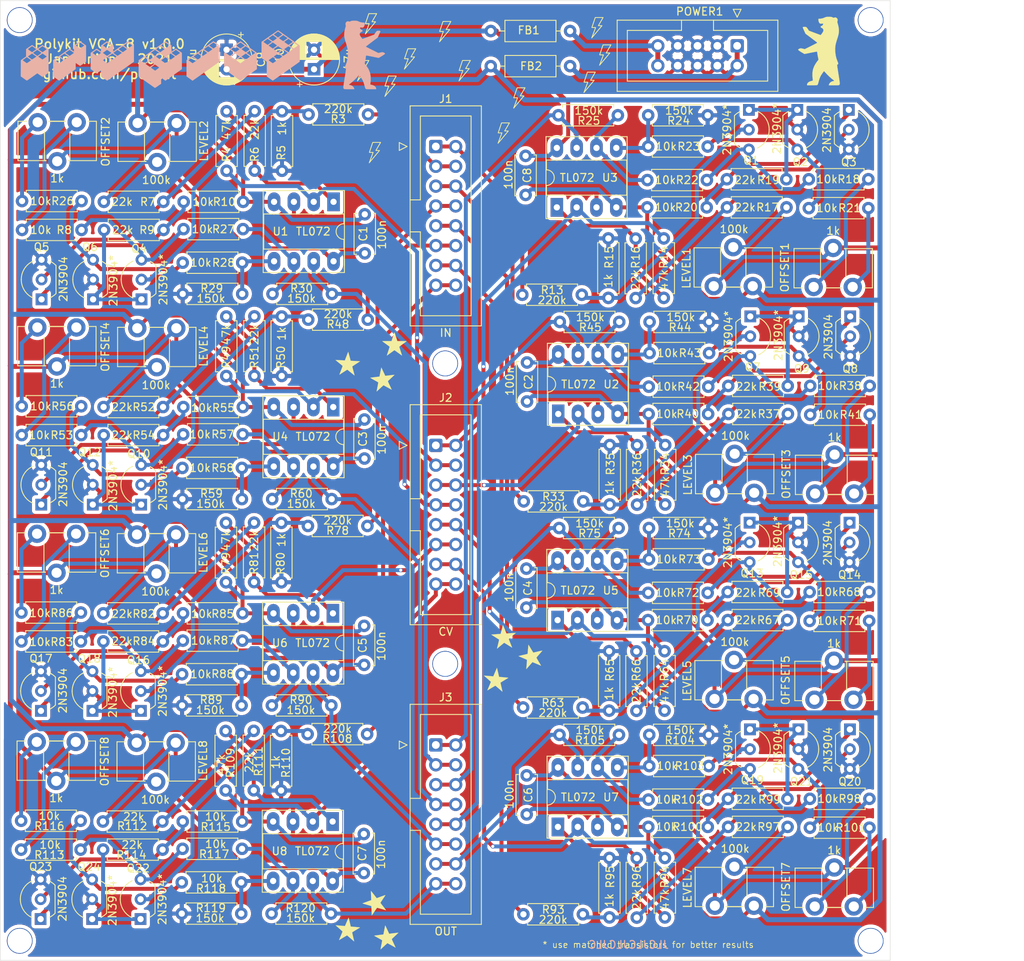
<source format=kicad_pcb>
(kicad_pcb (version 20171130) (host pcbnew 5.1.10-88a1d61d58~88~ubuntu20.10.1)
  (title_block (title VCA-ADSR) (date 2021-06-04) (rev v1.0.0) (company "Jan Knipper"))
  (layers (0 F.Cu signal) (31 B.Cu signal) (34 B.Paste user) (35 F.Paste user) (36 B.SilkS user) (37 F.SilkS user) (38 B.Mask user) (39 F.Mask user) (44 Edge.Cuts user))
  (net 0 "")
  (net 1 GND)
  (net 2 -12V)
  (net 3 +12V)
  (net 4 CV2)
  (net 5 CV1)
  (net 6 "Net-(Q1-Pad1)")
  (net 7 "Net-(Q1-Pad3)")
  (net 8 "Net-(Q1-Pad2)")
  (net 9 "Net-(R14-Pad1)")
  (net 10 "Net-(R22-Pad1)")
  (net 11 "Net-(R23-Pad1)")
  (net 12 "Net-(Q2-Pad3)")
  (net 13 "Net-(Q3-Pad1)")
  (net 14 "Net-(Q3-Pad2)")
  (net 15 "Net-(FB1-Pad1)")
  (net 16 "Net-(FB2-Pad1)")
  (net 17 OUT8)
  (net 18 OUT7)
  (net 19 OUT6)
  (net 20 OUT5)
  (net 21 OUT4)
  (net 22 OUT3)
  (net 23 OUT2)
  (net 24 OUT1)
  (net 25 "Net-(LEVEL1-Pad2)")
  (net 26 "Net-(OFFSET1-Pad1)")
  (net 27 "Net-(OFFSET1-Pad3)")
  (net 28 IN8)
  (net 29 IN7)
  (net 30 IN6)
  (net 31 IN5)
  (net 32 IN4)
  (net 33 IN3)
  (net 34 IN2)
  (net 35 IN1)
  (net 36 "Net-(LEVEL2-Pad2)")
  (net 37 "Net-(LEVEL3-Pad2)")
  (net 38 "Net-(LEVEL4-Pad2)")
  (net 39 "Net-(LEVEL5-Pad2)")
  (net 40 "Net-(LEVEL6-Pad2)")
  (net 41 "Net-(LEVEL7-Pad2)")
  (net 42 "Net-(LEVEL8-Pad2)")
  (net 43 "Net-(OFFSET2-Pad1)")
  (net 44 "Net-(OFFSET2-Pad3)")
  (net 45 "Net-(OFFSET3-Pad1)")
  (net 46 "Net-(OFFSET3-Pad3)")
  (net 47 "Net-(OFFSET4-Pad1)")
  (net 48 "Net-(OFFSET4-Pad3)")
  (net 49 "Net-(OFFSET5-Pad1)")
  (net 50 "Net-(OFFSET5-Pad3)")
  (net 51 "Net-(OFFSET6-Pad1)")
  (net 52 "Net-(OFFSET6-Pad3)")
  (net 53 "Net-(OFFSET7-Pad1)")
  (net 54 "Net-(OFFSET7-Pad3)")
  (net 55 "Net-(OFFSET8-Pad1)")
  (net 56 "Net-(OFFSET8-Pad3)")
  (net 57 "Net-(Q4-Pad1)")
  (net 58 "Net-(Q4-Pad3)")
  (net 59 "Net-(Q4-Pad2)")
  (net 60 "Net-(Q5-Pad1)")
  (net 61 "Net-(Q5-Pad2)")
  (net 62 "Net-(Q6-Pad3)")
  (net 63 "Net-(Q7-Pad1)")
  (net 64 "Net-(Q7-Pad3)")
  (net 65 "Net-(Q7-Pad2)")
  (net 66 "Net-(Q8-Pad1)")
  (net 67 "Net-(Q8-Pad2)")
  (net 68 "Net-(Q9-Pad3)")
  (net 69 "Net-(Q10-Pad1)")
  (net 70 "Net-(Q10-Pad3)")
  (net 71 "Net-(Q10-Pad2)")
  (net 72 "Net-(Q11-Pad1)")
  (net 73 "Net-(Q11-Pad2)")
  (net 74 "Net-(Q12-Pad3)")
  (net 75 "Net-(Q13-Pad1)")
  (net 76 "Net-(Q13-Pad3)")
  (net 77 "Net-(Q13-Pad2)")
  (net 78 "Net-(Q14-Pad1)")
  (net 79 "Net-(Q14-Pad2)")
  (net 80 "Net-(Q15-Pad3)")
  (net 81 "Net-(Q16-Pad1)")
  (net 82 "Net-(Q16-Pad3)")
  (net 83 "Net-(Q16-Pad2)")
  (net 84 "Net-(Q17-Pad1)")
  (net 85 "Net-(Q17-Pad2)")
  (net 86 "Net-(Q18-Pad3)")
  (net 87 "Net-(Q19-Pad1)")
  (net 88 "Net-(Q19-Pad3)")
  (net 89 "Net-(Q19-Pad2)")
  (net 90 "Net-(Q20-Pad1)")
  (net 91 "Net-(Q20-Pad2)")
  (net 92 "Net-(Q21-Pad3)")
  (net 93 "Net-(Q22-Pad1)")
  (net 94 "Net-(Q22-Pad3)")
  (net 95 "Net-(Q22-Pad2)")
  (net 96 "Net-(Q23-Pad1)")
  (net 97 "Net-(Q23-Pad2)")
  (net 98 "Net-(Q24-Pad3)")
  (net 99 "Net-(R4-Pad1)")
  (net 100 "Net-(R27-Pad1)")
  (net 101 "Net-(R28-Pad1)")
  (net 102 "Net-(R34-Pad1)")
  (net 103 "Net-(R42-Pad1)")
  (net 104 "Net-(R43-Pad1)")
  (net 105 "Net-(R49-Pad1)")
  (net 106 "Net-(R57-Pad1)")
  (net 107 "Net-(R58-Pad1)")
  (net 108 "Net-(R64-Pad1)")
  (net 109 "Net-(R72-Pad1)")
  (net 110 "Net-(R73-Pad1)")
  (net 111 "Net-(R79-Pad1)")
  (net 112 "Net-(R87-Pad1)")
  (net 113 "Net-(R88-Pad1)")
  (net 114 "Net-(R94-Pad1)")
  (net 115 "Net-(R102-Pad1)")
  (net 116 "Net-(R103-Pad1)")
  (net 117 "Net-(R109-Pad1)")
  (net 118 "Net-(R117-Pad1)")
  (net 119 "Net-(R118-Pad1)")
  (net 120 CV8)
  (net 121 CV7)
  (net 122 CV6)
  (net 123 CV5)
  (net 124 CV4)
  (net 125 CV3)
  (module Polykit:bär-small (layer B.Cu) (at 74.5 24 180)
    (fp_text reference G*** hide)
    (fp_text value LOGO hide)
  )
  (module Polykit:logo-3.5cm (layer B.Cu) (at 48.5 24.5 180)
    (fp_text reference G*** hide)
    (fp_text value LOGO hide)
  )
  (module Polykit:star-silk-tiny (layer F.Cu) (at 72.5 136 355)
    (fp_text reference G*** hide)
    (fp_text value LOGO hide)
  )
  (module Polykit:star-silk-tiny (layer F.Cu) (at 77.5 137 7)
    (fp_text reference G*** hide)
    (fp_text value LOGO hide)
  )
  (module Polykit:star-silk-tiny (layer F.Cu) (at 76 132.5 20)
    (fp_text reference G*** hide)
    (fp_text value LOGO hide)
  )
  (module Polykit:star-silk-tiny (layer F.Cu) (at 91.5 104 355)
    (fp_text reference G*** hide)
    (fp_text value LOGO hide)
  )
  (module Polykit:star-silk-tiny (layer F.Cu) (at 96 101 13)
    (fp_text reference G*** hide)
    (fp_text value LOGO hide)
  )
  (module Polykit:star-silk-tiny (layer F.Cu) (at 92.5 98.5 4)
    (fp_text reference G*** hide)
    (fp_text value LOGO hide)
  )
  (module Polykit:star-silk-tiny (layer F.Cu) (at 77 65.5 7)
    (fp_text reference G*** hide)
    (fp_text value LOGO hide)
  )
  (module Polykit:star-silk-tiny (layer F.Cu) (at 72.5 63.5 357)
    (fp_text reference G*** hide)
    (fp_text value LOGO hide)
  )
  (module Polykit:star-silk-tiny (layer F.Cu) (at 78.5 61)
    (fp_text reference G*** hide)
    (fp_text value LOGO hide)
  )
  (module Polykit:blitz-silk-supertiny (layer F.Cu) (at 92.5 34)
    (fp_text reference G*** hide)
    (fp_text value LOGO hide)
  )
  (module Polykit:blitz-silk-supertiny (layer F.Cu) (at 76 36.5)
    (fp_text reference G*** hide)
    (fp_text value LOGO hide)
  )
  (module Polykit:blitz-silk-supertiny (layer F.Cu) (at 74.5 26)
    (fp_text reference G*** hide)
    (fp_text value LOGO hide)
  )
  (module Polykit:blitz-silk-supertiny (layer F.Cu) (at 75.5 20)
    (fp_text reference G*** hide)
    (fp_text value LOGO hide)
  )
  (module Polykit:blitz-silk-supertiny (layer F.Cu) (at 78 28)
    (fp_text reference G*** hide)
    (fp_text value LOGO hide)
  )
  (module Polykit:blitz-silk-supertiny (layer F.Cu) (at 80.5 24.5)
    (fp_text reference G*** hide)
    (fp_text value LOGO hide)
  )
  (module Polykit:blitz-silk-supertiny (layer F.Cu) (at 85 21)
    (fp_text reference G*** hide)
    (fp_text value LOGO hide)
  )
  (module Polykit:blitz-silk-supertiny (layer F.Cu) (at 87.5 26)
    (fp_text reference G*** hide)
    (fp_text value LOGO hide)
  )
  (module Polykit:blitz-silk-supertiny (layer F.Cu) (at 94.5 29.5)
    (fp_text reference G*** hide)
    (fp_text value LOGO hide)
  )
  (module Polykit:blitz-silk-supertiny (layer F.Cu) (at 103.5 27.5)
    (fp_text reference G*** hide)
    (fp_text value LOGO hide)
  )
  (module Polykit:blitz-silk-supertiny (layer F.Cu) (at 105.5 24)
    (fp_text reference G*** hide)
    (fp_text value LOGO hide)
  )
  (module Polykit:blitz-silk-supertiny (layer F.Cu) (at 104.5 20.5)
    (fp_text reference G*** hide)
    (fp_text value LOGO hide)
  )
  (module Polykit:bär-small (layer F.Cu) (at 133 23.5)
    (fp_text reference G*** hide)
    (fp_text value LOGO hide)
  )
  (module Package_DIP:DIP-8_W7.62mm_Socket_LongPads (layer F.Cu) (at 70.58 122.21 270)
    (fp_text reference U8 (at 3.8 6.8 180) (layer F.SilkS))
    (fp_text value TL072 (at 3.8 2.6 180) (layer F.SilkS))
    (pad 8 thru_hole oval (at 7.62 0 270) (size 2.4 1.6) (drill 0.8) (layers *.Cu *.Mask) (net 3 +12V))
    (pad 4 thru_hole oval (at 0 7.62 270) (size 2.4 1.6) (drill 0.8) (layers *.Cu *.Mask) (net 2 -12V))
    (pad 7 thru_hole oval (at 7.62 2.54 270) (size 2.4 1.6) (drill 0.8) (layers *.Cu *.Mask) (net 17 OUT8))
    (pad 3 thru_hole oval (at 0 5.08 270) (size 2.4 1.6) (drill 0.8) (layers *.Cu *.Mask) (net 1 GND))
    (pad 6 thru_hole oval (at 7.62 5.08 270) (size 2.4 1.6) (drill 0.8) (layers *.Cu *.Mask) (net 118 "Net-(R117-Pad1)"))
    (pad 2 thru_hole oval (at 0 2.54 270) (size 2.4 1.6) (drill 0.8) (layers *.Cu *.Mask) (net 120 CV8))
    (pad 5 thru_hole oval (at 7.62 7.62 270) (size 2.4 1.6) (drill 0.8) (layers *.Cu *.Mask) (net 119 "Net-(R118-Pad1)"))
    (pad 1 thru_hole rect (at 0 0 270) (size 2.4 1.6) (drill 0.8) (layers *.Cu *.Mask) (net 117 "Net-(R109-Pad1)"))
  )
  (module Package_DIP:DIP-8_W7.62mm_Socket_LongPads (layer F.Cu) (at 99.44 122.9 90)
    (fp_text reference U7 (at 3.8 6.8 180) (layer F.SilkS))
    (fp_text value TL072 (at 3.8 2.6 180) (layer F.SilkS))
    (pad 8 thru_hole oval (at 7.62 0 90) (size 2.4 1.6) (drill 0.8) (layers *.Cu *.Mask) (net 3 +12V))
    (pad 4 thru_hole oval (at 0 7.62 90) (size 2.4 1.6) (drill 0.8) (layers *.Cu *.Mask) (net 2 -12V))
    (pad 7 thru_hole oval (at 7.62 2.54 90) (size 2.4 1.6) (drill 0.8) (layers *.Cu *.Mask) (net 18 OUT7))
    (pad 3 thru_hole oval (at 0 5.08 90) (size 2.4 1.6) (drill 0.8) (layers *.Cu *.Mask) (net 1 GND))
    (pad 6 thru_hole oval (at 7.62 5.08 90) (size 2.4 1.6) (drill 0.8) (layers *.Cu *.Mask) (net 115 "Net-(R102-Pad1)"))
    (pad 2 thru_hole oval (at 0 2.54 90) (size 2.4 1.6) (drill 0.8) (layers *.Cu *.Mask) (net 121 CV7))
    (pad 5 thru_hole oval (at 7.62 7.62 90) (size 2.4 1.6) (drill 0.8) (layers *.Cu *.Mask) (net 116 "Net-(R103-Pad1)"))
    (pad 1 thru_hole rect (at 0 0 90) (size 2.4 1.6) (drill 0.8) (layers *.Cu *.Mask) (net 114 "Net-(R94-Pad1)"))
  )
  (module Package_DIP:DIP-8_W7.62mm_Socket_LongPads (layer F.Cu) (at 70.62 95.53 270)
    (fp_text reference U6 (at 3.8 6.8 180) (layer F.SilkS))
    (fp_text value TL072 (at 3.8 2.6 180) (layer F.SilkS))
    (pad 8 thru_hole oval (at 7.62 0 270) (size 2.4 1.6) (drill 0.8) (layers *.Cu *.Mask) (net 3 +12V))
    (pad 4 thru_hole oval (at 0 7.62 270) (size 2.4 1.6) (drill 0.8) (layers *.Cu *.Mask) (net 2 -12V))
    (pad 7 thru_hole oval (at 7.62 2.54 270) (size 2.4 1.6) (drill 0.8) (layers *.Cu *.Mask) (net 19 OUT6))
    (pad 3 thru_hole oval (at 0 5.08 270) (size 2.4 1.6) (drill 0.8) (layers *.Cu *.Mask) (net 1 GND))
    (pad 6 thru_hole oval (at 7.62 5.08 270) (size 2.4 1.6) (drill 0.8) (layers *.Cu *.Mask) (net 112 "Net-(R87-Pad1)"))
    (pad 2 thru_hole oval (at 0 2.54 270) (size 2.4 1.6) (drill 0.8) (layers *.Cu *.Mask) (net 122 CV6))
    (pad 5 thru_hole oval (at 7.62 7.62 270) (size 2.4 1.6) (drill 0.8) (layers *.Cu *.Mask) (net 113 "Net-(R88-Pad1)"))
    (pad 1 thru_hole rect (at 0 0 270) (size 2.4 1.6) (drill 0.8) (layers *.Cu *.Mask) (net 111 "Net-(R79-Pad1)"))
  )
  (module Package_DIP:DIP-8_W7.62mm_Socket_LongPads (layer F.Cu) (at 99.4 96.4 90)
    (fp_text reference U5 (at 3.8 6.8 180) (layer F.SilkS))
    (fp_text value TL072 (at 3.8 2.6 180) (layer F.SilkS))
    (pad 8 thru_hole oval (at 7.62 0 90) (size 2.4 1.6) (drill 0.8) (layers *.Cu *.Mask) (net 3 +12V))
    (pad 4 thru_hole oval (at 0 7.62 90) (size 2.4 1.6) (drill 0.8) (layers *.Cu *.Mask) (net 2 -12V))
    (pad 7 thru_hole oval (at 7.62 2.54 90) (size 2.4 1.6) (drill 0.8) (layers *.Cu *.Mask) (net 20 OUT5))
    (pad 3 thru_hole oval (at 0 5.08 90) (size 2.4 1.6) (drill 0.8) (layers *.Cu *.Mask) (net 1 GND))
    (pad 6 thru_hole oval (at 7.62 5.08 90) (size 2.4 1.6) (drill 0.8) (layers *.Cu *.Mask) (net 109 "Net-(R72-Pad1)"))
    (pad 2 thru_hole oval (at 0 2.54 90) (size 2.4 1.6) (drill 0.8) (layers *.Cu *.Mask) (net 123 CV5))
    (pad 5 thru_hole oval (at 7.62 7.62 90) (size 2.4 1.6) (drill 0.8) (layers *.Cu *.Mask) (net 110 "Net-(R73-Pad1)"))
    (pad 1 thru_hole rect (at 0 0 90) (size 2.4 1.6) (drill 0.8) (layers *.Cu *.Mask) (net 108 "Net-(R64-Pad1)"))
  )
  (module Package_DIP:DIP-8_W7.62mm_Socket_LongPads (layer F.Cu) (at 70.66 69.09 270)
    (fp_text reference U4 (at 3.8 6.8 180) (layer F.SilkS))
    (fp_text value TL072 (at 3.8 2.6 180) (layer F.SilkS))
    (pad 8 thru_hole oval (at 7.62 0 270) (size 2.4 1.6) (drill 0.8) (layers *.Cu *.Mask) (net 3 +12V))
    (pad 4 thru_hole oval (at 0 7.62 270) (size 2.4 1.6) (drill 0.8) (layers *.Cu *.Mask) (net 2 -12V))
    (pad 7 thru_hole oval (at 7.62 2.54 270) (size 2.4 1.6) (drill 0.8) (layers *.Cu *.Mask) (net 21 OUT4))
    (pad 3 thru_hole oval (at 0 5.08 270) (size 2.4 1.6) (drill 0.8) (layers *.Cu *.Mask) (net 1 GND))
    (pad 6 thru_hole oval (at 7.62 5.08 270) (size 2.4 1.6) (drill 0.8) (layers *.Cu *.Mask) (net 106 "Net-(R57-Pad1)"))
    (pad 2 thru_hole oval (at 0 2.54 270) (size 2.4 1.6) (drill 0.8) (layers *.Cu *.Mask) (net 124 CV4))
    (pad 5 thru_hole oval (at 7.62 7.62 270) (size 2.4 1.6) (drill 0.8) (layers *.Cu *.Mask) (net 107 "Net-(R58-Pad1)"))
    (pad 1 thru_hole rect (at 0 0 270) (size 2.4 1.6) (drill 0.8) (layers *.Cu *.Mask) (net 105 "Net-(R49-Pad1)"))
  )
  (module Package_DIP:DIP-8_W7.62mm_Socket_LongPads (layer F.Cu) (at 99.48 69.98 90)
    (fp_text reference U2 (at 3.8 6.8 180) (layer F.SilkS))
    (fp_text value TL072 (at 3.8 2.6 180) (layer F.SilkS))
    (pad 8 thru_hole oval (at 7.62 0 90) (size 2.4 1.6) (drill 0.8) (layers *.Cu *.Mask) (net 3 +12V))
    (pad 4 thru_hole oval (at 0 7.62 90) (size 2.4 1.6) (drill 0.8) (layers *.Cu *.Mask) (net 2 -12V))
    (pad 7 thru_hole oval (at 7.62 2.54 90) (size 2.4 1.6) (drill 0.8) (layers *.Cu *.Mask) (net 22 OUT3))
    (pad 3 thru_hole oval (at 0 5.08 90) (size 2.4 1.6) (drill 0.8) (layers *.Cu *.Mask) (net 1 GND))
    (pad 6 thru_hole oval (at 7.62 5.08 90) (size 2.4 1.6) (drill 0.8) (layers *.Cu *.Mask) (net 103 "Net-(R42-Pad1)"))
    (pad 2 thru_hole oval (at 0 2.54 90) (size 2.4 1.6) (drill 0.8) (layers *.Cu *.Mask) (net 125 CV3))
    (pad 5 thru_hole oval (at 7.62 7.62 90) (size 2.4 1.6) (drill 0.8) (layers *.Cu *.Mask) (net 104 "Net-(R43-Pad1)"))
    (pad 1 thru_hole rect (at 0 0 90) (size 2.4 1.6) (drill 0.8) (layers *.Cu *.Mask) (net 102 "Net-(R34-Pad1)"))
  )
  (module Package_DIP:DIP-8_W7.62mm_Socket_LongPads (layer F.Cu) (at 70.7 42.79 270)
    (fp_text reference U1 (at 3.8 6.8 180) (layer F.SilkS))
    (fp_text value TL072 (at 3.8 2.6 180) (layer F.SilkS))
    (pad 8 thru_hole oval (at 7.62 0 270) (size 2.4 1.6) (drill 0.8) (layers *.Cu *.Mask) (net 3 +12V))
    (pad 4 thru_hole oval (at 0 7.62 270) (size 2.4 1.6) (drill 0.8) (layers *.Cu *.Mask) (net 2 -12V))
    (pad 7 thru_hole oval (at 7.62 2.54 270) (size 2.4 1.6) (drill 0.8) (layers *.Cu *.Mask) (net 23 OUT2))
    (pad 3 thru_hole oval (at 0 5.08 270) (size 2.4 1.6) (drill 0.8) (layers *.Cu *.Mask) (net 1 GND))
    (pad 6 thru_hole oval (at 7.62 5.08 270) (size 2.4 1.6) (drill 0.8) (layers *.Cu *.Mask) (net 100 "Net-(R27-Pad1)"))
    (pad 2 thru_hole oval (at 0 2.54 270) (size 2.4 1.6) (drill 0.8) (layers *.Cu *.Mask) (net 4 CV2))
    (pad 5 thru_hole oval (at 7.62 7.62 270) (size 2.4 1.6) (drill 0.8) (layers *.Cu *.Mask) (net 101 "Net-(R28-Pad1)"))
    (pad 1 thru_hole rect (at 0 0 270) (size 2.4 1.6) (drill 0.8) (layers *.Cu *.Mask) (net 99 "Net-(R4-Pad1)"))
  )
  (module Resistor_THT:R_Axial_DIN0207_L6.3mm_D2.5mm_P7.62mm_Horizontal (layer F.Cu) (at 70.38 134.01 180)
    (fp_text reference R120 (at 3.9 0.7 180) (layer F.SilkS))
    (fp_text value 150k (at 3.9 -0.6 180) (layer F.SilkS))
    (pad 2 thru_hole oval (at 7.62 0 180) (size 1.6 1.6) (drill 0.8) (layers *.Cu *.Mask) (net 118 "Net-(R117-Pad1)"))
    (pad 1 thru_hole circle (at 0 0 180) (size 1.6 1.6) (drill 0.8) (layers *.Cu *.Mask) (net 17 OUT8))
  )
  (module Resistor_THT:R_Axial_DIN0207_L6.3mm_D2.5mm_P7.62mm_Horizontal (layer F.Cu) (at 58.88 134.01 180)
    (fp_text reference R119 (at 3.9 0.7 180) (layer F.SilkS))
    (fp_text value 150k (at 4 -0.6 180) (layer F.SilkS))
    (pad 2 thru_hole oval (at 7.62 0 180) (size 1.6 1.6) (drill 0.8) (layers *.Cu *.Mask) (net 1 GND))
    (pad 1 thru_hole circle (at 0 0 180) (size 1.6 1.6) (drill 0.8) (layers *.Cu *.Mask) (net 119 "Net-(R118-Pad1)"))
  )
  (module Resistor_THT:R_Axial_DIN0207_L6.3mm_D2.5mm_P7.62mm_Horizontal (layer F.Cu) (at 58.88 130.01 180)
    (fp_text reference R118 (at 3.88 -0.79 180) (layer F.SilkS))
    (fp_text value 10k (at 3.78 0.51 180) (layer F.SilkS))
    (pad 2 thru_hole oval (at 7.62 0 180) (size 1.6 1.6) (drill 0.8) (layers *.Cu *.Mask) (net 98 "Net-(Q24-Pad3)"))
    (pad 1 thru_hole circle (at 0 0 180) (size 1.6 1.6) (drill 0.8) (layers *.Cu *.Mask) (net 119 "Net-(R118-Pad1)"))
  )
  (module Resistor_THT:R_Axial_DIN0207_L6.3mm_D2.5mm_P7.62mm_Horizontal (layer F.Cu) (at 58.98 125.71 180)
    (fp_text reference R117 (at 3.58 -0.69 180) (layer F.SilkS))
    (fp_text value 10k (at 3.38 0.61 180) (layer F.SilkS))
    (pad 2 thru_hole oval (at 7.62 0 180) (size 1.6 1.6) (drill 0.8) (layers *.Cu *.Mask) (net 94 "Net-(Q22-Pad3)"))
    (pad 1 thru_hole circle (at 0 0 180) (size 1.6 1.6) (drill 0.8) (layers *.Cu *.Mask) (net 118 "Net-(R117-Pad1)"))
  )
  (module Resistor_THT:R_Axial_DIN0207_L6.3mm_D2.5mm_P7.62mm_Horizontal (layer F.Cu) (at 30.68 122.11)
    (fp_text reference R116 (at 3.62 0.69 180) (layer F.SilkS))
    (fp_text value 10k (at 3.62 -0.61 180) (layer F.SilkS))
    (pad 2 thru_hole oval (at 7.62 0) (size 1.6 1.6) (drill 0.8) (layers *.Cu *.Mask) (net 98 "Net-(Q24-Pad3)"))
    (pad 1 thru_hole circle (at 0 0) (size 1.6 1.6) (drill 0.8) (layers *.Cu *.Mask) (net 56 "Net-(OFFSET8-Pad3)"))
  )
  (module Resistor_THT:R_Axial_DIN0207_L6.3mm_D2.5mm_P7.62mm_Horizontal (layer F.Cu) (at 51.38 122.21)
    (fp_text reference R115 (at 4.22 0.69 180) (layer F.SilkS))
    (fp_text value 10k (at 4.22 -0.61 180) (layer F.SilkS))
    (pad 2 thru_hole oval (at 7.62 0) (size 1.6 1.6) (drill 0.8) (layers *.Cu *.Mask) (net 2 -12V))
    (pad 1 thru_hole circle (at 0 0) (size 1.6 1.6) (drill 0.8) (layers *.Cu *.Mask) (net 96 "Net-(Q23-Pad1)"))
  )
  (module Resistor_THT:R_Axial_DIN0207_L6.3mm_D2.5mm_P7.62mm_Horizontal (layer F.Cu) (at 41.18 125.81)
    (fp_text reference R114 (at 3.62 0.69 180) (layer F.SilkS))
    (fp_text value 22k (at 3.72 -0.61 180) (layer F.SilkS))
    (pad 2 thru_hole oval (at 7.62 0) (size 1.6 1.6) (drill 0.8) (layers *.Cu *.Mask) (net 96 "Net-(Q23-Pad1)"))
    (pad 1 thru_hole circle (at 0 0) (size 1.6 1.6) (drill 0.8) (layers *.Cu *.Mask) (net 93 "Net-(Q22-Pad1)"))
  )
  (module Resistor_THT:R_Axial_DIN0207_L6.3mm_D2.5mm_P7.62mm_Horizontal (layer F.Cu) (at 30.68 125.81)
    (fp_text reference R113 (at 3.62 0.69 180) (layer F.SilkS))
    (fp_text value 10k (at 3.72 -0.61 180) (layer F.SilkS))
    (pad 2 thru_hole oval (at 7.62 0) (size 1.6 1.6) (drill 0.8) (layers *.Cu *.Mask) (net 94 "Net-(Q22-Pad3)"))
    (pad 1 thru_hole circle (at 0 0) (size 1.6 1.6) (drill 0.8) (layers *.Cu *.Mask) (net 55 "Net-(OFFSET8-Pad1)"))
  )
  (module Resistor_THT:R_Axial_DIN0207_L6.3mm_D2.5mm_P7.62mm_Horizontal (layer F.Cu) (at 48.78 122.21 180)
    (fp_text reference R112 (at 3.88 -0.59 180) (layer F.SilkS))
    (fp_text value 22k (at 3.68 0.61 180) (layer F.SilkS))
    (pad 2 thru_hole oval (at 7.62 0 180) (size 1.6 1.6) (drill 0.8) (layers *.Cu *.Mask) (net 42 "Net-(LEVEL8-Pad2)"))
    (pad 1 thru_hole circle (at 0 0 180) (size 1.6 1.6) (drill 0.8) (layers *.Cu *.Mask) (net 97 "Net-(Q23-Pad2)"))
  )
  (module Resistor_THT:R_Axial_DIN0207_L6.3mm_D2.5mm_P7.62mm_Horizontal (layer F.Cu) (at 60.48 110.59 270)
    (fp_text reference R111 (at 3.91 -0.62 90) (layer F.SilkS))
    (fp_text value 22k (at 4.01 0.58 90) (layer F.SilkS))
    (pad 2 thru_hole oval (at 7.62 0 270) (size 1.6 1.6) (drill 0.8) (layers *.Cu *.Mask) (net 117 "Net-(R109-Pad1)"))
    (pad 1 thru_hole circle (at 0 0 270) (size 1.6 1.6) (drill 0.8) (layers *.Cu *.Mask) (net 97 "Net-(Q23-Pad2)"))
  )
  (module Resistor_THT:R_Axial_DIN0207_L6.3mm_D2.5mm_P7.62mm_Horizontal (layer F.Cu) (at 63.98 110.61 270)
    (fp_text reference R110 (at 4.09 -0.62 90) (layer F.SilkS))
    (fp_text value 1k (at 3.99 0.68 90) (layer F.SilkS))
    (pad 2 thru_hole oval (at 7.62 0 270) (size 1.6 1.6) (drill 0.8) (layers *.Cu *.Mask) (net 1 GND))
    (pad 1 thru_hole circle (at 0 0 270) (size 1.6 1.6) (drill 0.8) (layers *.Cu *.Mask) (net 95 "Net-(Q22-Pad2)"))
  )
  (module Resistor_THT:R_Axial_DIN0207_L6.3mm_D2.5mm_P7.62mm_Horizontal (layer F.Cu) (at 56.88 110.61 270)
    (fp_text reference R109 (at 4.09 -0.62 90) (layer F.SilkS))
    (fp_text value 47k (at 4.29 0.58 90) (layer F.SilkS))
    (pad 2 thru_hole oval (at 7.62 0 270) (size 1.6 1.6) (drill 0.8) (layers *.Cu *.Mask) (net 120 CV8))
    (pad 1 thru_hole circle (at 0 0 270) (size 1.6 1.6) (drill 0.8) (layers *.Cu *.Mask) (net 117 "Net-(R109-Pad1)"))
  )
  (module Resistor_THT:R_Axial_DIN0207_L6.3mm_D2.5mm_P7.62mm_Horizontal (layer F.Cu) (at 67.38 111.01)
    (fp_text reference R108 (at 3.8 0.6 180) (layer F.SilkS))
    (fp_text value 220k (at 3.81 -0.7 180) (layer F.SilkS))
    (pad 2 thru_hole oval (at 7.62 0) (size 1.6 1.6) (drill 0.8) (layers *.Cu *.Mask) (net 28 IN8))
    (pad 1 thru_hole circle (at 0 0) (size 1.6 1.6) (drill 0.8) (layers *.Cu *.Mask) (net 95 "Net-(Q22-Pad2)"))
  )
  (module Resistor_THT:R_Axial_DIN0207_L6.3mm_D2.5mm_P7.62mm_Horizontal (layer F.Cu) (at 99.64 111.1)
    (fp_text reference R105 (at 3.9 0.7 180) (layer F.SilkS))
    (fp_text value 150k (at 3.9 -0.6 180) (layer F.SilkS))
    (pad 2 thru_hole oval (at 7.62 0) (size 1.6 1.6) (drill 0.8) (layers *.Cu *.Mask) (net 115 "Net-(R102-Pad1)"))
    (pad 1 thru_hole circle (at 0 0) (size 1.6 1.6) (drill 0.8) (layers *.Cu *.Mask) (net 18 OUT7))
  )
  (module Resistor_THT:R_Axial_DIN0207_L6.3mm_D2.5mm_P7.62mm_Horizontal (layer F.Cu) (at 111.14 111.1)
    (fp_text reference R104 (at 3.9 0.7 180) (layer F.SilkS))
    (fp_text value 150k (at 4 -0.6 180) (layer F.SilkS))
    (pad 2 thru_hole oval (at 7.62 0) (size 1.6 1.6) (drill 0.8) (layers *.Cu *.Mask) (net 1 GND))
    (pad 1 thru_hole circle (at 0 0) (size 1.6 1.6) (drill 0.8) (layers *.Cu *.Mask) (net 116 "Net-(R103-Pad1)"))
  )
  (module Resistor_THT:R_Axial_DIN0207_L6.3mm_D2.5mm_P7.62mm_Horizontal (layer F.Cu) (at 111.14 115.1)
    (fp_text reference R103 (at 5.2 0 180) (layer F.SilkS))
    (fp_text value 10k (at 2.3 0 180) (layer F.SilkS))
    (pad 2 thru_hole oval (at 7.62 0) (size 1.6 1.6) (drill 0.8) (layers *.Cu *.Mask) (net 92 "Net-(Q21-Pad3)"))
    (pad 1 thru_hole circle (at 0 0) (size 1.6 1.6) (drill 0.8) (layers *.Cu *.Mask) (net 116 "Net-(R103-Pad1)"))
  )
  (module Resistor_THT:R_Axial_DIN0207_L6.3mm_D2.5mm_P7.62mm_Horizontal (layer F.Cu) (at 111.04 119.4)
    (fp_text reference R102 (at 5.1 0 180) (layer F.SilkS))
    (fp_text value 10k (at 2.3 0 180) (layer F.SilkS))
    (pad 2 thru_hole oval (at 7.62 0) (size 1.6 1.6) (drill 0.8) (layers *.Cu *.Mask) (net 88 "Net-(Q19-Pad3)"))
    (pad 1 thru_hole circle (at 0 0) (size 1.6 1.6) (drill 0.8) (layers *.Cu *.Mask) (net 115 "Net-(R102-Pad1)"))
  )
  (module Resistor_THT:R_Axial_DIN0207_L6.3mm_D2.5mm_P7.62mm_Horizontal (layer F.Cu) (at 139.34 123 180)
    (fp_text reference R101 (at 2.4 0 180) (layer F.SilkS))
    (fp_text value 10k (at 5.3 0 180) (layer F.SilkS))
    (pad 2 thru_hole oval (at 7.62 0 180) (size 1.6 1.6) (drill 0.8) (layers *.Cu *.Mask) (net 92 "Net-(Q21-Pad3)"))
    (pad 1 thru_hole circle (at 0 0 180) (size 1.6 1.6) (drill 0.8) (layers *.Cu *.Mask) (net 54 "Net-(OFFSET7-Pad3)"))
  )
  (module Resistor_THT:R_Axial_DIN0207_L6.3mm_D2.5mm_P7.62mm_Horizontal (layer F.Cu) (at 118.64 122.9 180)
    (fp_text reference R100 (at 2.6 0 180) (layer F.SilkS))
    (fp_text value 10k (at 5.3 0 180) (layer F.SilkS))
    (pad 2 thru_hole oval (at 7.62 0 180) (size 1.6 1.6) (drill 0.8) (layers *.Cu *.Mask) (net 2 -12V))
    (pad 1 thru_hole circle (at 0 0 180) (size 1.6 1.6) (drill 0.8) (layers *.Cu *.Mask) (net 90 "Net-(Q20-Pad1)"))
  )
  (module Resistor_THT:R_Axial_DIN0207_L6.3mm_D2.5mm_P7.62mm_Horizontal (layer F.Cu) (at 128.84 119.3 180)
    (fp_text reference R99 (at 2.3 -0.1 180) (layer F.SilkS))
    (fp_text value 22k (at 5.3 -0.1 180) (layer F.SilkS))
    (pad 2 thru_hole oval (at 7.62 0 180) (size 1.6 1.6) (drill 0.8) (layers *.Cu *.Mask) (net 90 "Net-(Q20-Pad1)"))
    (pad 1 thru_hole circle (at 0 0 180) (size 1.6 1.6) (drill 0.8) (layers *.Cu *.Mask) (net 87 "Net-(Q19-Pad1)"))
  )
  (module Resistor_THT:R_Axial_DIN0207_L6.3mm_D2.5mm_P7.62mm_Horizontal (layer F.Cu) (at 139.34 119.3 180)
    (fp_text reference R98 (at 2.5 0 180) (layer F.SilkS))
    (fp_text value 10k (at 5.3 0 180) (layer F.SilkS))
    (pad 2 thru_hole oval (at 7.62 0 180) (size 1.6 1.6) (drill 0.8) (layers *.Cu *.Mask) (net 88 "Net-(Q19-Pad3)"))
    (pad 1 thru_hole circle (at 0 0 180) (size 1.6 1.6) (drill 0.8) (layers *.Cu *.Mask) (net 53 "Net-(OFFSET7-Pad1)"))
  )
  (module Resistor_THT:R_Axial_DIN0207_L6.3mm_D2.5mm_P7.62mm_Horizontal (layer F.Cu) (at 121.24 122.9)
    (fp_text reference R97 (at 5.2 0 180) (layer F.SilkS))
    (fp_text value 22k (at 2.3 0 180) (layer F.SilkS))
    (pad 2 thru_hole oval (at 7.62 0) (size 1.6 1.6) (drill 0.8) (layers *.Cu *.Mask) (net 41 "Net-(LEVEL7-Pad2)"))
    (pad 1 thru_hole circle (at 0 0) (size 1.6 1.6) (drill 0.8) (layers *.Cu *.Mask) (net 91 "Net-(Q20-Pad2)"))
  )
  (module Resistor_THT:R_Axial_DIN0207_L6.3mm_D2.5mm_P7.62mm_Horizontal (layer F.Cu) (at 109.54 134.52 90)
    (fp_text reference R96 (at 5.22 0 90) (layer F.SilkS))
    (fp_text value 22k (at 2.32 0 90) (layer F.SilkS))
    (pad 2 thru_hole oval (at 7.62 0 90) (size 1.6 1.6) (drill 0.8) (layers *.Cu *.Mask) (net 114 "Net-(R94-Pad1)"))
    (pad 1 thru_hole circle (at 0 0 90) (size 1.6 1.6) (drill 0.8) (layers *.Cu *.Mask) (net 91 "Net-(Q20-Pad2)"))
  )
  (module Resistor_THT:R_Axial_DIN0207_L6.3mm_D2.5mm_P7.62mm_Horizontal (layer F.Cu) (at 106.04 134.5 90)
    (fp_text reference R95 (at 5.2 0.1 90) (layer F.SilkS))
    (fp_text value 1k (at 2.2 0 90) (layer F.SilkS))
    (pad 2 thru_hole oval (at 7.62 0 90) (size 1.6 1.6) (drill 0.8) (layers *.Cu *.Mask) (net 1 GND))
    (pad 1 thru_hole circle (at 0 0 90) (size 1.6 1.6) (drill 0.8) (layers *.Cu *.Mask) (net 89 "Net-(Q19-Pad2)"))
  )
  (module Resistor_THT:R_Axial_DIN0207_L6.3mm_D2.5mm_P7.62mm_Horizontal (layer F.Cu) (at 113.14 134.5 90)
    (fp_text reference R94 (at 5.2 0 90) (layer F.SilkS))
    (fp_text value 47k (at 2.3 0 90) (layer F.SilkS))
    (pad 2 thru_hole oval (at 7.62 0 90) (size 1.6 1.6) (drill 0.8) (layers *.Cu *.Mask) (net 121 CV7))
    (pad 1 thru_hole circle (at 0 0 90) (size 1.6 1.6) (drill 0.8) (layers *.Cu *.Mask) (net 114 "Net-(R94-Pad1)"))
  )
  (module Resistor_THT:R_Axial_DIN0207_L6.3mm_D2.5mm_P7.62mm_Horizontal (layer F.Cu) (at 102.64 134.1 180)
    (fp_text reference R93 (at 3.8 0.6 180) (layer F.SilkS))
    (fp_text value 220k (at 3.81 -0.7 180) (layer F.SilkS))
    (pad 2 thru_hole oval (at 7.62 0 180) (size 1.6 1.6) (drill 0.8) (layers *.Cu *.Mask) (net 29 IN7))
    (pad 1 thru_hole circle (at 0 0 180) (size 1.6 1.6) (drill 0.8) (layers *.Cu *.Mask) (net 89 "Net-(Q19-Pad2)"))
  )
  (module Resistor_THT:R_Axial_DIN0207_L6.3mm_D2.5mm_P7.62mm_Horizontal (layer F.Cu) (at 70.42 107.33 180)
    (fp_text reference R90 (at 3.9 0.7 180) (layer F.SilkS))
    (fp_text value 150k (at 3.9 -0.6 180) (layer F.SilkS))
    (pad 2 thru_hole oval (at 7.62 0 180) (size 1.6 1.6) (drill 0.8) (layers *.Cu *.Mask) (net 112 "Net-(R87-Pad1)"))
    (pad 1 thru_hole circle (at 0 0 180) (size 1.6 1.6) (drill 0.8) (layers *.Cu *.Mask) (net 19 OUT6))
  )
  (module Resistor_THT:R_Axial_DIN0207_L6.3mm_D2.5mm_P7.62mm_Horizontal (layer F.Cu) (at 58.92 107.33 180)
    (fp_text reference R89 (at 3.9 0.7 180) (layer F.SilkS))
    (fp_text value 150k (at 4 -0.6 180) (layer F.SilkS))
    (pad 2 thru_hole oval (at 7.62 0 180) (size 1.6 1.6) (drill 0.8) (layers *.Cu *.Mask) (net 1 GND))
    (pad 1 thru_hole circle (at 0 0 180) (size 1.6 1.6) (drill 0.8) (layers *.Cu *.Mask) (net 113 "Net-(R88-Pad1)"))
  )
  (module Resistor_THT:R_Axial_DIN0207_L6.3mm_D2.5mm_P7.62mm_Horizontal (layer F.Cu) (at 58.92 103.33 180)
    (fp_text reference R88 (at 2.42 0.03 180) (layer F.SilkS))
    (fp_text value 10k (at 5.22 0 180) (layer F.SilkS))
    (pad 2 thru_hole oval (at 7.62 0 180) (size 1.6 1.6) (drill 0.8) (layers *.Cu *.Mask) (net 86 "Net-(Q18-Pad3)"))
    (pad 1 thru_hole circle (at 0 0 180) (size 1.6 1.6) (drill 0.8) (layers *.Cu *.Mask) (net 113 "Net-(R88-Pad1)"))
  )
  (module Resistor_THT:R_Axial_DIN0207_L6.3mm_D2.5mm_P7.62mm_Horizontal (layer F.Cu) (at 59.02 99.03 180)
    (fp_text reference R87 (at 2.32 0.03 180) (layer F.SilkS))
    (fp_text value 10k (at 5.22 0 180) (layer F.SilkS))
    (pad 2 thru_hole oval (at 7.62 0 180) (size 1.6 1.6) (drill 0.8) (layers *.Cu *.Mask) (net 82 "Net-(Q16-Pad3)"))
    (pad 1 thru_hole circle (at 0 0 180) (size 1.6 1.6) (drill 0.8) (layers *.Cu *.Mask) (net 112 "Net-(R87-Pad1)"))
  )
  (module Resistor_THT:R_Axial_DIN0207_L6.3mm_D2.5mm_P7.62mm_Horizontal (layer F.Cu) (at 30.72 95.43)
    (fp_text reference R86 (at 5.18 0.07 180) (layer F.SilkS))
    (fp_text value 10k (at 2.38 0.07 180) (layer F.SilkS))
    (pad 2 thru_hole oval (at 7.62 0) (size 1.6 1.6) (drill 0.8) (layers *.Cu *.Mask) (net 86 "Net-(Q18-Pad3)"))
    (pad 1 thru_hole circle (at 0 0) (size 1.6 1.6) (drill 0.8) (layers *.Cu *.Mask) (net 52 "Net-(OFFSET6-Pad3)"))
  )
  (module Resistor_THT:R_Axial_DIN0207_L6.3mm_D2.5mm_P7.62mm_Horizontal (layer F.Cu) (at 51.42 95.53)
    (fp_text reference R85 (at 5.08 0.07 180) (layer F.SilkS))
    (fp_text value 10k (at 2.38 0.07 180) (layer F.SilkS))
    (pad 2 thru_hole oval (at 7.62 0) (size 1.6 1.6) (drill 0.8) (layers *.Cu *.Mask) (net 2 -12V))
    (pad 1 thru_hole circle (at 0 0) (size 1.6 1.6) (drill 0.8) (layers *.Cu *.Mask) (net 84 "Net-(Q17-Pad1)"))
  )
  (module Resistor_THT:R_Axial_DIN0207_L6.3mm_D2.5mm_P7.62mm_Horizontal (layer F.Cu) (at 41.22 99.13)
    (fp_text reference R84 (at 5.18 -0.03 180) (layer F.SilkS))
    (fp_text value 22k (at 2.38 -0.03 180) (layer F.SilkS))
    (pad 2 thru_hole oval (at 7.62 0) (size 1.6 1.6) (drill 0.8) (layers *.Cu *.Mask) (net 84 "Net-(Q17-Pad1)"))
    (pad 1 thru_hole circle (at 0 0) (size 1.6 1.6) (drill 0.8) (layers *.Cu *.Mask) (net 81 "Net-(Q16-Pad1)"))
  )
  (module Resistor_THT:R_Axial_DIN0207_L6.3mm_D2.5mm_P7.62mm_Horizontal (layer F.Cu) (at 30.72 99.13)
    (fp_text reference R83 (at 5.18 0.07 180) (layer F.SilkS))
    (fp_text value 10k (at 2.38 0.07 180) (layer F.SilkS))
    (pad 2 thru_hole oval (at 7.62 0) (size 1.6 1.6) (drill 0.8) (layers *.Cu *.Mask) (net 82 "Net-(Q16-Pad3)"))
    (pad 1 thru_hole circle (at 0 0) (size 1.6 1.6) (drill 0.8) (layers *.Cu *.Mask) (net 51 "Net-(OFFSET6-Pad1)"))
  )
  (module Resistor_THT:R_Axial_DIN0207_L6.3mm_D2.5mm_P7.62mm_Horizontal (layer F.Cu) (at 48.82 95.53 180)
    (fp_text reference R82 (at 2.42 -0.07 180) (layer F.SilkS))
    (fp_text value 22k (at 5.22 -0.07 180) (layer F.SilkS))
    (pad 2 thru_hole oval (at 7.62 0 180) (size 1.6 1.6) (drill 0.8) (layers *.Cu *.Mask) (net 40 "Net-(LEVEL6-Pad2)"))
    (pad 1 thru_hole circle (at 0 0 180) (size 1.6 1.6) (drill 0.8) (layers *.Cu *.Mask) (net 85 "Net-(Q17-Pad2)"))
  )
  (module Resistor_THT:R_Axial_DIN0207_L6.3mm_D2.5mm_P7.62mm_Horizontal (layer F.Cu) (at 60.52 83.91 270)
    (fp_text reference R81 (at 5.22 0 90) (layer F.SilkS))
    (fp_text value 22k (at 2.32 0 90) (layer F.SilkS))
    (pad 2 thru_hole oval (at 7.62 0 270) (size 1.6 1.6) (drill 0.8) (layers *.Cu *.Mask) (net 111 "Net-(R79-Pad1)"))
    (pad 1 thru_hole circle (at 0 0 270) (size 1.6 1.6) (drill 0.8) (layers *.Cu *.Mask) (net 85 "Net-(Q17-Pad2)"))
  )
  (module Resistor_THT:R_Axial_DIN0207_L6.3mm_D2.5mm_P7.62mm_Horizontal (layer F.Cu) (at 64.02 83.93 270)
    (fp_text reference R80 (at 5.2 0.1 90) (layer F.SilkS))
    (fp_text value 1k (at 2.2 0 90) (layer F.SilkS))
    (pad 2 thru_hole oval (at 7.62 0 270) (size 1.6 1.6) (drill 0.8) (layers *.Cu *.Mask) (net 1 GND))
    (pad 1 thru_hole circle (at 0 0 270) (size 1.6 1.6) (drill 0.8) (layers *.Cu *.Mask) (net 83 "Net-(Q16-Pad2)"))
  )
  (module Resistor_THT:R_Axial_DIN0207_L6.3mm_D2.5mm_P7.62mm_Horizontal (layer F.Cu) (at 56.92 83.93 270)
    (fp_text reference R79 (at 5.2 0 90) (layer F.SilkS))
    (fp_text value 47k (at 2.3 0 90) (layer F.SilkS))
    (pad 2 thru_hole oval (at 7.62 0 270) (size 1.6 1.6) (drill 0.8) (layers *.Cu *.Mask) (net 122 CV6))
    (pad 1 thru_hole circle (at 0 0 270) (size 1.6 1.6) (drill 0.8) (layers *.Cu *.Mask) (net 111 "Net-(R79-Pad1)"))
  )
  (module Resistor_THT:R_Axial_DIN0207_L6.3mm_D2.5mm_P7.62mm_Horizontal (layer F.Cu) (at 67.42 84.33)
    (fp_text reference R78 (at 3.8 0.6 180) (layer F.SilkS))
    (fp_text value 220k (at 3.81 -0.7 180) (layer F.SilkS))
    (pad 2 thru_hole oval (at 7.62 0) (size 1.6 1.6) (drill 0.8) (layers *.Cu *.Mask) (net 30 IN6))
    (pad 1 thru_hole circle (at 0 0) (size 1.6 1.6) (drill 0.8) (layers *.Cu *.Mask) (net 83 "Net-(Q16-Pad2)"))
  )
  (module Resistor_THT:R_Axial_DIN0207_L6.3mm_D2.5mm_P7.62mm_Horizontal (layer F.Cu) (at 99.6 84.6)
    (fp_text reference R75 (at 3.9 0.7 180) (layer F.SilkS))
    (fp_text value 150k (at 3.9 -0.6 180) (layer F.SilkS))
    (pad 2 thru_hole oval (at 7.62 0) (size 1.6 1.6) (drill 0.8) (layers *.Cu *.Mask) (net 109 "Net-(R72-Pad1)"))
    (pad 1 thru_hole circle (at 0 0) (size 1.6 1.6) (drill 0.8) (layers *.Cu *.Mask) (net 20 OUT5))
  )
  (module Resistor_THT:R_Axial_DIN0207_L6.3mm_D2.5mm_P7.62mm_Horizontal (layer F.Cu) (at 111.1 84.6)
    (fp_text reference R74 (at 3.9 0.7 180) (layer F.SilkS))
    (fp_text value 150k (at 4 -0.6 180) (layer F.SilkS))
    (pad 2 thru_hole oval (at 7.62 0) (size 1.6 1.6) (drill 0.8) (layers *.Cu *.Mask) (net 1 GND))
    (pad 1 thru_hole circle (at 0 0) (size 1.6 1.6) (drill 0.8) (layers *.Cu *.Mask) (net 110 "Net-(R73-Pad1)"))
  )
  (module Resistor_THT:R_Axial_DIN0207_L6.3mm_D2.5mm_P7.62mm_Horizontal (layer F.Cu) (at 111.1 88.6)
    (fp_text reference R73 (at 5.2 0 180) (layer F.SilkS))
    (fp_text value 10k (at 2.3 0 180) (layer F.SilkS))
    (pad 2 thru_hole oval (at 7.62 0) (size 1.6 1.6) (drill 0.8) (layers *.Cu *.Mask) (net 80 "Net-(Q15-Pad3)"))
    (pad 1 thru_hole circle (at 0 0) (size 1.6 1.6) (drill 0.8) (layers *.Cu *.Mask) (net 110 "Net-(R73-Pad1)"))
  )
  (module Resistor_THT:R_Axial_DIN0207_L6.3mm_D2.5mm_P7.62mm_Horizontal (layer F.Cu) (at 111 92.9)
    (fp_text reference R72 (at 5.1 0 180) (layer F.SilkS))
    (fp_text value 10k (at 2.3 0 180) (layer F.SilkS))
    (pad 2 thru_hole oval (at 7.62 0) (size 1.6 1.6) (drill 0.8) (layers *.Cu *.Mask) (net 76 "Net-(Q13-Pad3)"))
    (pad 1 thru_hole circle (at 0 0) (size 1.6 1.6) (drill 0.8) (layers *.Cu *.Mask) (net 109 "Net-(R72-Pad1)"))
  )
  (module Resistor_THT:R_Axial_DIN0207_L6.3mm_D2.5mm_P7.62mm_Horizontal (layer F.Cu) (at 139.3 96.5 180)
    (fp_text reference R71 (at 2.4 0 180) (layer F.SilkS))
    (fp_text value 10k (at 5.3 0 180) (layer F.SilkS))
    (pad 2 thru_hole oval (at 7.62 0 180) (size 1.6 1.6) (drill 0.8) (layers *.Cu *.Mask) (net 80 "Net-(Q15-Pad3)"))
    (pad 1 thru_hole circle (at 0 0 180) (size 1.6 1.6) (drill 0.8) (layers *.Cu *.Mask) (net 50 "Net-(OFFSET5-Pad3)"))
  )
  (module Resistor_THT:R_Axial_DIN0207_L6.3mm_D2.5mm_P7.62mm_Horizontal (layer F.Cu) (at 118.6 96.4 180)
    (fp_text reference R70 (at 2.6 0 180) (layer F.SilkS))
    (fp_text value 10k (at 5.3 0 180) (layer F.SilkS))
    (pad 2 thru_hole oval (at 7.62 0 180) (size 1.6 1.6) (drill 0.8) (layers *.Cu *.Mask) (net 2 -12V))
    (pad 1 thru_hole circle (at 0 0 180) (size 1.6 1.6) (drill 0.8) (layers *.Cu *.Mask) (net 78 "Net-(Q14-Pad1)"))
  )
  (module Resistor_THT:R_Axial_DIN0207_L6.3mm_D2.5mm_P7.62mm_Horizontal (layer F.Cu) (at 128.8 92.8 180)
    (fp_text reference R69 (at 2.3 -0.1 180) (layer F.SilkS))
    (fp_text value 22k (at 5.3 -0.1 180) (layer F.SilkS))
    (pad 2 thru_hole oval (at 7.62 0 180) (size 1.6 1.6) (drill 0.8) (layers *.Cu *.Mask) (net 78 "Net-(Q14-Pad1)"))
    (pad 1 thru_hole circle (at 0 0 180) (size 1.6 1.6) (drill 0.8) (layers *.Cu *.Mask) (net 75 "Net-(Q13-Pad1)"))
  )
  (module Resistor_THT:R_Axial_DIN0207_L6.3mm_D2.5mm_P7.62mm_Horizontal (layer F.Cu) (at 139.3 92.8 180)
    (fp_text reference R68 (at 2.5 0 180) (layer F.SilkS))
    (fp_text value 10k (at 5.3 0 180) (layer F.SilkS))
    (pad 2 thru_hole oval (at 7.62 0 180) (size 1.6 1.6) (drill 0.8) (layers *.Cu *.Mask) (net 76 "Net-(Q13-Pad3)"))
    (pad 1 thru_hole circle (at 0 0 180) (size 1.6 1.6) (drill 0.8) (layers *.Cu *.Mask) (net 49 "Net-(OFFSET5-Pad1)"))
  )
  (module Resistor_THT:R_Axial_DIN0207_L6.3mm_D2.5mm_P7.62mm_Horizontal (layer F.Cu) (at 121.2 96.4)
    (fp_text reference R67 (at 5.2 0 180) (layer F.SilkS))
    (fp_text value 22k (at 2.3 0 180) (layer F.SilkS))
    (pad 2 thru_hole oval (at 7.62 0) (size 1.6 1.6) (drill 0.8) (layers *.Cu *.Mask) (net 39 "Net-(LEVEL5-Pad2)"))
    (pad 1 thru_hole circle (at 0 0) (size 1.6 1.6) (drill 0.8) (layers *.Cu *.Mask) (net 79 "Net-(Q14-Pad2)"))
  )
  (module Resistor_THT:R_Axial_DIN0207_L6.3mm_D2.5mm_P7.62mm_Horizontal (layer F.Cu) (at 109.5 108.02 90)
    (fp_text reference R66 (at 5.22 0 90) (layer F.SilkS))
    (fp_text value 22k (at 2.32 0 90) (layer F.SilkS))
    (pad 2 thru_hole oval (at 7.62 0 90) (size 1.6 1.6) (drill 0.8) (layers *.Cu *.Mask) (net 108 "Net-(R64-Pad1)"))
    (pad 1 thru_hole circle (at 0 0 90) (size 1.6 1.6) (drill 0.8) (layers *.Cu *.Mask) (net 79 "Net-(Q14-Pad2)"))
  )
  (module Resistor_THT:R_Axial_DIN0207_L6.3mm_D2.5mm_P7.62mm_Horizontal (layer F.Cu) (at 106 108 90)
    (fp_text reference R65 (at 5.2 0.1 90) (layer F.SilkS))
    (fp_text value 1k (at 2.2 0 90) (layer F.SilkS))
    (pad 2 thru_hole oval (at 7.62 0 90) (size 1.6 1.6) (drill 0.8) (layers *.Cu *.Mask) (net 1 GND))
    (pad 1 thru_hole circle (at 0 0 90) (size 1.6 1.6) (drill 0.8) (layers *.Cu *.Mask) (net 77 "Net-(Q13-Pad2)"))
  )
  (module Resistor_THT:R_Axial_DIN0207_L6.3mm_D2.5mm_P7.62mm_Horizontal (layer F.Cu) (at 113.1 108 90)
    (fp_text reference R64 (at 5.2 0 90) (layer F.SilkS))
    (fp_text value 47k (at 2.3 0 90) (layer F.SilkS))
    (pad 2 thru_hole oval (at 7.62 0 90) (size 1.6 1.6) (drill 0.8) (layers *.Cu *.Mask) (net 123 CV5))
    (pad 1 thru_hole circle (at 0 0 90) (size 1.6 1.6) (drill 0.8) (layers *.Cu *.Mask) (net 108 "Net-(R64-Pad1)"))
  )
  (module Resistor_THT:R_Axial_DIN0207_L6.3mm_D2.5mm_P7.62mm_Horizontal (layer F.Cu) (at 102.6 107.6 180)
    (fp_text reference R63 (at 3.8 0.6 180) (layer F.SilkS))
    (fp_text value 220k (at 3.81 -0.7 180) (layer F.SilkS))
    (pad 2 thru_hole oval (at 7.62 0 180) (size 1.6 1.6) (drill 0.8) (layers *.Cu *.Mask) (net 31 IN5))
    (pad 1 thru_hole circle (at 0 0 180) (size 1.6 1.6) (drill 0.8) (layers *.Cu *.Mask) (net 77 "Net-(Q13-Pad2)"))
  )
  (module Resistor_THT:R_Axial_DIN0207_L6.3mm_D2.5mm_P7.62mm_Horizontal (layer F.Cu) (at 70.46 80.89 180)
    (fp_text reference R60 (at 3.9 0.7 180) (layer F.SilkS))
    (fp_text value 150k (at 3.9 -0.6 180) (layer F.SilkS))
    (pad 2 thru_hole oval (at 7.62 0 180) (size 1.6 1.6) (drill 0.8) (layers *.Cu *.Mask) (net 106 "Net-(R57-Pad1)"))
    (pad 1 thru_hole circle (at 0 0 180) (size 1.6 1.6) (drill 0.8) (layers *.Cu *.Mask) (net 21 OUT4))
  )
  (module Resistor_THT:R_Axial_DIN0207_L6.3mm_D2.5mm_P7.62mm_Horizontal (layer F.Cu) (at 58.96 80.89 180)
    (fp_text reference R59 (at 3.9 0.7 180) (layer F.SilkS))
    (fp_text value 150k (at 4 -0.6 180) (layer F.SilkS))
    (pad 2 thru_hole oval (at 7.62 0 180) (size 1.6 1.6) (drill 0.8) (layers *.Cu *.Mask) (net 1 GND))
    (pad 1 thru_hole circle (at 0 0 180) (size 1.6 1.6) (drill 0.8) (layers *.Cu *.Mask) (net 107 "Net-(R58-Pad1)"))
  )
  (module Resistor_THT:R_Axial_DIN0207_L6.3mm_D2.5mm_P7.62mm_Horizontal (layer F.Cu) (at 58.96 76.89 180)
    (fp_text reference R58 (at 2.46 -0.01 180) (layer F.SilkS))
    (fp_text value 10k (at 5.36 -0.01 180) (layer F.SilkS))
    (pad 2 thru_hole oval (at 7.62 0 180) (size 1.6 1.6) (drill 0.8) (layers *.Cu *.Mask) (net 74 "Net-(Q12-Pad3)"))
    (pad 1 thru_hole circle (at 0 0 180) (size 1.6 1.6) (drill 0.8) (layers *.Cu *.Mask) (net 107 "Net-(R58-Pad1)"))
  )
  (module Resistor_THT:R_Axial_DIN0207_L6.3mm_D2.5mm_P7.62mm_Horizontal (layer F.Cu) (at 59.06 72.59 180)
    (fp_text reference R57 (at 2.56 0 180) (layer F.SilkS))
    (fp_text value 10k (at 5.46 -0.01 180) (layer F.SilkS))
    (pad 2 thru_hole oval (at 7.62 0 180) (size 1.6 1.6) (drill 0.8) (layers *.Cu *.Mask) (net 70 "Net-(Q10-Pad3)"))
    (pad 1 thru_hole circle (at 0 0 180) (size 1.6 1.6) (drill 0.8) (layers *.Cu *.Mask) (net 106 "Net-(R57-Pad1)"))
  )
  (module Resistor_THT:R_Axial_DIN0207_L6.3mm_D2.5mm_P7.62mm_Horizontal (layer F.Cu) (at 30.76 68.99)
    (fp_text reference R56 (at 5.24 0.01 180) (layer F.SilkS))
    (fp_text value 10k (at 2.44 0.01 180) (layer F.SilkS))
    (pad 2 thru_hole oval (at 7.62 0) (size 1.6 1.6) (drill 0.8) (layers *.Cu *.Mask) (net 74 "Net-(Q12-Pad3)"))
    (pad 1 thru_hole circle (at 0 0) (size 1.6 1.6) (drill 0.8) (layers *.Cu *.Mask) (net 48 "Net-(OFFSET4-Pad3)"))
  )
  (module Resistor_THT:R_Axial_DIN0207_L6.3mm_D2.5mm_P7.62mm_Horizontal (layer F.Cu) (at 51.46 69.09)
    (fp_text reference R55 (at 5.14 0.11 180) (layer F.SilkS))
    (fp_text value 10k (at 2.34 0.11 180) (layer F.SilkS))
    (pad 2 thru_hole oval (at 7.62 0) (size 1.6 1.6) (drill 0.8) (layers *.Cu *.Mask) (net 2 -12V))
    (pad 1 thru_hole circle (at 0 0) (size 1.6 1.6) (drill 0.8) (layers *.Cu *.Mask) (net 72 "Net-(Q11-Pad1)"))
  )
  (module Resistor_THT:R_Axial_DIN0207_L6.3mm_D2.5mm_P7.62mm_Horizontal (layer F.Cu) (at 41.26 72.69)
    (fp_text reference R54 (at 5.14 0.01 180) (layer F.SilkS))
    (fp_text value 22k (at 2.34 0.01 180) (layer F.SilkS))
    (pad 2 thru_hole oval (at 7.62 0) (size 1.6 1.6) (drill 0.8) (layers *.Cu *.Mask) (net 72 "Net-(Q11-Pad1)"))
    (pad 1 thru_hole circle (at 0 0) (size 1.6 1.6) (drill 0.8) (layers *.Cu *.Mask) (net 69 "Net-(Q10-Pad1)"))
  )
  (module Resistor_THT:R_Axial_DIN0207_L6.3mm_D2.5mm_P7.62mm_Horizontal (layer F.Cu) (at 30.76 72.69)
    (fp_text reference R53 (at 5.14 0.01 180) (layer F.SilkS))
    (fp_text value 10k (at 2.24 0.01 180) (layer F.SilkS))
    (pad 2 thru_hole oval (at 7.62 0) (size 1.6 1.6) (drill 0.8) (layers *.Cu *.Mask) (net 70 "Net-(Q10-Pad3)"))
    (pad 1 thru_hole circle (at 0 0) (size 1.6 1.6) (drill 0.8) (layers *.Cu *.Mask) (net 47 "Net-(OFFSET4-Pad1)"))
  )
  (module Resistor_THT:R_Axial_DIN0207_L6.3mm_D2.5mm_P7.62mm_Horizontal (layer F.Cu) (at 48.86 69.09 180)
    (fp_text reference R52 (at 2.46 -0.01 180) (layer F.SilkS))
    (fp_text value 22k (at 5.26 0 180) (layer F.SilkS))
    (pad 2 thru_hole oval (at 7.62 0 180) (size 1.6 1.6) (drill 0.8) (layers *.Cu *.Mask) (net 38 "Net-(LEVEL4-Pad2)"))
    (pad 1 thru_hole circle (at 0 0 180) (size 1.6 1.6) (drill 0.8) (layers *.Cu *.Mask) (net 73 "Net-(Q11-Pad2)"))
  )
  (module Resistor_THT:R_Axial_DIN0207_L6.3mm_D2.5mm_P7.62mm_Horizontal (layer F.Cu) (at 60.56 57.47 270)
    (fp_text reference R51 (at 5.22 0 90) (layer F.SilkS))
    (fp_text value 22k (at 2.32 0 90) (layer F.SilkS))
    (pad 2 thru_hole oval (at 7.62 0 270) (size 1.6 1.6) (drill 0.8) (layers *.Cu *.Mask) (net 105 "Net-(R49-Pad1)"))
    (pad 1 thru_hole circle (at 0 0 270) (size 1.6 1.6) (drill 0.8) (layers *.Cu *.Mask) (net 73 "Net-(Q11-Pad2)"))
  )
  (module Resistor_THT:R_Axial_DIN0207_L6.3mm_D2.5mm_P7.62mm_Horizontal (layer F.Cu) (at 64.06 57.49 270)
    (fp_text reference R50 (at 5.2 0.1 90) (layer F.SilkS))
    (fp_text value 1k (at 2.2 0 90) (layer F.SilkS))
    (pad 2 thru_hole oval (at 7.62 0 270) (size 1.6 1.6) (drill 0.8) (layers *.Cu *.Mask) (net 1 GND))
    (pad 1 thru_hole circle (at 0 0 270) (size 1.6 1.6) (drill 0.8) (layers *.Cu *.Mask) (net 71 "Net-(Q10-Pad2)"))
  )
  (module Resistor_THT:R_Axial_DIN0207_L6.3mm_D2.5mm_P7.62mm_Horizontal (layer F.Cu) (at 56.96 57.49 270)
    (fp_text reference R49 (at 5.2 0 90) (layer F.SilkS))
    (fp_text value 47k (at 2.3 0 90) (layer F.SilkS))
    (pad 2 thru_hole oval (at 7.62 0 270) (size 1.6 1.6) (drill 0.8) (layers *.Cu *.Mask) (net 124 CV4))
    (pad 1 thru_hole circle (at 0 0 270) (size 1.6 1.6) (drill 0.8) (layers *.Cu *.Mask) (net 105 "Net-(R49-Pad1)"))
  )
  (module Resistor_THT:R_Axial_DIN0207_L6.3mm_D2.5mm_P7.62mm_Horizontal (layer F.Cu) (at 67.46 57.89)
    (fp_text reference R48 (at 3.8 0.6 180) (layer F.SilkS))
    (fp_text value 220k (at 3.81 -0.7 180) (layer F.SilkS))
    (pad 2 thru_hole oval (at 7.62 0) (size 1.6 1.6) (drill 0.8) (layers *.Cu *.Mask) (net 32 IN4))
    (pad 1 thru_hole circle (at 0 0) (size 1.6 1.6) (drill 0.8) (layers *.Cu *.Mask) (net 71 "Net-(Q10-Pad2)"))
  )
  (module Resistor_THT:R_Axial_DIN0207_L6.3mm_D2.5mm_P7.62mm_Horizontal (layer F.Cu) (at 99.68 58.18)
    (fp_text reference R45 (at 3.9 0.7 180) (layer F.SilkS))
    (fp_text value 150k (at 3.9 -0.6 180) (layer F.SilkS))
    (pad 2 thru_hole oval (at 7.62 0) (size 1.6 1.6) (drill 0.8) (layers *.Cu *.Mask) (net 103 "Net-(R42-Pad1)"))
    (pad 1 thru_hole circle (at 0 0) (size 1.6 1.6) (drill 0.8) (layers *.Cu *.Mask) (net 22 OUT3))
  )
  (module Resistor_THT:R_Axial_DIN0207_L6.3mm_D2.5mm_P7.62mm_Horizontal (layer F.Cu) (at 111.18 58.18)
    (fp_text reference R44 (at 3.9 0.7 180) (layer F.SilkS))
    (fp_text value 150k (at 4 -0.6 180) (layer F.SilkS))
    (pad 2 thru_hole oval (at 7.62 0) (size 1.6 1.6) (drill 0.8) (layers *.Cu *.Mask) (net 1 GND))
    (pad 1 thru_hole circle (at 0 0) (size 1.6 1.6) (drill 0.8) (layers *.Cu *.Mask) (net 104 "Net-(R43-Pad1)"))
  )
  (module Resistor_THT:R_Axial_DIN0207_L6.3mm_D2.5mm_P7.62mm_Horizontal (layer F.Cu) (at 111.18 62.18)
    (fp_text reference R43 (at 5.2 0 180) (layer F.SilkS))
    (fp_text value 10k (at 2.3 0 180) (layer F.SilkS))
    (pad 2 thru_hole oval (at 7.62 0) (size 1.6 1.6) (drill 0.8) (layers *.Cu *.Mask) (net 68 "Net-(Q9-Pad3)"))
    (pad 1 thru_hole circle (at 0 0) (size 1.6 1.6) (drill 0.8) (layers *.Cu *.Mask) (net 104 "Net-(R43-Pad1)"))
  )
  (module Resistor_THT:R_Axial_DIN0207_L6.3mm_D2.5mm_P7.62mm_Horizontal (layer F.Cu) (at 111.08 66.48)
    (fp_text reference R42 (at 5.1 0 180) (layer F.SilkS))
    (fp_text value 10k (at 2.3 0 180) (layer F.SilkS))
    (pad 2 thru_hole oval (at 7.62 0) (size 1.6 1.6) (drill 0.8) (layers *.Cu *.Mask) (net 64 "Net-(Q7-Pad3)"))
    (pad 1 thru_hole circle (at 0 0) (size 1.6 1.6) (drill 0.8) (layers *.Cu *.Mask) (net 103 "Net-(R42-Pad1)"))
  )
  (module Resistor_THT:R_Axial_DIN0207_L6.3mm_D2.5mm_P7.62mm_Horizontal (layer F.Cu) (at 139.38 70.08 180)
    (fp_text reference R41 (at 2.4 0 180) (layer F.SilkS))
    (fp_text value 10k (at 5.3 0 180) (layer F.SilkS))
    (pad 2 thru_hole oval (at 7.62 0 180) (size 1.6 1.6) (drill 0.8) (layers *.Cu *.Mask) (net 68 "Net-(Q9-Pad3)"))
    (pad 1 thru_hole circle (at 0 0 180) (size 1.6 1.6) (drill 0.8) (layers *.Cu *.Mask) (net 46 "Net-(OFFSET3-Pad3)"))
  )
  (module Resistor_THT:R_Axial_DIN0207_L6.3mm_D2.5mm_P7.62mm_Horizontal (layer F.Cu) (at 118.68 69.98 180)
    (fp_text reference R40 (at 2.6 0 180) (layer F.SilkS))
    (fp_text value 10k (at 5.3 0 180) (layer F.SilkS))
    (pad 2 thru_hole oval (at 7.62 0 180) (size 1.6 1.6) (drill 0.8) (layers *.Cu *.Mask) (net 2 -12V))
    (pad 1 thru_hole circle (at 0 0 180) (size 1.6 1.6) (drill 0.8) (layers *.Cu *.Mask) (net 66 "Net-(Q8-Pad1)"))
  )
  (module Resistor_THT:R_Axial_DIN0207_L6.3mm_D2.5mm_P7.62mm_Horizontal (layer F.Cu) (at 128.88 66.38 180)
    (fp_text reference R39 (at 2.3 -0.1 180) (layer F.SilkS))
    (fp_text value 22k (at 5.3 -0.1 180) (layer F.SilkS))
    (pad 2 thru_hole oval (at 7.62 0 180) (size 1.6 1.6) (drill 0.8) (layers *.Cu *.Mask) (net 66 "Net-(Q8-Pad1)"))
    (pad 1 thru_hole circle (at 0 0 180) (size 1.6 1.6) (drill 0.8) (layers *.Cu *.Mask) (net 63 "Net-(Q7-Pad1)"))
  )
  (module Resistor_THT:R_Axial_DIN0207_L6.3mm_D2.5mm_P7.62mm_Horizontal (layer F.Cu) (at 139.38 66.38 180)
    (fp_text reference R38 (at 2.5 0 180) (layer F.SilkS))
    (fp_text value 10k (at 5.3 0 180) (layer F.SilkS))
    (pad 2 thru_hole oval (at 7.62 0 180) (size 1.6 1.6) (drill 0.8) (layers *.Cu *.Mask) (net 64 "Net-(Q7-Pad3)"))
    (pad 1 thru_hole circle (at 0 0 180) (size 1.6 1.6) (drill 0.8) (layers *.Cu *.Mask) (net 45 "Net-(OFFSET3-Pad1)"))
  )
  (module Resistor_THT:R_Axial_DIN0207_L6.3mm_D2.5mm_P7.62mm_Horizontal (layer F.Cu) (at 121.28 69.98)
    (fp_text reference R37 (at 5.2 0 180) (layer F.SilkS))
    (fp_text value 22k (at 2.3 0 180) (layer F.SilkS))
    (pad 2 thru_hole oval (at 7.62 0) (size 1.6 1.6) (drill 0.8) (layers *.Cu *.Mask) (net 37 "Net-(LEVEL3-Pad2)"))
    (pad 1 thru_hole circle (at 0 0) (size 1.6 1.6) (drill 0.8) (layers *.Cu *.Mask) (net 67 "Net-(Q8-Pad2)"))
  )
  (module Resistor_THT:R_Axial_DIN0207_L6.3mm_D2.5mm_P7.62mm_Horizontal (layer F.Cu) (at 109.58 81.6 90)
    (fp_text reference R36 (at 5.22 0 90) (layer F.SilkS))
    (fp_text value 22k (at 2.32 0 90) (layer F.SilkS))
    (pad 2 thru_hole oval (at 7.62 0 90) (size 1.6 1.6) (drill 0.8) (layers *.Cu *.Mask) (net 102 "Net-(R34-Pad1)"))
    (pad 1 thru_hole circle (at 0 0 90) (size 1.6 1.6) (drill 0.8) (layers *.Cu *.Mask) (net 67 "Net-(Q8-Pad2)"))
  )
  (module Resistor_THT:R_Axial_DIN0207_L6.3mm_D2.5mm_P7.62mm_Horizontal (layer F.Cu) (at 106.08 81.58 90)
    (fp_text reference R35 (at 5.2 0.1 90) (layer F.SilkS))
    (fp_text value 1k (at 2.2 0 90) (layer F.SilkS))
    (pad 2 thru_hole oval (at 7.62 0 90) (size 1.6 1.6) (drill 0.8) (layers *.Cu *.Mask) (net 1 GND))
    (pad 1 thru_hole circle (at 0 0 90) (size 1.6 1.6) (drill 0.8) (layers *.Cu *.Mask) (net 65 "Net-(Q7-Pad2)"))
  )
  (module Resistor_THT:R_Axial_DIN0207_L6.3mm_D2.5mm_P7.62mm_Horizontal (layer F.Cu) (at 113.18 81.58 90)
    (fp_text reference R34 (at 5.2 0 90) (layer F.SilkS))
    (fp_text value 47k (at 2.3 0 90) (layer F.SilkS))
    (pad 2 thru_hole oval (at 7.62 0 90) (size 1.6 1.6) (drill 0.8) (layers *.Cu *.Mask) (net 125 CV3))
    (pad 1 thru_hole circle (at 0 0 90) (size 1.6 1.6) (drill 0.8) (layers *.Cu *.Mask) (net 102 "Net-(R34-Pad1)"))
  )
  (module Resistor_THT:R_Axial_DIN0207_L6.3mm_D2.5mm_P7.62mm_Horizontal (layer F.Cu) (at 102.68 81.18 180)
    (fp_text reference R33 (at 3.8 0.6 180) (layer F.SilkS))
    (fp_text value 220k (at 3.81 -0.7 180) (layer F.SilkS))
    (pad 2 thru_hole oval (at 7.62 0 180) (size 1.6 1.6) (drill 0.8) (layers *.Cu *.Mask) (net 33 IN3))
    (pad 1 thru_hole circle (at 0 0 180) (size 1.6 1.6) (drill 0.8) (layers *.Cu *.Mask) (net 65 "Net-(Q7-Pad2)"))
  )
  (module Resistor_THT:R_Axial_DIN0207_L6.3mm_D2.5mm_P7.62mm_Horizontal (layer F.Cu) (at 70.5 54.59 180)
    (fp_text reference R30 (at 3.9 0.7 180) (layer F.SilkS))
    (fp_text value 150k (at 3.9 -0.6 180) (layer F.SilkS))
    (pad 2 thru_hole oval (at 7.62 0 180) (size 1.6 1.6) (drill 0.8) (layers *.Cu *.Mask) (net 100 "Net-(R27-Pad1)"))
    (pad 1 thru_hole circle (at 0 0 180) (size 1.6 1.6) (drill 0.8) (layers *.Cu *.Mask) (net 23 OUT2))
  )
  (module Resistor_THT:R_Axial_DIN0207_L6.3mm_D2.5mm_P7.62mm_Horizontal (layer F.Cu) (at 59 54.59 180)
    (fp_text reference R29 (at 3.9 0.7 180) (layer F.SilkS))
    (fp_text value 150k (at 4 -0.6 180) (layer F.SilkS))
    (pad 2 thru_hole oval (at 7.62 0 180) (size 1.6 1.6) (drill 0.8) (layers *.Cu *.Mask) (net 1 GND))
    (pad 1 thru_hole circle (at 0 0 180) (size 1.6 1.6) (drill 0.8) (layers *.Cu *.Mask) (net 101 "Net-(R28-Pad1)"))
  )
  (module Resistor_THT:R_Axial_DIN0207_L6.3mm_D2.5mm_P7.62mm_Horizontal (layer F.Cu) (at 59 50.59 180)
    (fp_text reference R28 (at 2.4 -0.01 180) (layer F.SilkS))
    (fp_text value 10k (at 5.3 0 180) (layer F.SilkS))
    (pad 2 thru_hole oval (at 7.62 0 180) (size 1.6 1.6) (drill 0.8) (layers *.Cu *.Mask) (net 62 "Net-(Q6-Pad3)"))
    (pad 1 thru_hole circle (at 0 0 180) (size 1.6 1.6) (drill 0.8) (layers *.Cu *.Mask) (net 101 "Net-(R28-Pad1)"))
  )
  (module Resistor_THT:R_Axial_DIN0207_L6.3mm_D2.5mm_P7.62mm_Horizontal (layer F.Cu) (at 59.1 46.29 180)
    (fp_text reference R27 (at 2.5 -0.01 180) (layer F.SilkS))
    (fp_text value 10k (at 5.2 -0.01 180) (layer F.SilkS))
    (pad 2 thru_hole oval (at 7.62 0 180) (size 1.6 1.6) (drill 0.8) (layers *.Cu *.Mask) (net 58 "Net-(Q4-Pad3)"))
    (pad 1 thru_hole circle (at 0 0 180) (size 1.6 1.6) (drill 0.8) (layers *.Cu *.Mask) (net 100 "Net-(R27-Pad1)"))
  )
  (module Resistor_THT:R_Axial_DIN0207_L6.3mm_D2.5mm_P7.62mm_Horizontal (layer F.Cu) (at 30.8 42.69)
    (fp_text reference R26 (at 5.2 0.01 180) (layer F.SilkS))
    (fp_text value 10k (at 2.4 0.01 180) (layer F.SilkS))
    (pad 2 thru_hole oval (at 7.62 0) (size 1.6 1.6) (drill 0.8) (layers *.Cu *.Mask) (net 62 "Net-(Q6-Pad3)"))
    (pad 1 thru_hole circle (at 0 0) (size 1.6 1.6) (drill 0.8) (layers *.Cu *.Mask) (net 44 "Net-(OFFSET2-Pad3)"))
  )
  (module Resistor_THT:R_Axial_DIN0207_L6.3mm_D2.5mm_P7.62mm_Horizontal (layer F.Cu) (at 51.5 42.79)
    (fp_text reference R10 (at 5.2 0.01 180) (layer F.SilkS))
    (fp_text value 10k (at 2.5 0.01 180) (layer F.SilkS))
    (pad 2 thru_hole oval (at 7.62 0) (size 1.6 1.6) (drill 0.8) (layers *.Cu *.Mask) (net 2 -12V))
    (pad 1 thru_hole circle (at 0 0) (size 1.6 1.6) (drill 0.8) (layers *.Cu *.Mask) (net 60 "Net-(Q5-Pad1)"))
  )
  (module Resistor_THT:R_Axial_DIN0207_L6.3mm_D2.5mm_P7.62mm_Horizontal (layer F.Cu) (at 41.3 46.39)
    (fp_text reference R9 (at 5.5 0.01 180) (layer F.SilkS))
    (fp_text value 22k (at 2.4 0.01 180) (layer F.SilkS))
    (pad 2 thru_hole oval (at 7.62 0) (size 1.6 1.6) (drill 0.8) (layers *.Cu *.Mask) (net 60 "Net-(Q5-Pad1)"))
    (pad 1 thru_hole circle (at 0 0) (size 1.6 1.6) (drill 0.8) (layers *.Cu *.Mask) (net 57 "Net-(Q4-Pad1)"))
  )
  (module Resistor_THT:R_Axial_DIN0207_L6.3mm_D2.5mm_P7.62mm_Horizontal (layer F.Cu) (at 30.8 46.39)
    (fp_text reference R8 (at 5.4 0.01 180) (layer F.SilkS))
    (fp_text value 10k (at 2.4 0.01 180) (layer F.SilkS))
    (pad 2 thru_hole oval (at 7.62 0) (size 1.6 1.6) (drill 0.8) (layers *.Cu *.Mask) (net 58 "Net-(Q4-Pad3)"))
    (pad 1 thru_hole circle (at 0 0) (size 1.6 1.6) (drill 0.8) (layers *.Cu *.Mask) (net 43 "Net-(OFFSET2-Pad1)"))
  )
  (module Resistor_THT:R_Axial_DIN0207_L6.3mm_D2.5mm_P7.62mm_Horizontal (layer F.Cu) (at 48.9 42.79 180)
    (fp_text reference R7 (at 2 -0.01 180) (layer F.SilkS))
    (fp_text value 22k (at 5.3 0 180) (layer F.SilkS))
    (pad 2 thru_hole oval (at 7.62 0 180) (size 1.6 1.6) (drill 0.8) (layers *.Cu *.Mask) (net 36 "Net-(LEVEL2-Pad2)"))
    (pad 1 thru_hole circle (at 0 0 180) (size 1.6 1.6) (drill 0.8) (layers *.Cu *.Mask) (net 61 "Net-(Q5-Pad2)"))
  )
  (module Resistor_THT:R_Axial_DIN0207_L6.3mm_D2.5mm_P7.62mm_Horizontal (layer F.Cu) (at 60.6 31.17 270)
    (fp_text reference R6 (at 5.53 0 90) (layer F.SilkS))
    (fp_text value 22k (at 2.32 0 90) (layer F.SilkS))
    (pad 2 thru_hole oval (at 7.62 0 270) (size 1.6 1.6) (drill 0.8) (layers *.Cu *.Mask) (net 99 "Net-(R4-Pad1)"))
    (pad 1 thru_hole circle (at 0 0 270) (size 1.6 1.6) (drill 0.8) (layers *.Cu *.Mask) (net 61 "Net-(Q5-Pad2)"))
  )
  (module Resistor_THT:R_Axial_DIN0207_L6.3mm_D2.5mm_P7.62mm_Horizontal (layer F.Cu) (at 64.1 31.19 270)
    (fp_text reference R5 (at 5.31 0.1 90) (layer F.SilkS))
    (fp_text value 1k (at 2.2 0 90) (layer F.SilkS))
    (pad 2 thru_hole oval (at 7.62 0 270) (size 1.6 1.6) (drill 0.8) (layers *.Cu *.Mask) (net 1 GND))
    (pad 1 thru_hole circle (at 0 0 270) (size 1.6 1.6) (drill 0.8) (layers *.Cu *.Mask) (net 59 "Net-(Q4-Pad2)"))
  )
  (module Resistor_THT:R_Axial_DIN0207_L6.3mm_D2.5mm_P7.62mm_Horizontal (layer F.Cu) (at 57 31.19 270)
    (fp_text reference R4 (at 5.51 0 90) (layer F.SilkS))
    (fp_text value 47k (at 2.3 0 90) (layer F.SilkS))
    (pad 2 thru_hole oval (at 7.62 0 270) (size 1.6 1.6) (drill 0.8) (layers *.Cu *.Mask) (net 4 CV2))
    (pad 1 thru_hole circle (at 0 0 270) (size 1.6 1.6) (drill 0.8) (layers *.Cu *.Mask) (net 99 "Net-(R4-Pad1)"))
  )
  (module Resistor_THT:R_Axial_DIN0207_L6.3mm_D2.5mm_P7.62mm_Horizontal (layer F.Cu) (at 67.5 31.59)
    (fp_text reference R3 (at 3.8 0.6 180) (layer F.SilkS))
    (fp_text value 220k (at 3.81 -0.7 180) (layer F.SilkS))
    (pad 2 thru_hole oval (at 7.62 0) (size 1.6 1.6) (drill 0.8) (layers *.Cu *.Mask) (net 34 IN2))
    (pad 1 thru_hole circle (at 0 0) (size 1.6 1.6) (drill 0.8) (layers *.Cu *.Mask) (net 59 "Net-(Q4-Pad2)"))
  )
  (module Package_TO_SOT_THT:TO-92_Inline_Wide (layer F.Cu) (at 39.78 134.71 90)
    (fp_text reference Q24 (at 6.7 -0.4 180) (layer F.SilkS))
    (fp_text value 2N3904* (at 2.4 2.6 90) (layer F.SilkS))
    (pad 1 thru_hole rect (at 0 0 90) (size 1.5 1.5) (drill 0.8) (layers *.Cu *.Mask) (net 93 "Net-(Q22-Pad1)"))
    (pad 3 thru_hole circle (at 5.08 0 90) (size 1.5 1.5) (drill 0.8) (layers *.Cu *.Mask) (net 98 "Net-(Q24-Pad3)"))
    (pad 2 thru_hole circle (at 2.54 0 90) (size 1.5 1.5) (drill 0.8) (layers *.Cu *.Mask) (net 1 GND))
  )
  (module Package_TO_SOT_THT:TO-92_Inline_Wide (layer F.Cu) (at 33.18 134.71 90)
    (fp_text reference Q23 (at 6.7 0 180) (layer F.SilkS))
    (fp_text value 2N3904 (at 2.6 2.8 90) (layer F.SilkS))
    (pad 1 thru_hole rect (at 0 0 90) (size 1.5 1.5) (drill 0.8) (layers *.Cu *.Mask) (net 96 "Net-(Q23-Pad1)"))
    (pad 3 thru_hole circle (at 5.08 0 90) (size 1.5 1.5) (drill 0.8) (layers *.Cu *.Mask) (net 1 GND))
    (pad 2 thru_hole circle (at 2.54 0 90) (size 1.5 1.5) (drill 0.8) (layers *.Cu *.Mask) (net 97 "Net-(Q23-Pad2)"))
  )
  (module Package_TO_SOT_THT:TO-92_Inline_Wide (layer F.Cu) (at 45.98 134.71 90)
    (fp_text reference Q22 (at 6.5 -0.3 180) (layer F.SilkS))
    (fp_text value 2N3904* (at 2.54 2.79 90) (layer F.SilkS))
    (pad 1 thru_hole rect (at 0 0 90) (size 1.5 1.5) (drill 0.8) (layers *.Cu *.Mask) (net 93 "Net-(Q22-Pad1)"))
    (pad 3 thru_hole circle (at 5.08 0 90) (size 1.5 1.5) (drill 0.8) (layers *.Cu *.Mask) (net 94 "Net-(Q22-Pad3)"))
    (pad 2 thru_hole circle (at 2.54 0 90) (size 1.5 1.5) (drill 0.8) (layers *.Cu *.Mask) (net 95 "Net-(Q22-Pad2)"))
  )
  (module Package_TO_SOT_THT:TO-92_Inline_Wide (layer F.Cu) (at 130.24 110.4 270)
    (fp_text reference Q21 (at 6.7 -0.4 180) (layer F.SilkS))
    (fp_text value 2N3904* (at 2.4 2.6 90) (layer F.SilkS))
    (pad 1 thru_hole rect (at 0 0 270) (size 1.5 1.5) (drill 0.8) (layers *.Cu *.Mask) (net 87 "Net-(Q19-Pad1)"))
    (pad 3 thru_hole circle (at 5.08 0 270) (size 1.5 1.5) (drill 0.8) (layers *.Cu *.Mask) (net 92 "Net-(Q21-Pad3)"))
    (pad 2 thru_hole circle (at 2.54 0 270) (size 1.5 1.5) (drill 0.8) (layers *.Cu *.Mask) (net 1 GND))
  )
  (module Package_TO_SOT_THT:TO-92_Inline_Wide (layer F.Cu) (at 136.84 110.4 270)
    (fp_text reference Q20 (at 6.7 0 180) (layer F.SilkS))
    (fp_text value 2N3904 (at 2.6 2.8 90) (layer F.SilkS))
    (pad 1 thru_hole rect (at 0 0 270) (size 1.5 1.5) (drill 0.8) (layers *.Cu *.Mask) (net 90 "Net-(Q20-Pad1)"))
    (pad 3 thru_hole circle (at 5.08 0 270) (size 1.5 1.5) (drill 0.8) (layers *.Cu *.Mask) (net 1 GND))
    (pad 2 thru_hole circle (at 2.54 0 270) (size 1.5 1.5) (drill 0.8) (layers *.Cu *.Mask) (net 91 "Net-(Q20-Pad2)"))
  )
  (module Package_TO_SOT_THT:TO-92_Inline_Wide (layer F.Cu) (at 124.04 110.4 270)
    (fp_text reference Q19 (at 6.5 -0.3 180) (layer F.SilkS))
    (fp_text value 2N3904* (at 2.54 2.79 90) (layer F.SilkS))
    (pad 1 thru_hole rect (at 0 0 270) (size 1.5 1.5) (drill 0.8) (layers *.Cu *.Mask) (net 87 "Net-(Q19-Pad1)"))
    (pad 3 thru_hole circle (at 5.08 0 270) (size 1.5 1.5) (drill 0.8) (layers *.Cu *.Mask) (net 88 "Net-(Q19-Pad3)"))
    (pad 2 thru_hole circle (at 2.54 0 270) (size 1.5 1.5) (drill 0.8) (layers *.Cu *.Mask) (net 89 "Net-(Q19-Pad2)"))
  )
  (module Package_TO_SOT_THT:TO-92_Inline_Wide (layer F.Cu) (at 39.82 108.03 90)
    (fp_text reference Q18 (at 6.7 -0.4 180) (layer F.SilkS))
    (fp_text value 2N3904* (at 2.4 2.6 90) (layer F.SilkS))
    (pad 1 thru_hole rect (at 0 0 90) (size 1.5 1.5) (drill 0.8) (layers *.Cu *.Mask) (net 81 "Net-(Q16-Pad1)"))
    (pad 3 thru_hole circle (at 5.08 0 90) (size 1.5 1.5) (drill 0.8) (layers *.Cu *.Mask) (net 86 "Net-(Q18-Pad3)"))
    (pad 2 thru_hole circle (at 2.54 0 90) (size 1.5 1.5) (drill 0.8) (layers *.Cu *.Mask) (net 1 GND))
  )
  (module Package_TO_SOT_THT:TO-92_Inline_Wide (layer F.Cu) (at 33.22 108.03 90)
    (fp_text reference Q17 (at 6.7 0 180) (layer F.SilkS))
    (fp_text value 2N3904 (at 2.6 2.8 90) (layer F.SilkS))
    (pad 1 thru_hole rect (at 0 0 90) (size 1.5 1.5) (drill 0.8) (layers *.Cu *.Mask) (net 84 "Net-(Q17-Pad1)"))
    (pad 3 thru_hole circle (at 5.08 0 90) (size 1.5 1.5) (drill 0.8) (layers *.Cu *.Mask) (net 1 GND))
    (pad 2 thru_hole circle (at 2.54 0 90) (size 1.5 1.5) (drill 0.8) (layers *.Cu *.Mask) (net 85 "Net-(Q17-Pad2)"))
  )
  (module Package_TO_SOT_THT:TO-92_Inline_Wide (layer F.Cu) (at 46.02 108.03 90)
    (fp_text reference Q16 (at 6.5 -0.3 180) (layer F.SilkS))
    (fp_text value 2N3904* (at 2.54 2.79 90) (layer F.SilkS))
    (pad 1 thru_hole rect (at 0 0 90) (size 1.5 1.5) (drill 0.8) (layers *.Cu *.Mask) (net 81 "Net-(Q16-Pad1)"))
    (pad 3 thru_hole circle (at 5.08 0 90) (size 1.5 1.5) (drill 0.8) (layers *.Cu *.Mask) (net 82 "Net-(Q16-Pad3)"))
    (pad 2 thru_hole circle (at 2.54 0 90) (size 1.5 1.5) (drill 0.8) (layers *.Cu *.Mask) (net 83 "Net-(Q16-Pad2)"))
  )
  (module Package_TO_SOT_THT:TO-92_Inline_Wide (layer F.Cu) (at 130.2 83.9 270)
    (fp_text reference Q15 (at 6.7 -0.4 180) (layer F.SilkS))
    (fp_text value 2N3904* (at 2.4 2.6 90) (layer F.SilkS))
    (pad 1 thru_hole rect (at 0 0 270) (size 1.5 1.5) (drill 0.8) (layers *.Cu *.Mask) (net 75 "Net-(Q13-Pad1)"))
    (pad 3 thru_hole circle (at 5.08 0 270) (size 1.5 1.5) (drill 0.8) (layers *.Cu *.Mask) (net 80 "Net-(Q15-Pad3)"))
    (pad 2 thru_hole circle (at 2.54 0 270) (size 1.5 1.5) (drill 0.8) (layers *.Cu *.Mask) (net 1 GND))
  )
  (module Package_TO_SOT_THT:TO-92_Inline_Wide (layer F.Cu) (at 136.8 83.9 270)
    (fp_text reference Q14 (at 6.7 0 180) (layer F.SilkS))
    (fp_text value 2N3904 (at 2.6 2.8 90) (layer F.SilkS))
    (pad 1 thru_hole rect (at 0 0 270) (size 1.5 1.5) (drill 0.8) (layers *.Cu *.Mask) (net 78 "Net-(Q14-Pad1)"))
    (pad 3 thru_hole circle (at 5.08 0 270) (size 1.5 1.5) (drill 0.8) (layers *.Cu *.Mask) (net 1 GND))
    (pad 2 thru_hole circle (at 2.54 0 270) (size 1.5 1.5) (drill 0.8) (layers *.Cu *.Mask) (net 79 "Net-(Q14-Pad2)"))
  )
  (module Package_TO_SOT_THT:TO-92_Inline_Wide (layer F.Cu) (at 124 83.9 270)
    (fp_text reference Q13 (at 6.5 -0.3 180) (layer F.SilkS))
    (fp_text value 2N3904* (at 2.54 2.79 90) (layer F.SilkS))
    (pad 1 thru_hole rect (at 0 0 270) (size 1.5 1.5) (drill 0.8) (layers *.Cu *.Mask) (net 75 "Net-(Q13-Pad1)"))
    (pad 3 thru_hole circle (at 5.08 0 270) (size 1.5 1.5) (drill 0.8) (layers *.Cu *.Mask) (net 76 "Net-(Q13-Pad3)"))
    (pad 2 thru_hole circle (at 2.54 0 270) (size 1.5 1.5) (drill 0.8) (layers *.Cu *.Mask) (net 77 "Net-(Q13-Pad2)"))
  )
  (module Package_TO_SOT_THT:TO-92_Inline_Wide (layer F.Cu) (at 39.86 81.59 90)
    (fp_text reference Q12 (at 6.7 -0.4 180) (layer F.SilkS))
    (fp_text value 2N3904* (at 2.4 2.6 90) (layer F.SilkS))
    (pad 1 thru_hole rect (at 0 0 90) (size 1.5 1.5) (drill 0.8) (layers *.Cu *.Mask) (net 69 "Net-(Q10-Pad1)"))
    (pad 3 thru_hole circle (at 5.08 0 90) (size 1.5 1.5) (drill 0.8) (layers *.Cu *.Mask) (net 74 "Net-(Q12-Pad3)"))
    (pad 2 thru_hole circle (at 2.54 0 90) (size 1.5 1.5) (drill 0.8) (layers *.Cu *.Mask) (net 1 GND))
  )
  (module Package_TO_SOT_THT:TO-92_Inline_Wide (layer F.Cu) (at 33.26 81.59 90)
    (fp_text reference Q11 (at 6.7 0 180) (layer F.SilkS))
    (fp_text value 2N3904 (at 2.6 2.8 90) (layer F.SilkS))
    (pad 1 thru_hole rect (at 0 0 90) (size 1.5 1.5) (drill 0.8) (layers *.Cu *.Mask) (net 72 "Net-(Q11-Pad1)"))
    (pad 3 thru_hole circle (at 5.08 0 90) (size 1.5 1.5) (drill 0.8) (layers *.Cu *.Mask) (net 1 GND))
    (pad 2 thru_hole circle (at 2.54 0 90) (size 1.5 1.5) (drill 0.8) (layers *.Cu *.Mask) (net 73 "Net-(Q11-Pad2)"))
  )
  (module Package_TO_SOT_THT:TO-92_Inline_Wide (layer F.Cu) (at 46.06 81.59 90)
    (fp_text reference Q10 (at 6.5 -0.3 180) (layer F.SilkS))
    (fp_text value 2N3904* (at 2.54 2.79 90) (layer F.SilkS))
    (pad 1 thru_hole rect (at 0 0 90) (size 1.5 1.5) (drill 0.8) (layers *.Cu *.Mask) (net 69 "Net-(Q10-Pad1)"))
    (pad 3 thru_hole circle (at 5.08 0 90) (size 1.5 1.5) (drill 0.8) (layers *.Cu *.Mask) (net 70 "Net-(Q10-Pad3)"))
    (pad 2 thru_hole circle (at 2.54 0 90) (size 1.5 1.5) (drill 0.8) (layers *.Cu *.Mask) (net 71 "Net-(Q10-Pad2)"))
  )
  (module Package_TO_SOT_THT:TO-92_Inline_Wide (layer F.Cu) (at 130.28 57.48 270)
    (fp_text reference Q9 (at 6.7 -0.4 180) (layer F.SilkS))
    (fp_text value 2N3904* (at 2.4 2.6 90) (layer F.SilkS))
    (pad 1 thru_hole rect (at 0 0 270) (size 1.5 1.5) (drill 0.8) (layers *.Cu *.Mask) (net 63 "Net-(Q7-Pad1)"))
    (pad 3 thru_hole circle (at 5.08 0 270) (size 1.5 1.5) (drill 0.8) (layers *.Cu *.Mask) (net 68 "Net-(Q9-Pad3)"))
    (pad 2 thru_hole circle (at 2.54 0 270) (size 1.5 1.5) (drill 0.8) (layers *.Cu *.Mask) (net 1 GND))
  )
  (module Package_TO_SOT_THT:TO-92_Inline_Wide (layer F.Cu) (at 136.88 57.48 270)
    (fp_text reference Q8 (at 6.7 0 180) (layer F.SilkS))
    (fp_text value 2N3904 (at 2.6 2.8 90) (layer F.SilkS))
    (pad 1 thru_hole rect (at 0 0 270) (size 1.5 1.5) (drill 0.8) (layers *.Cu *.Mask) (net 66 "Net-(Q8-Pad1)"))
    (pad 3 thru_hole circle (at 5.08 0 270) (size 1.5 1.5) (drill 0.8) (layers *.Cu *.Mask) (net 1 GND))
    (pad 2 thru_hole circle (at 2.54 0 270) (size 1.5 1.5) (drill 0.8) (layers *.Cu *.Mask) (net 67 "Net-(Q8-Pad2)"))
  )
  (module Package_TO_SOT_THT:TO-92_Inline_Wide (layer F.Cu) (at 124.08 57.48 270)
    (fp_text reference Q7 (at 6.5 -0.3 180) (layer F.SilkS))
    (fp_text value 2N3904* (at 2.54 2.79 90) (layer F.SilkS))
    (pad 1 thru_hole rect (at 0 0 270) (size 1.5 1.5) (drill 0.8) (layers *.Cu *.Mask) (net 63 "Net-(Q7-Pad1)"))
    (pad 3 thru_hole circle (at 5.08 0 270) (size 1.5 1.5) (drill 0.8) (layers *.Cu *.Mask) (net 64 "Net-(Q7-Pad3)"))
    (pad 2 thru_hole circle (at 2.54 0 270) (size 1.5 1.5) (drill 0.8) (layers *.Cu *.Mask) (net 65 "Net-(Q7-Pad2)"))
  )
  (module Package_TO_SOT_THT:TO-92_Inline_Wide (layer F.Cu) (at 39.9 55.29 90)
    (fp_text reference Q6 (at 6.7 -0.4 180) (layer F.SilkS))
    (fp_text value 2N3904* (at 2.4 2.6 90) (layer F.SilkS))
    (pad 1 thru_hole rect (at 0 0 90) (size 1.5 1.5) (drill 0.8) (layers *.Cu *.Mask) (net 57 "Net-(Q4-Pad1)"))
    (pad 3 thru_hole circle (at 5.08 0 90) (size 1.5 1.5) (drill 0.8) (layers *.Cu *.Mask) (net 62 "Net-(Q6-Pad3)"))
    (pad 2 thru_hole circle (at 2.54 0 90) (size 1.5 1.5) (drill 0.8) (layers *.Cu *.Mask) (net 1 GND))
  )
  (module Package_TO_SOT_THT:TO-92_Inline_Wide (layer F.Cu) (at 33.3 55.29 90)
    (fp_text reference Q5 (at 6.7 0 180) (layer F.SilkS))
    (fp_text value 2N3904 (at 2.6 2.8 90) (layer F.SilkS))
    (pad 1 thru_hole rect (at 0 0 90) (size 1.5 1.5) (drill 0.8) (layers *.Cu *.Mask) (net 60 "Net-(Q5-Pad1)"))
    (pad 3 thru_hole circle (at 5.08 0 90) (size 1.5 1.5) (drill 0.8) (layers *.Cu *.Mask) (net 1 GND))
    (pad 2 thru_hole circle (at 2.54 0 90) (size 1.5 1.5) (drill 0.8) (layers *.Cu *.Mask) (net 61 "Net-(Q5-Pad2)"))
  )
  (module Package_TO_SOT_THT:TO-92_Inline_Wide (layer F.Cu) (at 46.1 55.29 90)
    (fp_text reference Q4 (at 6.5 -0.3 180) (layer F.SilkS))
    (fp_text value 2N3904* (at 2.54 2.79 90) (layer F.SilkS))
    (pad 1 thru_hole rect (at 0 0 90) (size 1.5 1.5) (drill 0.8) (layers *.Cu *.Mask) (net 57 "Net-(Q4-Pad1)"))
    (pad 3 thru_hole circle (at 5.08 0 90) (size 1.5 1.5) (drill 0.8) (layers *.Cu *.Mask) (net 58 "Net-(Q4-Pad3)"))
    (pad 2 thru_hole circle (at 2.54 0 90) (size 1.5 1.5) (drill 0.8) (layers *.Cu *.Mask) (net 59 "Net-(Q4-Pad2)"))
  )
  (module Potentiometer_THT:Potentiometer_ACP_CA9-H5_Horizontal (layer F.Cu) (at 37.68 112.01 270)
    (fp_text reference OFFSET8 (at 2.5 -3.7 270) (layer F.SilkS))
    (fp_text value 1k (at 7.2 2.5) (layer F.SilkS))
    (pad 1 thru_hole circle (at 0 0 270) (size 2.34 2.34) (drill 1.3) (layers *.Cu *.Mask) (net 55 "Net-(OFFSET8-Pad1)"))
    (pad 2 thru_hole circle (at 5 2.5 270) (size 2.34 2.34) (drill 1.3) (layers *.Cu *.Mask) (net 3 +12V))
    (pad 3 thru_hole circle (at 0 5 270) (size 2.34 2.34) (drill 1.3) (layers *.Cu *.Mask) (net 56 "Net-(OFFSET8-Pad3)"))
  )
  (module Potentiometer_THT:Potentiometer_ACP_CA9-H5_Horizontal (layer F.Cu) (at 132.34 133.1 90)
    (fp_text reference OFFSET7 (at 2.5 -3.7 270) (layer F.SilkS))
    (fp_text value 1k (at 7.2 2.5) (layer F.SilkS))
    (pad 1 thru_hole circle (at 0 0 90) (size 2.34 2.34) (drill 1.3) (layers *.Cu *.Mask) (net 53 "Net-(OFFSET7-Pad1)"))
    (pad 2 thru_hole circle (at 5 2.5 90) (size 2.34 2.34) (drill 1.3) (layers *.Cu *.Mask) (net 3 +12V))
    (pad 3 thru_hole circle (at 0 5 90) (size 2.34 2.34) (drill 1.3) (layers *.Cu *.Mask) (net 54 "Net-(OFFSET7-Pad3)"))
  )
  (module Potentiometer_THT:Potentiometer_ACP_CA9-H5_Horizontal (layer F.Cu) (at 37.72 85.33 270)
    (fp_text reference OFFSET6 (at 2.5 -3.7 270) (layer F.SilkS))
    (fp_text value 1k (at 7.2 2.5) (layer F.SilkS))
    (pad 1 thru_hole circle (at 0 0 270) (size 2.34 2.34) (drill 1.3) (layers *.Cu *.Mask) (net 51 "Net-(OFFSET6-Pad1)"))
    (pad 2 thru_hole circle (at 5 2.5 270) (size 2.34 2.34) (drill 1.3) (layers *.Cu *.Mask) (net 3 +12V))
    (pad 3 thru_hole circle (at 0 5 270) (size 2.34 2.34) (drill 1.3) (layers *.Cu *.Mask) (net 52 "Net-(OFFSET6-Pad3)"))
  )
  (module Potentiometer_THT:Potentiometer_ACP_CA9-H5_Horizontal (layer F.Cu) (at 132.3 106.6 90)
    (fp_text reference OFFSET5 (at 2.5 -3.7 270) (layer F.SilkS))
    (fp_text value 1k (at 7.2 2.5) (layer F.SilkS))
    (pad 1 thru_hole circle (at 0 0 90) (size 2.34 2.34) (drill 1.3) (layers *.Cu *.Mask) (net 49 "Net-(OFFSET5-Pad1)"))
    (pad 2 thru_hole circle (at 5 2.5 90) (size 2.34 2.34) (drill 1.3) (layers *.Cu *.Mask) (net 3 +12V))
    (pad 3 thru_hole circle (at 0 5 90) (size 2.34 2.34) (drill 1.3) (layers *.Cu *.Mask) (net 50 "Net-(OFFSET5-Pad3)"))
  )
  (module Potentiometer_THT:Potentiometer_ACP_CA9-H5_Horizontal (layer F.Cu) (at 37.76 58.89 270)
    (fp_text reference OFFSET4 (at 2.5 -3.7 270) (layer F.SilkS))
    (fp_text value 1k (at 7.2 2.5) (layer F.SilkS))
    (pad 1 thru_hole circle (at 0 0 270) (size 2.34 2.34) (drill 1.3) (layers *.Cu *.Mask) (net 47 "Net-(OFFSET4-Pad1)"))
    (pad 2 thru_hole circle (at 5 2.5 270) (size 2.34 2.34) (drill 1.3) (layers *.Cu *.Mask) (net 3 +12V))
    (pad 3 thru_hole circle (at 0 5 270) (size 2.34 2.34) (drill 1.3) (layers *.Cu *.Mask) (net 48 "Net-(OFFSET4-Pad3)"))
  )
  (module Potentiometer_THT:Potentiometer_ACP_CA9-H5_Horizontal (layer F.Cu) (at 132.38 80.18 90)
    (fp_text reference OFFSET3 (at 2.5 -3.7 270) (layer F.SilkS))
    (fp_text value 1k (at 7.2 2.5) (layer F.SilkS))
    (pad 1 thru_hole circle (at 0 0 90) (size 2.34 2.34) (drill 1.3) (layers *.Cu *.Mask) (net 45 "Net-(OFFSET3-Pad1)"))
    (pad 2 thru_hole circle (at 5 2.5 90) (size 2.34 2.34) (drill 1.3) (layers *.Cu *.Mask) (net 3 +12V))
    (pad 3 thru_hole circle (at 0 5 90) (size 2.34 2.34) (drill 1.3) (layers *.Cu *.Mask) (net 46 "Net-(OFFSET3-Pad3)"))
  )
  (module Potentiometer_THT:Potentiometer_ACP_CA9-H5_Horizontal (layer F.Cu) (at 37.8 32.59 270)
    (fp_text reference OFFSET2 (at 2.5 -3.7 270) (layer F.SilkS))
    (fp_text value 1k (at 7.2 2.5) (layer F.SilkS))
    (pad 1 thru_hole circle (at 0 0 270) (size 2.34 2.34) (drill 1.3) (layers *.Cu *.Mask) (net 43 "Net-(OFFSET2-Pad1)"))
    (pad 2 thru_hole circle (at 5 2.5 270) (size 2.34 2.34) (drill 1.3) (layers *.Cu *.Mask) (net 3 +12V))
    (pad 3 thru_hole circle (at 0 5 270) (size 2.34 2.34) (drill 1.3) (layers *.Cu *.Mask) (net 44 "Net-(OFFSET2-Pad3)"))
  )
  (module Potentiometer_THT:Potentiometer_ACP_CA9-H5_Horizontal (layer F.Cu) (at 50.48 112.11 270)
    (fp_text reference LEVEL8 (at 2.3 -3.5 270) (layer F.SilkS))
    (fp_text value 100k (at 7.3 2.6 180) (layer F.SilkS))
    (pad 1 thru_hole circle (at 0 0 270) (size 2.34 2.34) (drill 1.3) (layers *.Cu *.Mask) (net 3 +12V))
    (pad 2 thru_hole circle (at 5 2.5 270) (size 2.34 2.34) (drill 1.3) (layers *.Cu *.Mask) (net 42 "Net-(LEVEL8-Pad2)"))
    (pad 3 thru_hole circle (at 0 5 270) (size 2.34 2.34) (drill 1.3) (layers *.Cu *.Mask) (net 2 -12V))
  )
  (module Potentiometer_THT:Potentiometer_ACP_CA9-H5_Horizontal (layer F.Cu) (at 119.54 133 90)
    (fp_text reference LEVEL7 (at 2.3 -3.5 270) (layer F.SilkS))
    (fp_text value 100k (at 7.3 2.6 180) (layer F.SilkS))
    (pad 1 thru_hole circle (at 0 0 90) (size 2.34 2.34) (drill 1.3) (layers *.Cu *.Mask) (net 3 +12V))
    (pad 2 thru_hole circle (at 5 2.5 90) (size 2.34 2.34) (drill 1.3) (layers *.Cu *.Mask) (net 41 "Net-(LEVEL7-Pad2)"))
    (pad 3 thru_hole circle (at 0 5 90) (size 2.34 2.34) (drill 1.3) (layers *.Cu *.Mask) (net 2 -12V))
  )
  (module Potentiometer_THT:Potentiometer_ACP_CA9-H5_Horizontal (layer F.Cu) (at 50.52 85.43 270)
    (fp_text reference LEVEL6 (at 2.3 -3.5 270) (layer F.SilkS))
    (fp_text value 100k (at 7.3 2.6 180) (layer F.SilkS))
    (pad 1 thru_hole circle (at 0 0 270) (size 2.34 2.34) (drill 1.3) (layers *.Cu *.Mask) (net 3 +12V))
    (pad 2 thru_hole circle (at 5 2.5 270) (size 2.34 2.34) (drill 1.3) (layers *.Cu *.Mask) (net 40 "Net-(LEVEL6-Pad2)"))
    (pad 3 thru_hole circle (at 0 5 270) (size 2.34 2.34) (drill 1.3) (layers *.Cu *.Mask) (net 2 -12V))
  )
  (module Potentiometer_THT:Potentiometer_ACP_CA9-H5_Horizontal (layer F.Cu) (at 119.5 106.5 90)
    (fp_text reference LEVEL5 (at 2.3 -3.5 270) (layer F.SilkS))
    (fp_text value 100k (at 7.3 2.6 180) (layer F.SilkS))
    (pad 1 thru_hole circle (at 0 0 90) (size 2.34 2.34) (drill 1.3) (layers *.Cu *.Mask) (net 3 +12V))
    (pad 2 thru_hole circle (at 5 2.5 90) (size 2.34 2.34) (drill 1.3) (layers *.Cu *.Mask) (net 39 "Net-(LEVEL5-Pad2)"))
    (pad 3 thru_hole circle (at 0 5 90) (size 2.34 2.34) (drill 1.3) (layers *.Cu *.Mask) (net 2 -12V))
  )
  (module Potentiometer_THT:Potentiometer_ACP_CA9-H5_Horizontal (layer F.Cu) (at 50.56 58.99 270)
    (fp_text reference LEVEL4 (at 2.3 -3.5 270) (layer F.SilkS))
    (fp_text value 100k (at 7.3 2.6 180) (layer F.SilkS))
    (pad 1 thru_hole circle (at 0 0 270) (size 2.34 2.34) (drill 1.3) (layers *.Cu *.Mask) (net 3 +12V))
    (pad 2 thru_hole circle (at 5 2.5 270) (size 2.34 2.34) (drill 1.3) (layers *.Cu *.Mask) (net 38 "Net-(LEVEL4-Pad2)"))
    (pad 3 thru_hole circle (at 0 5 270) (size 2.34 2.34) (drill 1.3) (layers *.Cu *.Mask) (net 2 -12V))
  )
  (module Potentiometer_THT:Potentiometer_ACP_CA9-H5_Horizontal (layer F.Cu) (at 119.58 80.08 90)
    (fp_text reference LEVEL3 (at 2.3 -3.5 270) (layer F.SilkS))
    (fp_text value 100k (at 7.3 2.6 180) (layer F.SilkS))
    (pad 1 thru_hole circle (at 0 0 90) (size 2.34 2.34) (drill 1.3) (layers *.Cu *.Mask) (net 3 +12V))
    (pad 2 thru_hole circle (at 5 2.5 90) (size 2.34 2.34) (drill 1.3) (layers *.Cu *.Mask) (net 37 "Net-(LEVEL3-Pad2)"))
    (pad 3 thru_hole circle (at 0 5 90) (size 2.34 2.34) (drill 1.3) (layers *.Cu *.Mask) (net 2 -12V))
  )
  (module Potentiometer_THT:Potentiometer_ACP_CA9-H5_Horizontal (layer F.Cu) (at 50.6 32.69 270)
    (fp_text reference LEVEL2 (at 2.3 -3.5 270) (layer F.SilkS))
    (fp_text value 100k (at 7.3 2.6 180) (layer F.SilkS))
    (pad 1 thru_hole circle (at 0 0 270) (size 2.34 2.34) (drill 1.3) (layers *.Cu *.Mask) (net 3 +12V))
    (pad 2 thru_hole circle (at 5 2.5 270) (size 2.34 2.34) (drill 1.3) (layers *.Cu *.Mask) (net 36 "Net-(LEVEL2-Pad2)"))
    (pad 3 thru_hole circle (at 0 5 270) (size 2.34 2.34) (drill 1.3) (layers *.Cu *.Mask) (net 2 -12V))
  )
  (module Connector_IDC:IDC-Header_2x08_P2.54mm_Vertical (layer F.Cu) (at 83.8 74)
    (fp_text reference J2 (at 1.27 -6.1) (layer F.SilkS))
    (fp_text value CV (at 1.27 23.88) (layer F.SilkS))
    (pad 16 thru_hole circle (at 2.54 17.78) (size 1.7 1.7) (drill 1) (layers *.Cu *.Mask) (net 120 CV8))
    (pad 14 thru_hole circle (at 2.54 15.24) (size 1.7 1.7) (drill 1) (layers *.Cu *.Mask) (net 121 CV7))
    (pad 12 thru_hole circle (at 2.54 12.7) (size 1.7 1.7) (drill 1) (layers *.Cu *.Mask) (net 122 CV6))
    (pad 10 thru_hole circle (at 2.54 10.16) (size 1.7 1.7) (drill 1) (layers *.Cu *.Mask) (net 123 CV5))
    (pad 8 thru_hole circle (at 2.54 7.62) (size 1.7 1.7) (drill 1) (layers *.Cu *.Mask) (net 124 CV4))
    (pad 6 thru_hole circle (at 2.54 5.08) (size 1.7 1.7) (drill 1) (layers *.Cu *.Mask) (net 125 CV3))
    (pad 4 thru_hole circle (at 2.54 2.54) (size 1.7 1.7) (drill 1) (layers *.Cu *.Mask) (net 4 CV2))
    (pad 2 thru_hole circle (at 2.54 0) (size 1.7 1.7) (drill 1) (layers *.Cu *.Mask) (net 5 CV1))
    (pad 15 thru_hole circle (at 0 17.78) (size 1.7 1.7) (drill 1) (layers *.Cu *.Mask) (net 120 CV8))
    (pad 13 thru_hole circle (at 0 15.24) (size 1.7 1.7) (drill 1) (layers *.Cu *.Mask) (net 121 CV7))
    (pad 11 thru_hole circle (at 0 12.7) (size 1.7 1.7) (drill 1) (layers *.Cu *.Mask) (net 122 CV6))
    (pad 9 thru_hole circle (at 0 10.16) (size 1.7 1.7) (drill 1) (layers *.Cu *.Mask) (net 123 CV5))
    (pad 7 thru_hole circle (at 0 7.62) (size 1.7 1.7) (drill 1) (layers *.Cu *.Mask) (net 124 CV4))
    (pad 5 thru_hole circle (at 0 5.08) (size 1.7 1.7) (drill 1) (layers *.Cu *.Mask) (net 125 CV3))
    (pad 3 thru_hole circle (at 0 2.54) (size 1.7 1.7) (drill 1) (layers *.Cu *.Mask) (net 4 CV2))
    (pad 1 thru_hole roundrect (at 0 0) (size 1.7 1.7) (drill 1) (layers *.Cu *.Mask) (roundrect_rratio 0.1470588235294118) (net 5 CV1))
  )
  (module Connector_IDC:IDC-Header_2x08_P2.54mm_Vertical (layer F.Cu) (at 83.8 35.7)
    (fp_text reference J1 (at 1.27 -6.1) (layer F.SilkS))
    (fp_text value IN (at 1.27 23.88) (layer F.SilkS))
    (pad 16 thru_hole circle (at 2.54 17.78) (size 1.7 1.7) (drill 1) (layers *.Cu *.Mask) (net 28 IN8))
    (pad 14 thru_hole circle (at 2.54 15.24) (size 1.7 1.7) (drill 1) (layers *.Cu *.Mask) (net 29 IN7))
    (pad 12 thru_hole circle (at 2.54 12.7) (size 1.7 1.7) (drill 1) (layers *.Cu *.Mask) (net 30 IN6))
    (pad 10 thru_hole circle (at 2.54 10.16) (size 1.7 1.7) (drill 1) (layers *.Cu *.Mask) (net 31 IN5))
    (pad 8 thru_hole circle (at 2.54 7.62) (size 1.7 1.7) (drill 1) (layers *.Cu *.Mask) (net 32 IN4))
    (pad 6 thru_hole circle (at 2.54 5.08) (size 1.7 1.7) (drill 1) (layers *.Cu *.Mask) (net 33 IN3))
    (pad 4 thru_hole circle (at 2.54 2.54) (size 1.7 1.7) (drill 1) (layers *.Cu *.Mask) (net 34 IN2))
    (pad 2 thru_hole circle (at 2.54 0) (size 1.7 1.7) (drill 1) (layers *.Cu *.Mask) (net 35 IN1))
    (pad 15 thru_hole circle (at 0 17.78) (size 1.7 1.7) (drill 1) (layers *.Cu *.Mask) (net 28 IN8))
    (pad 13 thru_hole circle (at 0 15.24) (size 1.7 1.7) (drill 1) (layers *.Cu *.Mask) (net 29 IN7))
    (pad 11 thru_hole circle (at 0 12.7) (size 1.7 1.7) (drill 1) (layers *.Cu *.Mask) (net 30 IN6))
    (pad 9 thru_hole circle (at 0 10.16) (size 1.7 1.7) (drill 1) (layers *.Cu *.Mask) (net 31 IN5))
    (pad 7 thru_hole circle (at 0 7.62) (size 1.7 1.7) (drill 1) (layers *.Cu *.Mask) (net 32 IN4))
    (pad 5 thru_hole circle (at 0 5.08) (size 1.7 1.7) (drill 1) (layers *.Cu *.Mask) (net 33 IN3))
    (pad 3 thru_hole circle (at 0 2.54) (size 1.7 1.7) (drill 1) (layers *.Cu *.Mask) (net 34 IN2))
    (pad 1 thru_hole roundrect (at 0 0) (size 1.7 1.7) (drill 1) (layers *.Cu *.Mask) (roundrect_rratio 0.1470588235294118) (net 35 IN1))
  )
  (module Capacitor_THT:C_Disc_D5.0mm_W2.5mm_P5.00mm (layer F.Cu) (at 74.58 123.81 270)
    (fp_text reference C7 (at 2.5 0.2 90) (layer F.SilkS))
    (fp_text value 100n (at 2.6 -2.2 90) (layer F.SilkS))
    (pad 2 thru_hole circle (at 5 0 270) (size 1.6 1.6) (drill 0.8) (layers *.Cu *.Mask) (net 3 +12V))
    (pad 1 thru_hole circle (at 0 0 270) (size 1.6 1.6) (drill 0.8) (layers *.Cu *.Mask) (net 2 -12V))
  )
  (module Capacitor_THT:C_Disc_D5.0mm_W2.5mm_P5.00mm (layer F.Cu) (at 95.44 121.3 90)
    (fp_text reference C6 (at 2.5 0.2 90) (layer F.SilkS))
    (fp_text value 100n (at 2.6 -2.2 90) (layer F.SilkS))
    (pad 2 thru_hole circle (at 5 0 90) (size 1.6 1.6) (drill 0.8) (layers *.Cu *.Mask) (net 3 +12V))
    (pad 1 thru_hole circle (at 0 0 90) (size 1.6 1.6) (drill 0.8) (layers *.Cu *.Mask) (net 2 -12V))
  )
  (module Capacitor_THT:C_Disc_D5.0mm_W2.5mm_P5.00mm (layer F.Cu) (at 74.62 97.13 270)
    (fp_text reference C5 (at 2.5 0.2 90) (layer F.SilkS))
    (fp_text value 100n (at 2.6 -2.2 90) (layer F.SilkS))
    (pad 2 thru_hole circle (at 5 0 270) (size 1.6 1.6) (drill 0.8) (layers *.Cu *.Mask) (net 3 +12V))
    (pad 1 thru_hole circle (at 0 0 270) (size 1.6 1.6) (drill 0.8) (layers *.Cu *.Mask) (net 2 -12V))
  )
  (module Capacitor_THT:C_Disc_D5.0mm_W2.5mm_P5.00mm (layer F.Cu) (at 95.4 94.8 90)
    (fp_text reference C4 (at 2.5 0.2 90) (layer F.SilkS))
    (fp_text value 100n (at 2.6 -2.2 90) (layer F.SilkS))
    (pad 2 thru_hole circle (at 5 0 90) (size 1.6 1.6) (drill 0.8) (layers *.Cu *.Mask) (net 3 +12V))
    (pad 1 thru_hole circle (at 0 0 90) (size 1.6 1.6) (drill 0.8) (layers *.Cu *.Mask) (net 2 -12V))
  )
  (module Capacitor_THT:C_Disc_D5.0mm_W2.5mm_P5.00mm (layer F.Cu) (at 74.66 70.69 270)
    (fp_text reference C3 (at 2.5 0.2 90) (layer F.SilkS))
    (fp_text value 100n (at 2.6 -2.2 90) (layer F.SilkS))
    (pad 2 thru_hole circle (at 5 0 270) (size 1.6 1.6) (drill 0.8) (layers *.Cu *.Mask) (net 3 +12V))
    (pad 1 thru_hole circle (at 0 0 270) (size 1.6 1.6) (drill 0.8) (layers *.Cu *.Mask) (net 2 -12V))
  )
  (module Capacitor_THT:C_Disc_D5.0mm_W2.5mm_P5.00mm (layer F.Cu) (at 95.48 68.38 90)
    (fp_text reference C2 (at 2.5 0.2 90) (layer F.SilkS))
    (fp_text value 100n (at 2.6 -2.2 90) (layer F.SilkS))
    (pad 2 thru_hole circle (at 5 0 90) (size 1.6 1.6) (drill 0.8) (layers *.Cu *.Mask) (net 3 +12V))
    (pad 1 thru_hole circle (at 0 0 90) (size 1.6 1.6) (drill 0.8) (layers *.Cu *.Mask) (net 2 -12V))
  )
  (module Capacitor_THT:C_Disc_D5.0mm_W2.5mm_P5.00mm (layer F.Cu) (at 74.7 44.39 270)
    (fp_text reference C1 (at 2.5 0.2 90) (layer F.SilkS))
    (fp_text value 100n (at 2.6 -2.2 90) (layer F.SilkS))
    (pad 2 thru_hole circle (at 5 0 270) (size 1.6 1.6) (drill 0.8) (layers *.Cu *.Mask) (net 3 +12V))
    (pad 1 thru_hole circle (at 0 0 270) (size 1.6 1.6) (drill 0.8) (layers *.Cu *.Mask) (net 2 -12V))
  )
  (module Package_TO_SOT_THT:TO-92_Inline_Wide (layer F.Cu) (at 130.1 31 270)
    (fp_text reference Q2 (at 6.7 -0.4) (layer F.SilkS))
    (fp_text value 2N3904* (at 2.4 2.6 90) (layer F.SilkS))
    (pad 1 thru_hole rect (at 0 0 270) (size 1.5 1.5) (drill 0.8) (layers *.Cu *.Mask) (net 6 "Net-(Q1-Pad1)"))
    (pad 3 thru_hole circle (at 5.08 0 270) (size 1.5 1.5) (drill 0.8) (layers *.Cu *.Mask) (net 12 "Net-(Q2-Pad3)"))
    (pad 2 thru_hole circle (at 2.54 0 270) (size 1.5 1.5) (drill 0.8) (layers *.Cu *.Mask) (net 1 GND))
  )
  (module Package_TO_SOT_THT:TO-92_Inline_Wide (layer F.Cu) (at 123.9 31 270)
    (fp_text reference Q1 (at 6.5 -0.3) (layer F.SilkS))
    (fp_text value 2N3904* (at 2.54 2.79 90) (layer F.SilkS))
    (pad 1 thru_hole rect (at 0 0 270) (size 1.5 1.5) (drill 0.8) (layers *.Cu *.Mask) (net 6 "Net-(Q1-Pad1)"))
    (pad 3 thru_hole circle (at 5.08 0 270) (size 1.5 1.5) (drill 0.8) (layers *.Cu *.Mask) (net 7 "Net-(Q1-Pad3)"))
    (pad 2 thru_hole circle (at 2.54 0 270) (size 1.5 1.5) (drill 0.8) (layers *.Cu *.Mask) (net 8 "Net-(Q1-Pad2)"))
  )
  (module Connector_IDC:IDC-Header_2x08_P2.54mm_Vertical (layer F.Cu) (at 83.8 112.4)
    (fp_text reference J3 (at 1.27 -6.1) (layer F.SilkS))
    (fp_text value OUT (at 1.27 23.88) (layer F.SilkS))
    (pad 16 thru_hole circle (at 2.54 17.78) (size 1.7 1.7) (drill 1) (layers *.Cu *.Mask) (net 17 OUT8))
    (pad 14 thru_hole circle (at 2.54 15.24) (size 1.7 1.7) (drill 1) (layers *.Cu *.Mask) (net 18 OUT7))
    (pad 12 thru_hole circle (at 2.54 12.7) (size 1.7 1.7) (drill 1) (layers *.Cu *.Mask) (net 19 OUT6))
    (pad 10 thru_hole circle (at 2.54 10.16) (size 1.7 1.7) (drill 1) (layers *.Cu *.Mask) (net 20 OUT5))
    (pad 8 thru_hole circle (at 2.54 7.62) (size 1.7 1.7) (drill 1) (layers *.Cu *.Mask) (net 21 OUT4))
    (pad 6 thru_hole circle (at 2.54 5.08) (size 1.7 1.7) (drill 1) (layers *.Cu *.Mask) (net 22 OUT3))
    (pad 4 thru_hole circle (at 2.54 2.54) (size 1.7 1.7) (drill 1) (layers *.Cu *.Mask) (net 23 OUT2))
    (pad 2 thru_hole circle (at 2.54 0) (size 1.7 1.7) (drill 1) (layers *.Cu *.Mask) (net 24 OUT1))
    (pad 15 thru_hole circle (at 0 17.78) (size 1.7 1.7) (drill 1) (layers *.Cu *.Mask) (net 17 OUT8))
    (pad 13 thru_hole circle (at 0 15.24) (size 1.7 1.7) (drill 1) (layers *.Cu *.Mask) (net 18 OUT7))
    (pad 11 thru_hole circle (at 0 12.7) (size 1.7 1.7) (drill 1) (layers *.Cu *.Mask) (net 19 OUT6))
    (pad 9 thru_hole circle (at 0 10.16) (size 1.7 1.7) (drill 1) (layers *.Cu *.Mask) (net 20 OUT5))
    (pad 7 thru_hole circle (at 0 7.62) (size 1.7 1.7) (drill 1) (layers *.Cu *.Mask) (net 21 OUT4))
    (pad 5 thru_hole circle (at 0 5.08) (size 1.7 1.7) (drill 1) (layers *.Cu *.Mask) (net 22 OUT3))
    (pad 3 thru_hole circle (at 0 2.54) (size 1.7 1.7) (drill 1) (layers *.Cu *.Mask) (net 23 OUT2))
    (pad 1 thru_hole roundrect (at 0 0) (size 1.7 1.7) (drill 1) (layers *.Cu *.Mask) (roundrect_rratio 0.1470588235294118) (net 24 OUT1))
  )
  (module Resistor_THT:R_Axial_DIN0207_L6.3mm_D2.5mm_P10.16mm_Horizontal (layer F.Cu) (at 101 25.4 180)
    (fp_text reference FB2 (at 5 0) (layer F.SilkS))
    (fp_text value Ferrite_Bead hide)
    (pad 2 thru_hole oval (at 10.16 0 180) (size 1.6 1.6) (drill 0.8) (layers *.Cu *.Mask) (net 2 -12V))
    (pad 1 thru_hole circle (at 0 0 180) (size 1.6 1.6) (drill 0.8) (layers *.Cu *.Mask) (net 16 "Net-(FB2-Pad1)"))
  )
  (module Resistor_THT:R_Axial_DIN0207_L6.3mm_D2.5mm_P10.16mm_Horizontal (layer F.Cu) (at 101 20.9 180)
    (fp_text reference FB1 (at 5.3 0.1) (layer F.SilkS))
    (fp_text value Ferrite_Bead hide)
    (pad 2 thru_hole oval (at 10.16 0 180) (size 1.6 1.6) (drill 0.8) (layers *.Cu *.Mask) (net 3 +12V))
    (pad 1 thru_hole circle (at 0 0 180) (size 1.6 1.6) (drill 0.8) (layers *.Cu *.Mask) (net 15 "Net-(FB1-Pad1)"))
  )
  (module Capacitor_THT:CP_Radial_D6.3mm_P2.50mm (layer F.Cu) (at 68.2 25.8 90)
    (fp_text reference C10 (at 1.25 -4.4 90) (layer F.SilkS))
    (fp_text value 47u (at 1.25 4.4 90) (layer F.SilkS))
    (pad 2 thru_hole circle (at 2.5 0 90) (size 1.6 1.6) (drill 0.8) (layers *.Cu *.Mask) (net 1 GND))
    (pad 1 thru_hole rect (at 0 0 90) (size 1.6 1.6) (drill 0.8) (layers *.Cu *.Mask) (net 3 +12V))
  )
  (module Capacitor_THT:CP_Radial_D6.3mm_P2.50mm (layer F.Cu) (at 57 23.3 270)
    (fp_text reference C9 (at 1.25 -4.4 90) (layer F.SilkS))
    (fp_text value 47u (at 1.25 4.4 90) (layer F.SilkS))
    (pad 2 thru_hole circle (at 2.5 0 270) (size 1.6 1.6) (drill 0.8) (layers *.Cu *.Mask) (net 2 -12V))
    (pad 1 thru_hole rect (at 0 0 270) (size 1.6 1.6) (drill 0.8) (layers *.Cu *.Mask) (net 1 GND))
  )
  (module Package_TO_SOT_THT:TO-92_Inline_Wide (layer F.Cu) (at 136.7 31 270)
    (fp_text reference Q3 (at 6.7 0) (layer F.SilkS))
    (fp_text value 2N3904 (at 2.6 2.8 90) (layer F.SilkS))
    (pad 1 thru_hole rect (at 0 0 270) (size 1.5 1.5) (drill 0.8) (layers *.Cu *.Mask) (net 13 "Net-(Q3-Pad1)"))
    (pad 3 thru_hole circle (at 5.08 0 270) (size 1.5 1.5) (drill 0.8) (layers *.Cu *.Mask) (net 1 GND))
    (pad 2 thru_hole circle (at 2.54 0 270) (size 1.5 1.5) (drill 0.8) (layers *.Cu *.Mask) (net 14 "Net-(Q3-Pad2)"))
  )
  (module Package_DIP:DIP-8_W7.62mm_Socket_LongPads (layer F.Cu) (at 99.3 43.5 90)
    (fp_text reference U3 (at 3.8 6.8) (layer F.SilkS))
    (fp_text value TL072 (at 3.8 2.6) (layer F.SilkS))
    (pad 8 thru_hole oval (at 7.62 0 90) (size 2.4 1.6) (drill 0.8) (layers *.Cu *.Mask) (net 3 +12V))
    (pad 4 thru_hole oval (at 0 7.62 90) (size 2.4 1.6) (drill 0.8) (layers *.Cu *.Mask) (net 2 -12V))
    (pad 7 thru_hole oval (at 7.62 2.54 90) (size 2.4 1.6) (drill 0.8) (layers *.Cu *.Mask) (net 24 OUT1))
    (pad 3 thru_hole oval (at 0 5.08 90) (size 2.4 1.6) (drill 0.8) (layers *.Cu *.Mask) (net 1 GND))
    (pad 6 thru_hole oval (at 7.62 5.08 90) (size 2.4 1.6) (drill 0.8) (layers *.Cu *.Mask) (net 10 "Net-(R22-Pad1)"))
    (pad 2 thru_hole oval (at 0 2.54 90) (size 2.4 1.6) (drill 0.8) (layers *.Cu *.Mask) (net 5 CV1))
    (pad 5 thru_hole oval (at 7.62 7.62 90) (size 2.4 1.6) (drill 0.8) (layers *.Cu *.Mask) (net 11 "Net-(R23-Pad1)"))
    (pad 1 thru_hole rect (at 0 0 90) (size 2.4 1.6) (drill 0.8) (layers *.Cu *.Mask) (net 9 "Net-(R14-Pad1)"))
  )
  (module Resistor_THT:R_Axial_DIN0207_L6.3mm_D2.5mm_P7.62mm_Horizontal (layer F.Cu) (at 99.5 31.7)
    (fp_text reference R25 (at 3.9 0.7) (layer F.SilkS))
    (fp_text value 150k (at 3.9 -0.6) (layer F.SilkS))
    (pad 2 thru_hole oval (at 7.62 0) (size 1.6 1.6) (drill 0.8) (layers *.Cu *.Mask) (net 10 "Net-(R22-Pad1)"))
    (pad 1 thru_hole circle (at 0 0) (size 1.6 1.6) (drill 0.8) (layers *.Cu *.Mask) (net 24 OUT1))
  )
  (module Resistor_THT:R_Axial_DIN0207_L6.3mm_D2.5mm_P7.62mm_Horizontal (layer F.Cu) (at 111 31.7)
    (fp_text reference R24 (at 3.9 0.7) (layer F.SilkS))
    (fp_text value 150k (at 4 -0.6) (layer F.SilkS))
    (pad 2 thru_hole oval (at 7.62 0) (size 1.6 1.6) (drill 0.8) (layers *.Cu *.Mask) (net 1 GND))
    (pad 1 thru_hole circle (at 0 0) (size 1.6 1.6) (drill 0.8) (layers *.Cu *.Mask) (net 11 "Net-(R23-Pad1)"))
  )
  (module Resistor_THT:R_Axial_DIN0207_L6.3mm_D2.5mm_P7.62mm_Horizontal (layer F.Cu) (at 111 35.7)
    (fp_text reference R23 (at 5.2 0) (layer F.SilkS))
    (fp_text value 10k (at 2.3 0) (layer F.SilkS))
    (pad 2 thru_hole oval (at 7.62 0) (size 1.6 1.6) (drill 0.8) (layers *.Cu *.Mask) (net 12 "Net-(Q2-Pad3)"))
    (pad 1 thru_hole circle (at 0 0) (size 1.6 1.6) (drill 0.8) (layers *.Cu *.Mask) (net 11 "Net-(R23-Pad1)"))
  )
  (module Resistor_THT:R_Axial_DIN0207_L6.3mm_D2.5mm_P7.62mm_Horizontal (layer F.Cu) (at 110.9 40)
    (fp_text reference R22 (at 5.1 0) (layer F.SilkS))
    (fp_text value 10k (at 2.3 0) (layer F.SilkS))
    (pad 2 thru_hole oval (at 7.62 0) (size 1.6 1.6) (drill 0.8) (layers *.Cu *.Mask) (net 7 "Net-(Q1-Pad3)"))
    (pad 1 thru_hole circle (at 0 0) (size 1.6 1.6) (drill 0.8) (layers *.Cu *.Mask) (net 10 "Net-(R22-Pad1)"))
  )
  (module Resistor_THT:R_Axial_DIN0207_L6.3mm_D2.5mm_P7.62mm_Horizontal (layer F.Cu) (at 139.2 43.6 180)
    (fp_text reference R21 (at 2.4 0) (layer F.SilkS))
    (fp_text value 10k (at 5.3 0) (layer F.SilkS))
    (pad 2 thru_hole oval (at 7.62 0 180) (size 1.6 1.6) (drill 0.8) (layers *.Cu *.Mask) (net 12 "Net-(Q2-Pad3)"))
    (pad 1 thru_hole circle (at 0 0 180) (size 1.6 1.6) (drill 0.8) (layers *.Cu *.Mask) (net 27 "Net-(OFFSET1-Pad3)"))
  )
  (module Resistor_THT:R_Axial_DIN0207_L6.3mm_D2.5mm_P7.62mm_Horizontal (layer F.Cu) (at 118.5 43.5 180)
    (fp_text reference R20 (at 2.6 0) (layer F.SilkS))
    (fp_text value 10k (at 5.3 0) (layer F.SilkS))
    (pad 2 thru_hole oval (at 7.62 0 180) (size 1.6 1.6) (drill 0.8) (layers *.Cu *.Mask) (net 2 -12V))
    (pad 1 thru_hole circle (at 0 0 180) (size 1.6 1.6) (drill 0.8) (layers *.Cu *.Mask) (net 13 "Net-(Q3-Pad1)"))
  )
  (module Resistor_THT:R_Axial_DIN0207_L6.3mm_D2.5mm_P7.62mm_Horizontal (layer F.Cu) (at 128.7 39.9 180)
    (fp_text reference R19 (at 2.3 -0.1) (layer F.SilkS))
    (fp_text value 22k (at 5.3 -0.1) (layer F.SilkS))
    (pad 2 thru_hole oval (at 7.62 0 180) (size 1.6 1.6) (drill 0.8) (layers *.Cu *.Mask) (net 13 "Net-(Q3-Pad1)"))
    (pad 1 thru_hole circle (at 0 0 180) (size 1.6 1.6) (drill 0.8) (layers *.Cu *.Mask) (net 6 "Net-(Q1-Pad1)"))
  )
  (module Resistor_THT:R_Axial_DIN0207_L6.3mm_D2.5mm_P7.62mm_Horizontal (layer F.Cu) (at 139.2 39.9 180)
    (fp_text reference R18 (at 2.5 0) (layer F.SilkS))
    (fp_text value 10k (at 5.3 0) (layer F.SilkS))
    (pad 2 thru_hole oval (at 7.62 0 180) (size 1.6 1.6) (drill 0.8) (layers *.Cu *.Mask) (net 7 "Net-(Q1-Pad3)"))
    (pad 1 thru_hole circle (at 0 0 180) (size 1.6 1.6) (drill 0.8) (layers *.Cu *.Mask) (net 26 "Net-(OFFSET1-Pad1)"))
  )
  (module Resistor_THT:R_Axial_DIN0207_L6.3mm_D2.5mm_P7.62mm_Horizontal (layer F.Cu) (at 121.1 43.5)
    (fp_text reference R17 (at 5.2 0) (layer F.SilkS))
    (fp_text value 22k (at 2.3 0) (layer F.SilkS))
    (pad 2 thru_hole oval (at 7.62 0) (size 1.6 1.6) (drill 0.8) (layers *.Cu *.Mask) (net 25 "Net-(LEVEL1-Pad2)"))
    (pad 1 thru_hole circle (at 0 0) (size 1.6 1.6) (drill 0.8) (layers *.Cu *.Mask) (net 14 "Net-(Q3-Pad2)"))
  )
  (module Resistor_THT:R_Axial_DIN0207_L6.3mm_D2.5mm_P7.62mm_Horizontal (layer F.Cu) (at 109.4 55.12 90)
    (fp_text reference R16 (at 5.22 0 90) (layer F.SilkS))
    (fp_text value 22k (at 2.32 0 90) (layer F.SilkS))
    (pad 2 thru_hole oval (at 7.62 0 90) (size 1.6 1.6) (drill 0.8) (layers *.Cu *.Mask) (net 9 "Net-(R14-Pad1)"))
    (pad 1 thru_hole circle (at 0 0 90) (size 1.6 1.6) (drill 0.8) (layers *.Cu *.Mask) (net 14 "Net-(Q3-Pad2)"))
  )
  (module Resistor_THT:R_Axial_DIN0207_L6.3mm_D2.5mm_P7.62mm_Horizontal (layer F.Cu) (at 105.9 55.1 90)
    (fp_text reference R15 (at 5.2 0.1 90) (layer F.SilkS))
    (fp_text value 1k (at 2.2 0 90) (layer F.SilkS))
    (pad 2 thru_hole oval (at 7.62 0 90) (size 1.6 1.6) (drill 0.8) (layers *.Cu *.Mask) (net 1 GND))
    (pad 1 thru_hole circle (at 0 0 90) (size 1.6 1.6) (drill 0.8) (layers *.Cu *.Mask) (net 8 "Net-(Q1-Pad2)"))
  )
  (module Resistor_THT:R_Axial_DIN0207_L6.3mm_D2.5mm_P7.62mm_Horizontal (layer F.Cu) (at 113 55.1 90)
    (fp_text reference R14 (at 5.2 0 90) (layer F.SilkS))
    (fp_text value 47k (at 2.3 0 90) (layer F.SilkS))
    (pad 2 thru_hole oval (at 7.62 0 90) (size 1.6 1.6) (drill 0.8) (layers *.Cu *.Mask) (net 5 CV1))
    (pad 1 thru_hole circle (at 0 0 90) (size 1.6 1.6) (drill 0.8) (layers *.Cu *.Mask) (net 9 "Net-(R14-Pad1)"))
  )
  (module Resistor_THT:R_Axial_DIN0207_L6.3mm_D2.5mm_P7.62mm_Horizontal (layer F.Cu) (at 102.5 54.7 180)
    (fp_text reference R13 (at 3.8 0.6) (layer F.SilkS))
    (fp_text value 220k (at 3.81 -0.7) (layer F.SilkS))
    (pad 2 thru_hole oval (at 7.62 0 180) (size 1.6 1.6) (drill 0.8) (layers *.Cu *.Mask) (net 35 IN1))
    (pad 1 thru_hole circle (at 0 0 180) (size 1.6 1.6) (drill 0.8) (layers *.Cu *.Mask) (net 8 "Net-(Q1-Pad2)"))
  )
  (module Connector_IDC:IDC-Header_2x05_P2.54mm_Vertical (layer F.Cu) (at 122.4 22.8 270)
    (fp_text reference POWER1 (at -4.4 4.8 180) (layer F.SilkS))
    (fp_text value Conn_02x05_Odd_Even hide)
    (pad 10 thru_hole circle (at 2.54 10.16 270) (size 1.7 1.7) (drill 1) (layers *.Cu *.Mask) (net 15 "Net-(FB1-Pad1)"))
    (pad 8 thru_hole circle (at 2.54 7.62 270) (size 1.7 1.7) (drill 1) (layers *.Cu *.Mask) (net 1 GND))
    (pad 6 thru_hole circle (at 2.54 5.08 270) (size 1.7 1.7) (drill 1) (layers *.Cu *.Mask) (net 1 GND))
    (pad 4 thru_hole circle (at 2.54 2.54 270) (size 1.7 1.7) (drill 1) (layers *.Cu *.Mask) (net 1 GND))
    (pad 2 thru_hole circle (at 2.54 0 270) (size 1.7 1.7) (drill 1) (layers *.Cu *.Mask) (net 16 "Net-(FB2-Pad1)"))
    (pad 9 thru_hole circle (at 0 10.16 270) (size 1.7 1.7) (drill 1) (layers *.Cu *.Mask) (net 15 "Net-(FB1-Pad1)"))
    (pad 7 thru_hole circle (at 0 7.62 270) (size 1.7 1.7) (drill 1) (layers *.Cu *.Mask) (net 1 GND))
    (pad 5 thru_hole circle (at 0 5.08 270) (size 1.7 1.7) (drill 1) (layers *.Cu *.Mask) (net 1 GND))
    (pad 3 thru_hole circle (at 0 2.54 270) (size 1.7 1.7) (drill 1) (layers *.Cu *.Mask) (net 1 GND))
    (pad 1 thru_hole roundrect (at 0 0 270) (size 1.7 1.7) (drill 1) (layers *.Cu *.Mask) (roundrect_rratio 0.1470588235294118) (net 16 "Net-(FB2-Pad1)"))
  )
  (module Potentiometer_THT:Potentiometer_ACP_CA9-H5_Horizontal (layer F.Cu) (at 132.2 53.7 90)
    (fp_text reference OFFSET1 (at 2.5 -3.7 270) (layer F.SilkS))
    (fp_text value 1k (at 7.2 2.5 180) (layer F.SilkS))
    (pad 1 thru_hole circle (at 0 0 90) (size 2.34 2.34) (drill 1.3) (layers *.Cu *.Mask) (net 26 "Net-(OFFSET1-Pad1)"))
    (pad 2 thru_hole circle (at 5 2.5 90) (size 2.34 2.34) (drill 1.3) (layers *.Cu *.Mask) (net 3 +12V))
    (pad 3 thru_hole circle (at 0 5 90) (size 2.34 2.34) (drill 1.3) (layers *.Cu *.Mask) (net 27 "Net-(OFFSET1-Pad3)"))
  )
  (module Potentiometer_THT:Potentiometer_ACP_CA9-H5_Horizontal (layer F.Cu) (at 119.4 53.6 90)
    (fp_text reference LEVEL1 (at 2.3 -3.5 270) (layer F.SilkS))
    (fp_text value 100k (at 7.3 2.6) (layer F.SilkS))
    (pad 1 thru_hole circle (at 0 0 90) (size 2.34 2.34) (drill 1.3) (layers *.Cu *.Mask) (net 3 +12V))
    (pad 2 thru_hole circle (at 5 2.5 90) (size 2.34 2.34) (drill 1.3) (layers *.Cu *.Mask) (net 25 "Net-(LEVEL1-Pad2)"))
    (pad 3 thru_hole circle (at 0 5 90) (size 2.34 2.34) (drill 1.3) (layers *.Cu *.Mask) (net 2 -12V))
  )
  (module Capacitor_THT:C_Disc_D5.0mm_W2.5mm_P5.00mm (layer F.Cu) (at 95.3 41.9 90)
    (fp_text reference C8 (at 2.5 0.2 90) (layer F.SilkS))
    (fp_text value 100n (at 2.6 -2.2 90) (layer F.SilkS))
    (pad 2 thru_hole circle (at 5 0 90) (size 1.6 1.6) (drill 0.8) (layers *.Cu *.Mask) (net 3 +12V))
    (pad 1 thru_hole circle (at 0 0 90) (size 1.6 1.6) (drill 0.8) (layers *.Cu *.Mask) (net 2 -12V))
  )
  (gr_text "* use matched transistors for better results\n" (at 111 138) (layer F.SilkS) (effects (font (size 0.8 0.8) (thickness 0.1))))
  (gr_text JLCJLCJLCJLC (at 108.5 138) (layer B.SilkS) (effects (font (size 1 1)) (justify mirror)))
  (gr_text "Polykit VCA-8 v1.0.0\nJan Knipper 2021\ngithub.com/polykit" (at 42 24.5) (layer F.SilkS) (effects (font (size 1.2 1.2) (thickness 0.2))))
  (gr_line (start 28 17) (end 142 17) (layer Edge.Cuts) (width 0.05))
  (gr_line (start 28 140) (end 28 17) (layer Edge.Cuts) (width 0.05))
  (gr_line (start 142 140) (end 28 140) (layer Edge.Cuts) (width 0.05))
  (gr_line (start 142 137) (end 142 140) (layer Edge.Cuts) (width 0.05))
  (gr_line (start 142 17) (end 142 137) (layer Edge.Cuts) (width 0.05))
  (via (at 139.5 137.5) (size 3.3) (drill 3.1) (layers F.Cu B.Cu) (net 0))
  (via (at 30.5 137.5) (size 3.3) (drill 3.1) (layers F.Cu B.Cu) (net 0))
  (via (at 30.5 19.5) (size 3.3) (drill 3.1) (layers F.Cu B.Cu) (net 0))
  (via (at 139.5 19.5) (size 3.3) (drill 3.1) (layers F.Cu B.Cu) (net 0))
  (via (at 85 63.5) (size 3.3) (drill 3.1) (layers F.Cu B.Cu) (net 0))
  (via (at 85 102) (size 3.3) (drill 3.1) (layers F.Cu B.Cu) (net 0))
  (segment (start 106.92 43.5) (end 110.88 43.5) (width 0.508) (layer F.Cu) (net 2))
  (segment (start 104.620001 41.200001) (end 106.92 43.5) (width 0.508) (layer B.Cu) (net 2))
  (segment (start 95.999999 41.200001) (end 104.620001 41.200001) (width 0.508) (layer B.Cu) (net 2))
  (segment (start 95.3 41.9) (end 95.999999 41.200001) (width 0.508) (layer B.Cu) (net 2))
  (segment (start 110.88 47.483522) (end 110.88 43.5) (width 0.508) (layer F.Cu) (net 2))
  (segment (start 118.620479 55.224001) (end 110.88 47.483522) (width 0.508) (layer F.Cu) (net 2))
  (segment (start 122.775999 55.224001) (end 118.620479 55.224001) (width 0.508) (layer F.Cu) (net 2))
  (segment (start 124.4 53.6) (end 122.775999 55.224001) (width 0.508) (layer F.Cu) (net 2))
  (segment (start 63.08 42.79) (end 59.12 42.79) (width 0.508) (layer F.Cu) (net 2))
  (segment (start 65.379999 45.089999) (end 63.08 42.79) (width 0.508) (layer B.Cu) (net 2))
  (segment (start 74.000001 45.089999) (end 65.379999 45.089999) (width 0.508) (layer B.Cu) (net 2))
  (segment (start 74.7 44.39) (end 74.000001 45.089999) (width 0.508) (layer B.Cu) (net 2))
  (segment (start 59.12 38.806478) (end 59.12 42.79) (width 0.508) (layer F.Cu) (net 2))
  (segment (start 51.379521 31.065999) (end 59.12 38.806478) (width 0.508) (layer F.Cu) (net 2))
  (segment (start 47.224001 31.065999) (end 51.379521 31.065999) (width 0.508) (layer F.Cu) (net 2))
  (segment (start 45.6 32.69) (end 47.224001 31.065999) (width 0.508) (layer F.Cu) (net 2))
  (segment (start 107.1 69.98) (end 111.06 69.98) (width 0.508) (layer F.Cu) (net 2))
  (segment (start 104.800001 67.680001) (end 107.1 69.98) (width 0.508) (layer B.Cu) (net 2))
  (segment (start 96.179999 67.680001) (end 104.800001 67.680001) (width 0.508) (layer B.Cu) (net 2))
  (segment (start 95.48 68.38) (end 96.179999 67.680001) (width 0.508) (layer B.Cu) (net 2))
  (segment (start 111.06 73.963522) (end 111.06 69.98) (width 0.508) (layer F.Cu) (net 2))
  (segment (start 118.800479 81.704001) (end 111.06 73.963522) (width 0.508) (layer F.Cu) (net 2))
  (segment (start 122.955999 81.704001) (end 118.800479 81.704001) (width 0.508) (layer F.Cu) (net 2))
  (segment (start 124.58 80.08) (end 122.955999 81.704001) (width 0.508) (layer F.Cu) (net 2))
  (segment (start 63.04 69.09) (end 59.08 69.09) (width 0.508) (layer F.Cu) (net 2))
  (segment (start 65.339999 71.389999) (end 63.04 69.09) (width 0.508) (layer B.Cu) (net 2))
  (segment (start 73.960001 71.389999) (end 65.339999 71.389999) (width 0.508) (layer B.Cu) (net 2))
  (segment (start 74.66 70.69) (end 73.960001 71.389999) (width 0.508) (layer B.Cu) (net 2))
  (segment (start 59.08 65.106478) (end 59.08 69.09) (width 0.508) (layer F.Cu) (net 2))
  (segment (start 51.339521 57.365999) (end 59.08 65.106478) (width 0.508) (layer F.Cu) (net 2))
  (segment (start 47.184001 57.365999) (end 51.339521 57.365999) (width 0.508) (layer F.Cu) (net 2))
  (segment (start 45.56 58.99) (end 47.184001 57.365999) (width 0.508) (layer F.Cu) (net 2))
  (segment (start 107.02 96.4) (end 110.98 96.4) (width 0.508) (layer F.Cu) (net 2))
  (segment (start 104.720001 94.100001) (end 107.02 96.4) (width 0.508) (layer B.Cu) (net 2))
  (segment (start 96.099999 94.100001) (end 104.720001 94.100001) (width 0.508) (layer B.Cu) (net 2))
  (segment (start 95.4 94.8) (end 96.099999 94.100001) (width 0.508) (layer B.Cu) (net 2))
  (segment (start 110.98 100.383522) (end 110.98 96.4) (width 0.508) (layer F.Cu) (net 2))
  (segment (start 118.720479 108.124001) (end 110.98 100.383522) (width 0.508) (layer F.Cu) (net 2))
  (segment (start 122.875999 108.124001) (end 118.720479 108.124001) (width 0.508) (layer F.Cu) (net 2))
  (segment (start 124.5 106.5) (end 122.875999 108.124001) (width 0.508) (layer F.Cu) (net 2))
  (segment (start 63 95.53) (end 59.04 95.53) (width 0.508) (layer F.Cu) (net 2))
  (segment (start 65.299999 97.829999) (end 63 95.53) (width 0.508) (layer B.Cu) (net 2))
  (segment (start 73.920001 97.829999) (end 65.299999 97.829999) (width 0.508) (layer B.Cu) (net 2))
  (segment (start 74.62 97.13) (end 73.920001 97.829999) (width 0.508) (layer B.Cu) (net 2))
  (segment (start 59.04 91.546478) (end 59.04 95.53) (width 0.508) (layer F.Cu) (net 2))
  (segment (start 51.299521 83.805999) (end 59.04 91.546478) (width 0.508) (layer F.Cu) (net 2))
  (segment (start 47.144001 83.805999) (end 51.299521 83.805999) (width 0.508) (layer F.Cu) (net 2))
  (segment (start 45.52 85.43) (end 47.144001 83.805999) (width 0.508) (layer F.Cu) (net 2))
  (segment (start 107.06 122.9) (end 111.02 122.9) (width 0.508) (layer F.Cu) (net 2))
  (segment (start 104.760001 120.600001) (end 107.06 122.9) (width 0.508) (layer B.Cu) (net 2))
  (segment (start 96.139999 120.600001) (end 104.760001 120.600001) (width 0.508) (layer B.Cu) (net 2))
  (segment (start 95.44 121.3) (end 96.139999 120.600001) (width 0.508) (layer B.Cu) (net 2))
  (segment (start 111.02 126.883522) (end 111.02 122.9) (width 0.508) (layer F.Cu) (net 2))
  (segment (start 118.760479 134.624001) (end 111.02 126.883522) (width 0.508) (layer F.Cu) (net 2))
  (segment (start 122.915999 134.624001) (end 118.760479 134.624001) (width 0.508) (layer F.Cu) (net 2))
  (segment (start 124.54 133) (end 122.915999 134.624001) (width 0.508) (layer F.Cu) (net 2))
  (segment (start 62.96 122.21) (end 59 122.21) (width 0.508) (layer F.Cu) (net 2))
  (segment (start 65.259999 124.509999) (end 62.96 122.21) (width 0.508) (layer B.Cu) (net 2))
  (segment (start 73.880001 124.509999) (end 65.259999 124.509999) (width 0.508) (layer B.Cu) (net 2))
  (segment (start 74.58 123.81) (end 73.880001 124.509999) (width 0.508) (layer B.Cu) (net 2))
  (segment (start 59 118.226478) (end 59 122.21) (width 0.508) (layer F.Cu) (net 2))
  (segment (start 51.259521 110.485999) (end 59 118.226478) (width 0.508) (layer F.Cu) (net 2))
  (segment (start 47.104001 110.485999) (end 51.259521 110.485999) (width 0.508) (layer F.Cu) (net 2))
  (segment (start 45.48 112.11) (end 47.104001 110.485999) (width 0.508) (layer F.Cu) (net 2))
  (segment (start 58.317501 27.117501) (end 57 25.8) (width 0.635) (layer B.Cu) (net 2))
  (segment (start 89.122499 27.117501) (end 58.317501 27.117501) (width 0.635) (layer B.Cu) (net 2))
  (segment (start 90.84 25.4) (end 89.122499 27.117501) (width 0.635) (layer B.Cu) (net 2))
  (segment (start 43.692499 110.322499) (end 45.48 112.11) (width 0.635) (layer B.Cu) (net 2))
  (segment (start 29.402499 106.644001) (end 33.080997 110.322499) (width 0.635) (layer B.Cu) (net 2))
  (segment (start 33.080997 110.322499) (end 43.692499 110.322499) (width 0.635) (layer B.Cu) (net 2))
  (segment (start 37.092498 25.8) (end 29.402499 33.489999) (width 0.635) (layer B.Cu) (net 2))
  (segment (start 29.542499 83.642499) (end 29.402499 83.502499) (width 0.635) (layer B.Cu) (net 2))
  (segment (start 43.732499 83.642499) (end 29.542499 83.642499) (width 0.635) (layer B.Cu) (net 2))
  (segment (start 45.52 85.43) (end 43.732499 83.642499) (width 0.635) (layer B.Cu) (net 2))
  (segment (start 29.402499 83.502499) (end 29.402499 106.644001) (width 0.635) (layer B.Cu) (net 2))
  (segment (start 29.597501 57.202499) (end 29.402499 57.397501) (width 0.635) (layer B.Cu) (net 2))
  (segment (start 43.772499 57.202499) (end 29.597501 57.202499) (width 0.635) (layer B.Cu) (net 2))
  (segment (start 29.402499 57.397501) (end 29.402499 83.502499) (width 0.635) (layer B.Cu) (net 2))
  (segment (start 45.56 58.99) (end 43.772499 57.202499) (width 0.635) (layer B.Cu) (net 2))
  (segment (start 29.402499 33.489999) (end 29.402499 57.397501) (width 0.635) (layer B.Cu) (net 2))
  (segment (start 45.6 25.9) (end 45.5 25.8) (width 0.635) (layer B.Cu) (net 2))
  (segment (start 45.6 32.69) (end 45.6 25.9) (width 0.635) (layer B.Cu) (net 2))
  (segment (start 45.5 25.8) (end 37.092498 25.8) (width 0.635) (layer B.Cu) (net 2))
  (segment (start 57 25.8) (end 45.5 25.8) (width 0.635) (layer B.Cu) (net 2))
  (segment (start 140.697501 132.240001) (end 138.150001 134.787501) (width 0.635) (layer B.Cu) (net 2))
  (segment (start 137.864001 29.732499) (end 140.697501 32.565999) (width 0.635) (layer B.Cu) (net 2))
  (segment (start 95.172499 29.732499) (end 137.864001 29.732499) (width 0.635) (layer B.Cu) (net 2))
  (segment (start 126.327501 134.787501) (end 124.54 133) (width 0.635) (layer B.Cu) (net 2))
  (segment (start 138.150001 134.787501) (end 126.327501 134.787501) (width 0.635) (layer B.Cu) (net 2))
  (segment (start 90.84 25.4) (end 95.172499 29.732499) (width 0.635) (layer B.Cu) (net 2))
  (segment (start 126.287501 108.287501) (end 140.412499 108.287501) (width 0.635) (layer B.Cu) (net 2))
  (segment (start 124.5 106.5) (end 126.287501 108.287501) (width 0.635) (layer B.Cu) (net 2))
  (segment (start 140.697501 108.002499) (end 140.697501 132.240001) (width 0.635) (layer B.Cu) (net 2))
  (segment (start 140.412499 108.287501) (end 140.697501 108.002499) (width 0.635) (layer B.Cu) (net 2))
  (segment (start 140.632499 81.867501) (end 140.697501 81.802499) (width 0.635) (layer B.Cu) (net 2))
  (segment (start 126.367501 81.867501) (end 140.632499 81.867501) (width 0.635) (layer B.Cu) (net 2))
  (segment (start 124.58 80.08) (end 126.367501 81.867501) (width 0.635) (layer B.Cu) (net 2))
  (segment (start 140.697501 81.802499) (end 140.697501 108.002499) (width 0.635) (layer B.Cu) (net 2))
  (segment (start 140.587501 55.387501) (end 140.697501 55.497501) (width 0.635) (layer B.Cu) (net 2))
  (segment (start 126.187501 55.387501) (end 140.587501 55.387501) (width 0.635) (layer B.Cu) (net 2))
  (segment (start 124.4 53.6) (end 126.187501 55.387501) (width 0.635) (layer B.Cu) (net 2))
  (segment (start 140.697501 55.497501) (end 140.697501 81.802499) (width 0.635) (layer B.Cu) (net 2))
  (segment (start 140.697501 32.565999) (end 140.697501 55.497501) (width 0.635) (layer B.Cu) (net 2))
  (segment (start 123.130001 49.869999) (end 119.4 53.6) (width 0.508) (layer B.Cu) (net 3))
  (segment (start 133.530001 49.869999) (end 123.130001 49.869999) (width 0.508) (layer B.Cu) (net 3))
  (segment (start 134.7 48.7) (end 133.530001 49.869999) (width 0.508) (layer B.Cu) (net 3))
  (segment (start 46.869999 36.420001) (end 50.6 32.69) (width 0.508) (layer B.Cu) (net 3))
  (segment (start 36.469999 36.420001) (end 46.869999 36.420001) (width 0.508) (layer B.Cu) (net 3))
  (segment (start 35.3 37.59) (end 36.469999 36.420001) (width 0.508) (layer B.Cu) (net 3))
  (segment (start 123.310001 76.349999) (end 119.58 80.08) (width 0.508) (layer B.Cu) (net 3))
  (segment (start 133.710001 76.349999) (end 123.310001 76.349999) (width 0.508) (layer B.Cu) (net 3))
  (segment (start 134.88 75.18) (end 133.710001 76.349999) (width 0.508) (layer B.Cu) (net 3))
  (segment (start 46.829999 62.720001) (end 50.56 58.99) (width 0.508) (layer B.Cu) (net 3))
  (segment (start 36.429999 62.720001) (end 46.829999 62.720001) (width 0.508) (layer B.Cu) (net 3))
  (segment (start 35.26 63.89) (end 36.429999 62.720001) (width 0.508) (layer B.Cu) (net 3))
  (segment (start 123.230001 102.769999) (end 119.5 106.5) (width 0.508) (layer B.Cu) (net 3))
  (segment (start 133.630001 102.769999) (end 123.230001 102.769999) (width 0.508) (layer B.Cu) (net 3))
  (segment (start 134.8 101.6) (end 133.630001 102.769999) (width 0.508) (layer B.Cu) (net 3))
  (segment (start 46.789999 89.160001) (end 50.52 85.43) (width 0.508) (layer B.Cu) (net 3))
  (segment (start 36.389999 89.160001) (end 46.789999 89.160001) (width 0.508) (layer B.Cu) (net 3))
  (segment (start 35.22 90.33) (end 36.389999 89.160001) (width 0.508) (layer B.Cu) (net 3))
  (segment (start 123.270001 129.269999) (end 119.54 133) (width 0.508) (layer B.Cu) (net 3))
  (segment (start 133.670001 129.269999) (end 123.270001 129.269999) (width 0.508) (layer B.Cu) (net 3))
  (segment (start 134.84 128.1) (end 133.670001 129.269999) (width 0.508) (layer B.Cu) (net 3))
  (segment (start 46.749999 115.840001) (end 50.48 112.11) (width 0.508) (layer B.Cu) (net 3))
  (segment (start 36.349999 115.840001) (end 46.749999 115.840001) (width 0.508) (layer B.Cu) (net 3))
  (segment (start 35.18 117.01) (end 36.349999 115.840001) (width 0.508) (layer B.Cu) (net 3))
  (segment (start 98.46 63.38) (end 99.48 62.36) (width 0.508) (layer B.Cu) (net 3))
  (segment (start 95.48 63.38) (end 98.46 63.38) (width 0.508) (layer B.Cu) (net 3))
  (segment (start 98.28 36.9) (end 99.3 35.88) (width 0.508) (layer B.Cu) (net 3))
  (segment (start 95.3 36.9) (end 98.28 36.9) (width 0.508) (layer B.Cu) (net 3))
  (segment (start 98.38 89.8) (end 99.4 88.78) (width 0.508) (layer B.Cu) (net 3))
  (segment (start 95.4 89.8) (end 98.38 89.8) (width 0.508) (layer B.Cu) (net 3))
  (segment (start 98.42 116.3) (end 99.44 115.28) (width 0.508) (layer B.Cu) (net 3))
  (segment (start 95.44 116.3) (end 98.42 116.3) (width 0.508) (layer B.Cu) (net 3))
  (segment (start 71.6 128.81) (end 70.58 129.83) (width 0.508) (layer B.Cu) (net 3))
  (segment (start 74.58 128.81) (end 71.6 128.81) (width 0.508) (layer B.Cu) (net 3))
  (segment (start 71.64 102.13) (end 70.62 103.15) (width 0.508) (layer B.Cu) (net 3))
  (segment (start 74.62 102.13) (end 71.64 102.13) (width 0.508) (layer B.Cu) (net 3))
  (segment (start 71.68 75.69) (end 70.66 76.71) (width 0.508) (layer B.Cu) (net 3))
  (segment (start 74.66 75.69) (end 71.68 75.69) (width 0.508) (layer B.Cu) (net 3))
  (segment (start 71.72 49.39) (end 70.7 50.41) (width 0.508) (layer B.Cu) (net 3))
  (segment (start 74.7 49.39) (end 71.72 49.39) (width 0.508) (layer B.Cu) (net 3))
  (segment (start 73.1 20.9) (end 68.2 25.8) (width 0.635) (layer B.Cu) (net 3))
  (segment (start 90.84 20.9) (end 73.1 20.9) (width 0.635) (layer B.Cu) (net 3))
  (segment (start 32.598009 30.294489) (end 29.3 33.592498) (width 0.635) (layer F.Cu) (net 3))
  (segment (start 54.455413 30.294489) (end 32.598009 30.294489) (width 0.635) (layer F.Cu) (net 3))
  (segment (start 58.949902 25.8) (end 54.455413 30.294489) (width 0.635) (layer F.Cu) (net 3))
  (segment (start 68.2 25.8) (end 58.949902 25.8) (width 0.635) (layer F.Cu) (net 3))
  (segment (start 29.3 111.13) (end 35.18 117.01) (width 0.635) (layer F.Cu) (net 3))
  (segment (start 29.47 90.33) (end 29.3 90.5) (width 0.635) (layer F.Cu) (net 3))
  (segment (start 35.22 90.33) (end 29.47 90.33) (width 0.635) (layer F.Cu) (net 3))
  (segment (start 29.3 90.5) (end 29.3 111.13) (width 0.635) (layer F.Cu) (net 3))
  (segment (start 29.39 63.89) (end 29.3 63.8) (width 0.635) (layer F.Cu) (net 3))
  (segment (start 35.26 63.89) (end 29.39 63.89) (width 0.635) (layer F.Cu) (net 3))
  (segment (start 29.3 63.8) (end 29.3 90.5) (width 0.635) (layer F.Cu) (net 3))
  (segment (start 29.49 37.59) (end 29.3 37.4) (width 0.635) (layer F.Cu) (net 3))
  (segment (start 35.3 37.59) (end 29.49 37.59) (width 0.635) (layer F.Cu) (net 3))
  (segment (start 29.3 37.4) (end 29.3 63.8) (width 0.635) (layer F.Cu) (net 3))
  (segment (start 29.3 33.592498) (end 29.3 37.4) (width 0.635) (layer F.Cu) (net 3))
  (segment (start 136.494629 128.1) (end 134.84 128.1) (width 0.635) (layer F.Cu) (net 3))
  (segment (start 140.697501 123.897128) (end 136.494629 128.1) (width 0.635) (layer F.Cu) (net 3))
  (segment (start 140.5 48.7) (end 140.697501 48.502499) (width 0.635) (layer F.Cu) (net 3))
  (segment (start 134.7 48.7) (end 140.5 48.7) (width 0.635) (layer F.Cu) (net 3))
  (segment (start 140.697501 32.565999) (end 140.697501 48.502499) (width 0.635) (layer F.Cu) (net 3))
  (segment (start 134.88 75.18) (end 140.62 75.18) (width 0.635) (layer F.Cu) (net 3))
  (segment (start 140.62 75.18) (end 140.697501 75.102499) (width 0.635) (layer F.Cu) (net 3))
  (segment (start 140.697501 48.502499) (end 140.697501 75.102499) (width 0.635) (layer F.Cu) (net 3))
  (segment (start 140.6 101.6) (end 140.697501 101.697501) (width 0.635) (layer F.Cu) (net 3))
  (segment (start 134.8 101.6) (end 140.6 101.6) (width 0.635) (layer F.Cu) (net 3))
  (segment (start 140.697501 101.697501) (end 140.697501 123.897128) (width 0.635) (layer F.Cu) (net 3))
  (segment (start 140.697501 75.102499) (end 140.697501 101.697501) (width 0.635) (layer F.Cu) (net 3))
  (segment (start 140.697501 32.565999) (end 137.864001 29.732499) (width 0.635) (layer F.Cu) (net 3))
  (segment (start 91.535002 20.9) (end 90.84 20.9) (width 0.635) (layer F.Cu) (net 3))
  (segment (start 100.367501 29.732499) (end 91.535002 20.9) (width 0.635) (layer F.Cu) (net 3))
  (segment (start 119.54 126.044078) (end 119.54 133) (width 0.508) (layer F.Cu) (net 3))
  (segment (start 110.429932 116.93401) (end 119.54 126.044078) (width 0.508) (layer F.Cu) (net 3))
  (segment (start 101.09401 116.93401) (end 110.429932 116.93401) (width 0.508) (layer F.Cu) (net 3))
  (segment (start 99.44 115.28) (end 101.09401 116.93401) (width 0.508) (layer F.Cu) (net 3))
  (segment (start 119.5 99.544078) (end 119.5 106.5) (width 0.508) (layer F.Cu) (net 3))
  (segment (start 110.389932 90.43401) (end 119.5 99.544078) (width 0.508) (layer F.Cu) (net 3))
  (segment (start 101.05401 90.43401) (end 110.389932 90.43401) (width 0.508) (layer F.Cu) (net 3))
  (segment (start 99.4 88.78) (end 101.05401 90.43401) (width 0.508) (layer F.Cu) (net 3))
  (segment (start 119.58 73.124078) (end 119.58 80.08) (width 0.508) (layer F.Cu) (net 3))
  (segment (start 110.469932 64.01401) (end 119.58 73.124078) (width 0.508) (layer F.Cu) (net 3))
  (segment (start 101.13401 64.01401) (end 110.469932 64.01401) (width 0.508) (layer F.Cu) (net 3))
  (segment (start 99.48 62.36) (end 101.13401 64.01401) (width 0.508) (layer F.Cu) (net 3))
  (segment (start 100.754001 29.754001) (end 100.732499 29.732499) (width 0.508) (layer F.Cu) (net 3))
  (segment (start 100.754001 34.425999) (end 100.754001 29.754001) (width 0.508) (layer F.Cu) (net 3))
  (segment (start 99.3 35.88) (end 100.754001 34.425999) (width 0.508) (layer F.Cu) (net 3))
  (segment (start 100.732499 29.732499) (end 100.367501 29.732499) (width 0.635) (layer F.Cu) (net 3))
  (segment (start 137.864001 29.732499) (end 100.732499 29.732499) (width 0.635) (layer F.Cu) (net 3))
  (segment (start 69.04599 48.75599) (end 70.7 50.41) (width 0.508) (layer F.Cu) (net 3))
  (segment (start 59.710068 48.75599) (end 69.04599 48.75599) (width 0.508) (layer F.Cu) (net 3))
  (segment (start 50.6 39.645922) (end 59.710068 48.75599) (width 0.508) (layer F.Cu) (net 3))
  (segment (start 50.6 32.69) (end 50.6 39.645922) (width 0.508) (layer F.Cu) (net 3))
  (segment (start 50.56 65.945922) (end 50.56 58.99) (width 0.508) (layer F.Cu) (net 3))
  (segment (start 58.458079 73.844001) (end 50.56 65.945922) (width 0.508) (layer F.Cu) (net 3))
  (segment (start 67.794001 73.844001) (end 58.458079 73.844001) (width 0.508) (layer F.Cu) (net 3))
  (segment (start 70.66 76.71) (end 67.794001 73.844001) (width 0.508) (layer F.Cu) (net 3))
  (segment (start 50.52 92.385922) (end 50.52 85.43) (width 0.508) (layer F.Cu) (net 3))
  (segment (start 58.418079 100.284001) (end 50.52 92.385922) (width 0.508) (layer F.Cu) (net 3))
  (segment (start 67.754001 100.284001) (end 58.418079 100.284001) (width 0.508) (layer F.Cu) (net 3))
  (segment (start 70.62 103.15) (end 67.754001 100.284001) (width 0.508) (layer F.Cu) (net 3))
  (segment (start 50.48 119.065922) (end 50.48 112.11) (width 0.508) (layer F.Cu) (net 3))
  (segment (start 59.590068 128.17599) (end 50.48 119.065922) (width 0.508) (layer F.Cu) (net 3))
  (segment (start 68.92599 128.17599) (end 59.590068 128.17599) (width 0.508) (layer F.Cu) (net 3))
  (segment (start 70.58 129.83) (end 68.92599 128.17599) (width 0.508) (layer F.Cu) (net 3))
  (segment (start 68.16 42.79) (end 68.16 41.83) (width 0.508) (layer B.Cu) (net 4))
  (segment (start 68.16 42.79) (end 68.16 41.83) (width 0.508) (layer F.Cu) (net 4))
  (segment (start 58.962011 40.772011) (end 57 38.81) (width 0.508) (layer B.Cu) (net 4))
  (segment (start 66.142011 40.772011) (end 58.962011 40.772011) (width 0.508) (layer B.Cu) (net 4))
  (segment (start 68.16 42.79) (end 66.142011 40.772011) (width 0.508) (layer B.Cu) (net 4))
  (segment (start 73.301921 41.135999) (end 81.4 49.234078) (width 0.508) (layer B.Cu) (net 4))
  (segment (start 69.536799 41.135999) (end 73.301921 41.135999) (width 0.508) (layer B.Cu) (net 4))
  (segment (start 68.16 42.512798) (end 69.536799 41.135999) (width 0.508) (layer B.Cu) (net 4))
  (segment (start 68.16 42.79) (end 68.16 42.512798) (width 0.508) (layer B.Cu) (net 4))
  (segment (start 81.4 49.234078) (end 81.4 60.2) (width 0.508) (layer B.Cu) (net 4))
  (segment (start 81.4 60.2) (end 81.4 60.2) (width 0.508) (layer B.Cu) (net 4))
  (via (at 81.4 60.2) (size 0.508) (drill 0.381) (layers F.Cu B.Cu) (net 4))
  (segment (start 81.4 74.14) (end 83.8 76.54) (width 0.508) (layer F.Cu) (net 4))
  (segment (start 81.4 60.2) (end 81.4 74.14) (width 0.508) (layer F.Cu) (net 4))
  (segment (start 83.8 76.54) (end 86.34 76.54) (width 0.508) (layer F.Cu) (net 4))
  (segment (start 101.84 43.5) (end 101.84 44.46) (width 0.508) (layer B.Cu) (net 5))
  (segment (start 101.84 43.5) (end 101.84 44.46) (width 0.508) (layer F.Cu) (net 5))
  (segment (start 111.037989 45.517989) (end 113 47.48) (width 0.508) (layer B.Cu) (net 5))
  (segment (start 103.857989 45.517989) (end 111.037989 45.517989) (width 0.508) (layer B.Cu) (net 5))
  (segment (start 101.84 43.5) (end 103.857989 45.517989) (width 0.508) (layer B.Cu) (net 5))
  (segment (start 101.84 43.777202) (end 89.9 55.717202) (width 0.508) (layer B.Cu) (net 5))
  (segment (start 101.84 43.5) (end 101.84 43.777202) (width 0.508) (layer B.Cu) (net 5))
  (segment (start 89.9 55.717202) (end 89.9 63.9) (width 0.508) (layer B.Cu) (net 5))
  (segment (start 89.9 63.9) (end 89.9 63.9) (width 0.508) (layer B.Cu) (net 5))
  (via (at 89.9 63.9) (size 0.508) (drill 0.381) (layers F.Cu B.Cu) (net 5))
  (segment (start 89.9 70.44) (end 86.34 74) (width 0.508) (layer F.Cu) (net 5))
  (segment (start 89.9 63.9) (end 89.9 70.44) (width 0.508) (layer F.Cu) (net 5))
  (segment (start 86.34 74) (end 83.8 74) (width 0.508) (layer F.Cu) (net 5))
  (segment (start 123.9 31) (end 130.3 31) (width 0.508) (layer B.Cu) (net 6))
  (segment (start 128.7 32.6) (end 130.3 31) (width 0.508) (layer B.Cu) (net 6))
  (segment (start 128.7 39.9) (end 128.7 32.6) (width 0.508) (layer B.Cu) (net 6))
  (segment (start 122.44 36.08) (end 118.52 40) (width 0.508) (layer B.Cu) (net 7))
  (segment (start 123.9 36.08) (end 122.44 36.08) (width 0.508) (layer B.Cu) (net 7))
  (segment (start 123.9 36.955922) (end 123.9 36.08) (width 0.508) (layer B.Cu) (net 7))
  (segment (start 128.098079 41.154001) (end 123.9 36.955922) (width 0.508) (layer B.Cu) (net 7))
  (segment (start 130.325999 41.154001) (end 128.098079 41.154001) (width 0.508) (layer B.Cu) (net 7))
  (segment (start 131.58 39.9) (end 130.325999 41.154001) (width 0.508) (layer B.Cu) (net 7))
  (segment (start 117.245999 39.133341) (end 117.245999 45.089923) (width 0.508) (layer B.Cu) (net 8))
  (segment (start 122.83934 33.54) (end 117.245999 39.133341) (width 0.508) (layer B.Cu) (net 8))
  (segment (start 123.9 33.54) (end 122.83934 33.54) (width 0.508) (layer B.Cu) (net 8))
  (segment (start 107.235922 55.1) (end 105.9 55.1) (width 0.508) (layer B.Cu) (net 8))
  (segment (start 117.245999 45.089923) (end 107.235922 55.1) (width 0.508) (layer B.Cu) (net 8))
  (segment (start 102.9 55.1) (end 102.5 54.7) (width 0.508) (layer B.Cu) (net 8))
  (segment (start 105.9 55.1) (end 102.9 55.1) (width 0.508) (layer B.Cu) (net 8))
  (segment (start 109.4 51.5) (end 113 55.1) (width 0.508) (layer F.Cu) (net 9))
  (segment (start 109.4 47.5) (end 109.4 51.5) (width 0.508) (layer F.Cu) (net 9))
  (segment (start 101.645999 45.845999) (end 99.3 43.5) (width 0.508) (layer F.Cu) (net 9))
  (segment (start 107.745999 45.845999) (end 101.645999 45.845999) (width 0.508) (layer F.Cu) (net 9))
  (segment (start 109.4 47.5) (end 107.745999 45.845999) (width 0.508) (layer F.Cu) (net 9))
  (segment (start 108.5 40) (end 110.9 40) (width 0.508) (layer B.Cu) (net 10))
  (segment (start 104.38 35.88) (end 108.5 40) (width 0.508) (layer B.Cu) (net 10))
  (segment (start 104.38 34.44) (end 107.12 31.7) (width 0.508) (layer B.Cu) (net 10))
  (segment (start 104.38 35.88) (end 104.38 34.44) (width 0.508) (layer B.Cu) (net 10))
  (segment (start 110.82 35.88) (end 111 35.7) (width 0.508) (layer B.Cu) (net 11))
  (segment (start 106.92 35.88) (end 110.82 35.88) (width 0.508) (layer B.Cu) (net 11))
  (segment (start 111 31.7) (end 111 35.7) (width 0.508) (layer B.Cu) (net 11))
  (segment (start 132.834001 38.614001) (end 130.3 36.08) (width 0.508) (layer B.Cu) (net 12))
  (segment (start 132.834001 42.345999) (end 132.834001 38.614001) (width 0.508) (layer B.Cu) (net 12))
  (segment (start 131.58 43.6) (end 132.834001 42.345999) (width 0.508) (layer B.Cu) (net 12))
  (segment (start 129.095999 34.875999) (end 130.3 36.08) (width 0.508) (layer F.Cu) (net 12))
  (segment (start 119.444001 34.875999) (end 129.095999 34.875999) (width 0.508) (layer F.Cu) (net 12))
  (segment (start 118.62 35.7) (end 119.444001 34.875999) (width 0.508) (layer F.Cu) (net 12))
  (segment (start 118.5 42.48) (end 121.08 39.9) (width 0.508) (layer B.Cu) (net 13))
  (segment (start 118.5 43.5) (end 118.5 42.48) (width 0.508) (layer B.Cu) (net 13))
  (segment (start 121.08 39.9) (end 121.08 39.82) (width 0.508) (layer B.Cu) (net 13))
  (segment (start 136.7 31.461922) (end 136.7 31) (width 0.508) (layer F.Cu) (net 13))
  (segment (start 130.223932 37.93799) (end 136.7 31.461922) (width 0.508) (layer F.Cu) (net 13))
  (segment (start 123.04201 37.93799) (end 130.223932 37.93799) (width 0.508) (layer F.Cu) (net 13))
  (segment (start 121.08 39.9) (end 123.04201 37.93799) (width 0.508) (layer F.Cu) (net 13))
  (segment (start 121.02 43.5) (end 121.1 43.5) (width 0.508) (layer B.Cu) (net 14))
  (segment (start 109.4 55.12) (end 121.02 43.5) (width 0.508) (layer B.Cu) (net 14))
  (segment (start 131.594001 38.645999) (end 136.7 33.54) (width 0.508) (layer F.Cu) (net 14))
  (segment (start 125.954001 38.645999) (end 131.594001 38.645999) (width 0.508) (layer F.Cu) (net 14))
  (segment (start 121.1 43.5) (end 125.954001 38.645999) (width 0.508) (layer F.Cu) (net 14))
  (segment (start 102.9 22.8) (end 101 20.9) (width 0.635) (layer B.Cu) (net 15))
  (segment (start 112.24 22.8) (end 102.9 22.8) (width 0.635) (layer B.Cu) (net 15))
  (segment (start 112.24 22.8) (end 112.24 25.34) (width 0.635) (layer F.Cu) (net 15))
  (segment (start 102.307501 26.707501) (end 101 25.4) (width 0.635) (layer B.Cu) (net 16))
  (segment (start 121.032499 26.707501) (end 102.307501 26.707501) (width 0.635) (layer B.Cu) (net 16))
  (segment (start 122.4 25.34) (end 121.032499 26.707501) (width 0.635) (layer B.Cu) (net 16))
  (segment (start 122.4 22.8) (end 122.4 25.34) (width 0.635) (layer F.Cu) (net 16))
  (segment (start 70.5 133.73) (end 70.28 133.51) (width 0.508) (layer B.Cu) (net 17))
  (segment (start 68.04 131.67) (end 70.38 134.01) (width 0.508) (layer B.Cu) (net 17))
  (segment (start 68.04 129.83) (end 68.04 131.67) (width 0.508) (layer B.Cu) (net 17))
  (segment (start 79.97 134.01) (end 83.8 130.18) (width 0.508) (layer B.Cu) (net 17))
  (segment (start 70.38 134.01) (end 79.97 134.01) (width 0.508) (layer B.Cu) (net 17))
  (segment (start 83.8 130.18) (end 86.34 130.18) (width 0.508) (layer F.Cu) (net 17))
  (segment (start 99.52 111.38) (end 99.74 111.6) (width 0.508) (layer B.Cu) (net 18))
  (segment (start 101.98 113.44) (end 99.64 111.1) (width 0.508) (layer B.Cu) (net 18))
  (segment (start 101.98 115.28) (end 101.98 113.44) (width 0.508) (layer B.Cu) (net 18))
  (segment (start 94.185999 115.422631) (end 94.185999 119.794001) (width 0.508) (layer B.Cu) (net 18))
  (segment (start 94.185999 119.794001) (end 86.34 127.64) (width 0.508) (layer B.Cu) (net 18))
  (segment (start 98.50863 111.1) (end 94.185999 115.422631) (width 0.508) (layer B.Cu) (net 18))
  (segment (start 99.64 111.1) (end 98.50863 111.1) (width 0.508) (layer B.Cu) (net 18))
  (segment (start 86.34 127.64) (end 83.8 127.64) (width 0.508) (layer F.Cu) (net 18))
  (segment (start 70.54 107.05) (end 70.32 106.83) (width 0.508) (layer B.Cu) (net 19))
  (segment (start 68.08 104.99) (end 70.42 107.33) (width 0.508) (layer B.Cu) (net 19))
  (segment (start 68.08 103.15) (end 68.08 104.99) (width 0.508) (layer B.Cu) (net 19))
  (segment (start 70.42 111.72) (end 83.8 125.1) (width 0.508) (layer B.Cu) (net 19))
  (segment (start 70.42 107.33) (end 70.42 111.72) (width 0.508) (layer B.Cu) (net 19))
  (segment (start 83.8 125.1) (end 86.34 125.1) (width 0.508) (layer F.Cu) (net 19))
  (segment (start 99.48 84.88) (end 99.7 85.1) (width 0.508) (layer B.Cu) (net 20))
  (segment (start 101.94 86.94) (end 99.6 84.6) (width 0.508) (layer B.Cu) (net 20))
  (segment (start 101.94 88.78) (end 101.94 86.94) (width 0.508) (layer B.Cu) (net 20))
  (segment (start 89.060021 119.839979) (end 86.34 122.56) (width 0.508) (layer B.Cu) (net 20))
  (segment (start 89.060021 94.008609) (end 89.060021 119.839979) (width 0.508) (layer B.Cu) (net 20))
  (segment (start 98.46863 84.6) (end 89.060021 94.008609) (width 0.508) (layer B.Cu) (net 20))
  (segment (start 99.6 84.6) (end 98.46863 84.6) (width 0.508) (layer B.Cu) (net 20))
  (segment (start 83.8 122.56) (end 86.34 122.56) (width 0.508) (layer F.Cu) (net 20))
  (segment (start 70.58 80.61) (end 70.36 80.39) (width 0.508) (layer B.Cu) (net 21))
  (segment (start 68.12 78.55) (end 70.46 80.89) (width 0.508) (layer B.Cu) (net 21))
  (segment (start 68.12 76.71) (end 68.12 78.55) (width 0.508) (layer B.Cu) (net 21))
  (segment (start 81.787989 118.007989) (end 83.8 120.02) (width 0.508) (layer B.Cu) (net 21))
  (segment (start 81.787989 89.222067) (end 81.787989 118.007989) (width 0.508) (layer B.Cu) (net 21))
  (segment (start 73.455922 80.89) (end 81.787989 89.222067) (width 0.508) (layer B.Cu) (net 21))
  (segment (start 70.46 80.89) (end 73.455922 80.89) (width 0.508) (layer B.Cu) (net 21))
  (segment (start 86.34 120.02) (end 83.8 120.02) (width 0.508) (layer F.Cu) (net 21))
  (segment (start 99.56 58.46) (end 99.78 58.68) (width 0.508) (layer B.Cu) (net 22))
  (segment (start 102.02 60.52) (end 99.68 58.18) (width 0.508) (layer B.Cu) (net 22))
  (segment (start 102.02 62.36) (end 102.02 60.52) (width 0.508) (layer B.Cu) (net 22))
  (segment (start 88.352011 115.467989) (end 86.34 117.48) (width 0.508) (layer B.Cu) (net 22))
  (segment (start 88.352011 68.376619) (end 88.352011 115.467989) (width 0.508) (layer B.Cu) (net 22))
  (segment (start 98.54863 58.18) (end 88.352011 68.376619) (width 0.508) (layer B.Cu) (net 22))
  (segment (start 99.68 58.18) (end 98.54863 58.18) (width 0.508) (layer B.Cu) (net 22))
  (segment (start 83.8 117.48) (end 86.34 117.48) (width 0.508) (layer F.Cu) (net 22))
  (segment (start 70.62 54.31) (end 70.4 54.09) (width 0.508) (layer B.Cu) (net 23))
  (segment (start 68.16 52.25) (end 70.5 54.59) (width 0.508) (layer B.Cu) (net 23))
  (segment (start 68.16 50.41) (end 68.16 52.25) (width 0.508) (layer B.Cu) (net 23))
  (segment (start 82.495999 113.635999) (end 83.8 114.94) (width 0.508) (layer B.Cu) (net 23))
  (segment (start 82.495999 63.450077) (end 82.495999 113.635999) (width 0.508) (layer B.Cu) (net 23))
  (segment (start 73.635922 54.59) (end 82.495999 63.450077) (width 0.508) (layer B.Cu) (net 23))
  (segment (start 70.5 54.59) (end 73.635922 54.59) (width 0.508) (layer B.Cu) (net 23))
  (segment (start 86.34 114.94) (end 83.8 114.94) (width 0.508) (layer F.Cu) (net 23))
  (segment (start 99.38 31.98) (end 99.6 32.2) (width 0.508) (layer B.Cu) (net 24))
  (segment (start 101.84 34.04) (end 99.5 31.7) (width 0.508) (layer B.Cu) (net 24))
  (segment (start 101.84 35.88) (end 101.84 34.04) (width 0.508) (layer B.Cu) (net 24))
  (segment (start 87.644001 111.095999) (end 86.34 112.4) (width 0.508) (layer B.Cu) (net 24))
  (segment (start 98.36863 31.7) (end 87.644001 42.424629) (width 0.508) (layer B.Cu) (net 24))
  (segment (start 87.644001 42.424629) (end 87.644001 111.095999) (width 0.508) (layer B.Cu) (net 24))
  (segment (start 99.5 31.7) (end 98.36863 31.7) (width 0.508) (layer B.Cu) (net 24))
  (segment (start 83.8 112.4) (end 86.34 112.4) (width 0.508) (layer F.Cu) (net 24))
  (segment (start 123.62 48.6) (end 128.72 43.5) (width 0.508) (layer B.Cu) (net 25))
  (segment (start 121.9 48.6) (end 123.62 48.6) (width 0.508) (layer B.Cu) (net 25))
  (segment (start 136.324001 49.575999) (end 132.2 53.7) (width 0.508) (layer B.Cu) (net 26))
  (segment (start 136.324001 42.775999) (end 136.324001 49.575999) (width 0.508) (layer B.Cu) (net 26))
  (segment (start 139.2 39.9) (end 136.324001 42.775999) (width 0.508) (layer B.Cu) (net 26))
  (segment (start 139.2 51.7) (end 137.2 53.7) (width 0.508) (layer B.Cu) (net 27))
  (segment (start 139.2 43.6) (end 139.2 51.7) (width 0.508) (layer B.Cu) (net 27))
  (segment (start 75 111.01) (end 77.042011 108.967989) (width 0.508) (layer F.Cu) (net 28))
  (segment (start 77.042011 60.237989) (end 83.8 53.48) (width 0.508) (layer F.Cu) (net 28))
  (segment (start 77.042011 108.967989) (end 77.042011 60.237989) (width 0.508) (layer F.Cu) (net 28))
  (segment (start 86.34 53.48) (end 83.8 53.48) (width 0.508) (layer F.Cu) (net 28))
  (segment (start 86.34 50.94) (end 92.209979 56.809979) (width 0.508) (layer F.Cu) (net 29))
  (segment (start 92.209979 131.289979) (end 95.02 134.1) (width 0.508) (layer F.Cu) (net 29))
  (segment (start 92.209979 56.809979) (end 92.209979 131.289979) (width 0.508) (layer F.Cu) (net 29))
  (segment (start 83.8 50.94) (end 86.34 50.94) (width 0.508) (layer F.Cu) (net 29))
  (segment (start 76.334001 83.035999) (end 76.334001 52.234001) (width 0.508) (layer F.Cu) (net 30))
  (segment (start 75.04 84.33) (end 76.334001 83.035999) (width 0.508) (layer F.Cu) (net 30))
  (segment (start 80.168002 48.4) (end 83.8 48.4) (width 0.508) (layer F.Cu) (net 30))
  (segment (start 76.334001 52.234001) (end 80.168002 48.4) (width 0.508) (layer F.Cu) (net 30))
  (segment (start 86.34 48.4) (end 83.8 48.4) (width 0.508) (layer F.Cu) (net 30))
  (segment (start 94.98 107.6) (end 92.917989 105.537989) (width 0.508) (layer F.Cu) (net 31))
  (segment (start 92.917989 52.437989) (end 86.34 45.86) (width 0.508) (layer F.Cu) (net 31))
  (segment (start 92.917989 105.537989) (end 92.917989 52.437989) (width 0.508) (layer F.Cu) (net 31))
  (segment (start 83.8 45.86) (end 86.34 45.86) (width 0.508) (layer F.Cu) (net 31))
  (segment (start 75.08 52.04) (end 83.8 43.32) (width 0.508) (layer F.Cu) (net 32))
  (segment (start 75.08 57.89) (end 75.08 52.04) (width 0.508) (layer F.Cu) (net 32))
  (segment (start 86.34 43.32) (end 83.8 43.32) (width 0.508) (layer F.Cu) (net 32))
  (segment (start 93.625999 48.065999) (end 86.34 40.78) (width 0.508) (layer F.Cu) (net 33))
  (segment (start 93.625999 79.745999) (end 93.625999 48.065999) (width 0.508) (layer F.Cu) (net 33))
  (segment (start 95.06 81.18) (end 93.625999 79.745999) (width 0.508) (layer F.Cu) (net 33))
  (segment (start 83.8 40.78) (end 86.34 40.78) (width 0.508) (layer F.Cu) (net 33))
  (segment (start 77.15 31.59) (end 83.8 38.24) (width 0.508) (layer F.Cu) (net 34))
  (segment (start 75.12 31.59) (end 77.15 31.59) (width 0.508) (layer F.Cu) (net 34))
  (segment (start 86.34 38.24) (end 83.8 38.24) (width 0.508) (layer F.Cu) (net 34))
  (segment (start 94.88 44.24) (end 86.34 35.7) (width 0.508) (layer F.Cu) (net 35))
  (segment (start 94.88 54.7) (end 94.88 44.24) (width 0.508) (layer F.Cu) (net 35))
  (segment (start 86.34 35.7) (end 83.8 35.7) (width 0.508) (layer F.Cu) (net 35))
  (segment (start 46.38 37.69) (end 41.28 42.79) (width 0.508) (layer B.Cu) (net 36))
  (segment (start 48.1 37.69) (end 46.38 37.69) (width 0.508) (layer B.Cu) (net 36))
  (segment (start 123.8 75.08) (end 128.9 69.98) (width 0.508) (layer B.Cu) (net 37))
  (segment (start 122.08 75.08) (end 123.8 75.08) (width 0.508) (layer B.Cu) (net 37))
  (segment (start 46.34 63.99) (end 41.24 69.09) (width 0.508) (layer B.Cu) (net 38))
  (segment (start 48.06 63.99) (end 46.34 63.99) (width 0.508) (layer B.Cu) (net 38))
  (segment (start 123.72 101.5) (end 128.82 96.4) (width 0.508) (layer B.Cu) (net 39))
  (segment (start 122 101.5) (end 123.72 101.5) (width 0.508) (layer B.Cu) (net 39))
  (segment (start 46.3 90.43) (end 41.2 95.53) (width 0.508) (layer B.Cu) (net 40))
  (segment (start 48.02 90.43) (end 46.3 90.43) (width 0.508) (layer B.Cu) (net 40))
  (segment (start 123.76 128) (end 128.86 122.9) (width 0.508) (layer B.Cu) (net 41))
  (segment (start 122.04 128) (end 123.76 128) (width 0.508) (layer B.Cu) (net 41))
  (segment (start 46.26 117.11) (end 41.16 122.21) (width 0.508) (layer B.Cu) (net 42))
  (segment (start 47.98 117.11) (end 46.26 117.11) (width 0.508) (layer B.Cu) (net 42))
  (segment (start 33.675999 36.714001) (end 37.8 32.59) (width 0.508) (layer B.Cu) (net 43))
  (segment (start 33.675999 43.514001) (end 33.675999 36.714001) (width 0.508) (layer B.Cu) (net 43))
  (segment (start 30.8 46.39) (end 33.675999 43.514001) (width 0.508) (layer B.Cu) (net 43))
  (segment (start 30.8 34.59) (end 32.8 32.59) (width 0.508) (layer B.Cu) (net 44))
  (segment (start 30.8 42.69) (end 30.8 34.59) (width 0.508) (layer B.Cu) (net 44))
  (segment (start 136.504001 76.055999) (end 132.38 80.18) (width 0.508) (layer B.Cu) (net 45))
  (segment (start 136.504001 69.255999) (end 136.504001 76.055999) (width 0.508) (layer B.Cu) (net 45))
  (segment (start 139.38 66.38) (end 136.504001 69.255999) (width 0.508) (layer B.Cu) (net 45))
  (segment (start 139.38 78.18) (end 137.38 80.18) (width 0.508) (layer B.Cu) (net 46))
  (segment (start 139.38 70.08) (end 139.38 78.18) (width 0.508) (layer B.Cu) (net 46))
  (segment (start 33.635999 63.014001) (end 37.76 58.89) (width 0.508) (layer B.Cu) (net 47))
  (segment (start 33.635999 69.814001) (end 33.635999 63.014001) (width 0.508) (layer B.Cu) (net 47))
  (segment (start 30.76 72.69) (end 33.635999 69.814001) (width 0.508) (layer B.Cu) (net 47))
  (segment (start 30.76 60.89) (end 32.76 58.89) (width 0.508) (layer B.Cu) (net 48))
  (segment (start 30.76 68.99) (end 30.76 60.89) (width 0.508) (layer B.Cu) (net 48))
  (segment (start 136.424001 102.475999) (end 132.3 106.6) (width 0.508) (layer B.Cu) (net 49))
  (segment (start 136.424001 95.675999) (end 136.424001 102.475999) (width 0.508) (layer B.Cu) (net 49))
  (segment (start 139.3 92.8) (end 136.424001 95.675999) (width 0.508) (layer B.Cu) (net 49))
  (segment (start 139.3 104.6) (end 137.3 106.6) (width 0.508) (layer B.Cu) (net 50))
  (segment (start 139.3 96.5) (end 139.3 104.6) (width 0.508) (layer B.Cu) (net 50))
  (segment (start 33.595999 89.454001) (end 37.72 85.33) (width 0.508) (layer B.Cu) (net 51))
  (segment (start 33.595999 96.254001) (end 33.595999 89.454001) (width 0.508) (layer B.Cu) (net 51))
  (segment (start 30.72 99.13) (end 33.595999 96.254001) (width 0.508) (layer B.Cu) (net 51))
  (segment (start 30.72 87.33) (end 32.72 85.33) (width 0.508) (layer B.Cu) (net 52))
  (segment (start 30.72 95.43) (end 30.72 87.33) (width 0.508) (layer B.Cu) (net 52))
  (segment (start 136.464001 128.975999) (end 132.34 133.1) (width 0.508) (layer B.Cu) (net 53))
  (segment (start 136.464001 122.175999) (end 136.464001 128.975999) (width 0.508) (layer B.Cu) (net 53))
  (segment (start 139.34 119.3) (end 136.464001 122.175999) (width 0.508) (layer B.Cu) (net 53))
  (segment (start 139.34 131.1) (end 137.34 133.1) (width 0.508) (layer B.Cu) (net 54))
  (segment (start 139.34 123) (end 139.34 131.1) (width 0.508) (layer B.Cu) (net 54))
  (segment (start 33.555999 116.134001) (end 37.68 112.01) (width 0.508) (layer B.Cu) (net 55))
  (segment (start 33.555999 122.934001) (end 33.555999 116.134001) (width 0.508) (layer B.Cu) (net 55))
  (segment (start 30.68 125.81) (end 33.555999 122.934001) (width 0.508) (layer B.Cu) (net 55))
  (segment (start 30.68 114.01) (end 32.68 112.01) (width 0.508) (layer B.Cu) (net 56))
  (segment (start 30.68 122.11) (end 30.68 114.01) (width 0.508) (layer B.Cu) (net 56))
  (segment (start 46.1 55.29) (end 39.7 55.29) (width 0.508) (layer B.Cu) (net 57))
  (segment (start 41.3 53.69) (end 39.7 55.29) (width 0.508) (layer B.Cu) (net 57))
  (segment (start 41.3 46.39) (end 41.3 53.69) (width 0.508) (layer B.Cu) (net 57))
  (segment (start 47.56 50.21) (end 51.48 46.29) (width 0.508) (layer B.Cu) (net 58))
  (segment (start 46.1 50.21) (end 47.56 50.21) (width 0.508) (layer B.Cu) (net 58))
  (segment (start 46.1 49.334078) (end 46.1 50.21) (width 0.508) (layer B.Cu) (net 58))
  (segment (start 41.901921 45.135999) (end 46.1 49.334078) (width 0.508) (layer B.Cu) (net 58))
  (segment (start 39.674001 45.135999) (end 41.901921 45.135999) (width 0.508) (layer B.Cu) (net 58))
  (segment (start 38.42 46.39) (end 39.674001 45.135999) (width 0.508) (layer B.Cu) (net 58))
  (segment (start 52.754001 47.156659) (end 52.754001 41.200077) (width 0.508) (layer B.Cu) (net 59))
  (segment (start 47.16066 52.75) (end 52.754001 47.156659) (width 0.508) (layer B.Cu) (net 59))
  (segment (start 46.1 52.75) (end 47.16066 52.75) (width 0.508) (layer B.Cu) (net 59))
  (segment (start 62.764078 31.19) (end 64.1 31.19) (width 0.508) (layer B.Cu) (net 59))
  (segment (start 52.754001 41.200077) (end 62.764078 31.19) (width 0.508) (layer B.Cu) (net 59))
  (segment (start 67.1 31.19) (end 67.5 31.59) (width 0.508) (layer B.Cu) (net 59))
  (segment (start 64.1 31.19) (end 67.1 31.19) (width 0.508) (layer B.Cu) (net 59))
  (segment (start 51.5 43.81) (end 48.92 46.39) (width 0.508) (layer B.Cu) (net 60))
  (segment (start 51.5 42.79) (end 51.5 43.81) (width 0.508) (layer B.Cu) (net 60))
  (segment (start 48.92 46.39) (end 48.92 46.47) (width 0.508) (layer B.Cu) (net 60))
  (segment (start 33.3 54.828078) (end 33.3 55.29) (width 0.508) (layer F.Cu) (net 60))
  (segment (start 39.776068 48.35201) (end 33.3 54.828078) (width 0.508) (layer F.Cu) (net 60))
  (segment (start 46.95799 48.35201) (end 39.776068 48.35201) (width 0.508) (layer F.Cu) (net 60))
  (segment (start 48.92 46.39) (end 46.95799 48.35201) (width 0.508) (layer F.Cu) (net 60))
  (segment (start 48.98 42.79) (end 48.9 42.79) (width 0.508) (layer B.Cu) (net 61))
  (segment (start 60.6 31.17) (end 48.98 42.79) (width 0.508) (layer B.Cu) (net 61))
  (segment (start 38.405999 47.644001) (end 33.3 52.75) (width 0.508) (layer F.Cu) (net 61))
  (segment (start 44.045999 47.644001) (end 38.405999 47.644001) (width 0.508) (layer F.Cu) (net 61))
  (segment (start 48.9 42.79) (end 44.045999 47.644001) (width 0.508) (layer F.Cu) (net 61))
  (segment (start 37.165999 47.675999) (end 39.7 50.21) (width 0.508) (layer B.Cu) (net 62))
  (segment (start 37.165999 43.944001) (end 37.165999 47.675999) (width 0.508) (layer B.Cu) (net 62))
  (segment (start 38.42 42.69) (end 37.165999 43.944001) (width 0.508) (layer B.Cu) (net 62))
  (segment (start 40.904001 51.414001) (end 39.7 50.21) (width 0.508) (layer F.Cu) (net 62))
  (segment (start 50.555999 51.414001) (end 40.904001 51.414001) (width 0.508) (layer F.Cu) (net 62))
  (segment (start 51.38 50.59) (end 50.555999 51.414001) (width 0.508) (layer F.Cu) (net 62))
  (segment (start 124.08 57.48) (end 130.48 57.48) (width 0.508) (layer B.Cu) (net 63))
  (segment (start 128.88 59.08) (end 130.48 57.48) (width 0.508) (layer B.Cu) (net 63))
  (segment (start 128.88 66.38) (end 128.88 59.08) (width 0.508) (layer B.Cu) (net 63))
  (segment (start 122.62 62.56) (end 118.7 66.48) (width 0.508) (layer B.Cu) (net 64))
  (segment (start 124.08 62.56) (end 122.62 62.56) (width 0.508) (layer B.Cu) (net 64))
  (segment (start 124.08 63.435922) (end 124.08 62.56) (width 0.508) (layer B.Cu) (net 64))
  (segment (start 128.278079 67.634001) (end 124.08 63.435922) (width 0.508) (layer B.Cu) (net 64))
  (segment (start 130.505999 67.634001) (end 128.278079 67.634001) (width 0.508) (layer B.Cu) (net 64))
  (segment (start 131.76 66.38) (end 130.505999 67.634001) (width 0.508) (layer B.Cu) (net 64))
  (segment (start 117.425999 65.613341) (end 117.425999 71.569923) (width 0.508) (layer B.Cu) (net 65))
  (segment (start 123.01934 60.02) (end 117.425999 65.613341) (width 0.508) (layer B.Cu) (net 65))
  (segment (start 124.08 60.02) (end 123.01934 60.02) (width 0.508) (layer B.Cu) (net 65))
  (segment (start 107.415922 81.58) (end 106.08 81.58) (width 0.508) (layer B.Cu) (net 65))
  (segment (start 117.425999 71.569923) (end 107.415922 81.58) (width 0.508) (layer B.Cu) (net 65))
  (segment (start 103.08 81.58) (end 102.68 81.18) (width 0.508) (layer B.Cu) (net 65))
  (segment (start 106.08 81.58) (end 103.08 81.58) (width 0.508) (layer B.Cu) (net 65))
  (segment (start 118.68 68.96) (end 121.26 66.38) (width 0.508) (layer B.Cu) (net 66))
  (segment (start 118.68 69.98) (end 118.68 68.96) (width 0.508) (layer B.Cu) (net 66))
  (segment (start 121.26 66.38) (end 121.26 66.3) (width 0.508) (layer B.Cu) (net 66))
  (segment (start 136.88 57.941922) (end 136.88 57.48) (width 0.508) (layer F.Cu) (net 66))
  (segment (start 130.403932 64.41799) (end 136.88 57.941922) (width 0.508) (layer F.Cu) (net 66))
  (segment (start 123.22201 64.41799) (end 130.403932 64.41799) (width 0.508) (layer F.Cu) (net 66))
  (segment (start 121.26 66.38) (end 123.22201 64.41799) (width 0.508) (layer F.Cu) (net 66))
  (segment (start 121.2 69.98) (end 121.28 69.98) (width 0.508) (layer B.Cu) (net 67))
  (segment (start 109.58 81.6) (end 121.2 69.98) (width 0.508) (layer B.Cu) (net 67))
  (segment (start 131.774001 65.125999) (end 136.88 60.02) (width 0.508) (layer F.Cu) (net 67))
  (segment (start 126.134001 65.125999) (end 131.774001 65.125999) (width 0.508) (layer F.Cu) (net 67))
  (segment (start 121.28 69.98) (end 126.134001 65.125999) (width 0.508) (layer F.Cu) (net 67))
  (segment (start 133.014001 65.094001) (end 130.48 62.56) (width 0.508) (layer B.Cu) (net 68))
  (segment (start 133.014001 68.825999) (end 133.014001 65.094001) (width 0.508) (layer B.Cu) (net 68))
  (segment (start 131.76 70.08) (end 133.014001 68.825999) (width 0.508) (layer B.Cu) (net 68))
  (segment (start 129.275999 61.355999) (end 130.48 62.56) (width 0.508) (layer F.Cu) (net 68))
  (segment (start 119.624001 61.355999) (end 129.275999 61.355999) (width 0.508) (layer F.Cu) (net 68))
  (segment (start 118.8 62.18) (end 119.624001 61.355999) (width 0.508) (layer F.Cu) (net 68))
  (segment (start 46.06 81.59) (end 39.66 81.59) (width 0.508) (layer B.Cu) (net 69))
  (segment (start 41.26 79.99) (end 39.66 81.59) (width 0.508) (layer B.Cu) (net 69))
  (segment (start 41.26 72.69) (end 41.26 79.99) (width 0.508) (layer B.Cu) (net 69))
  (segment (start 47.52 76.51) (end 51.44 72.59) (width 0.508) (layer B.Cu) (net 70))
  (segment (start 46.06 76.51) (end 47.52 76.51) (width 0.508) (layer B.Cu) (net 70))
  (segment (start 46.06 75.634078) (end 46.06 76.51) (width 0.508) (layer B.Cu) (net 70))
  (segment (start 41.861921 71.435999) (end 46.06 75.634078) (width 0.508) (layer B.Cu) (net 70))
  (segment (start 39.634001 71.435999) (end 41.861921 71.435999) (width 0.508) (layer B.Cu) (net 70))
  (segment (start 38.38 72.69) (end 39.634001 71.435999) (width 0.508) (layer B.Cu) (net 70))
  (segment (start 52.714001 73.456659) (end 52.714001 67.500077) (width 0.508) (layer B.Cu) (net 71))
  (segment (start 47.12066 79.05) (end 52.714001 73.456659) (width 0.508) (layer B.Cu) (net 71))
  (segment (start 46.06 79.05) (end 47.12066 79.05) (width 0.508) (layer B.Cu) (net 71))
  (segment (start 62.724078 57.49) (end 64.06 57.49) (width 0.508) (layer B.Cu) (net 71))
  (segment (start 52.714001 67.500077) (end 62.724078 57.49) (width 0.508) (layer B.Cu) (net 71))
  (segment (start 67.06 57.49) (end 67.46 57.89) (width 0.508) (layer B.Cu) (net 71))
  (segment (start 64.06 57.49) (end 67.06 57.49) (width 0.508) (layer B.Cu) (net 71))
  (segment (start 51.46 70.11) (end 48.88 72.69) (width 0.508) (layer B.Cu) (net 72))
  (segment (start 51.46 69.09) (end 51.46 70.11) (width 0.508) (layer B.Cu) (net 72))
  (segment (start 48.88 72.69) (end 48.88 72.77) (width 0.508) (layer B.Cu) (net 72))
  (segment (start 33.26 81.128078) (end 33.26 81.59) (width 0.508) (layer F.Cu) (net 72))
  (segment (start 39.736068 74.65201) (end 33.26 81.128078) (width 0.508) (layer F.Cu) (net 72))
  (segment (start 46.91799 74.65201) (end 39.736068 74.65201) (width 0.508) (layer F.Cu) (net 72))
  (segment (start 48.88 72.69) (end 46.91799 74.65201) (width 0.508) (layer F.Cu) (net 72))
  (segment (start 48.94 69.09) (end 48.86 69.09) (width 0.508) (layer B.Cu) (net 73))
  (segment (start 60.56 57.47) (end 48.94 69.09) (width 0.508) (layer B.Cu) (net 73))
  (segment (start 38.365999 73.944001) (end 33.26 79.05) (width 0.508) (layer F.Cu) (net 73))
  (segment (start 44.005999 73.944001) (end 38.365999 73.944001) (width 0.508) (layer F.Cu) (net 73))
  (segment (start 48.86 69.09) (end 44.005999 73.944001) (width 0.508) (layer F.Cu) (net 73))
  (segment (start 37.125999 73.975999) (end 39.66 76.51) (width 0.508) (layer B.Cu) (net 74))
  (segment (start 37.125999 70.244001) (end 37.125999 73.975999) (width 0.508) (layer B.Cu) (net 74))
  (segment (start 38.38 68.99) (end 37.125999 70.244001) (width 0.508) (layer B.Cu) (net 74))
  (segment (start 40.864001 77.714001) (end 39.66 76.51) (width 0.508) (layer F.Cu) (net 74))
  (segment (start 50.515999 77.714001) (end 40.864001 77.714001) (width 0.508) (layer F.Cu) (net 74))
  (segment (start 51.34 76.89) (end 50.515999 77.714001) (width 0.508) (layer F.Cu) (net 74))
  (segment (start 124 83.9) (end 130.4 83.9) (width 0.508) (layer B.Cu) (net 75))
  (segment (start 128.8 85.5) (end 130.4 83.9) (width 0.508) (layer B.Cu) (net 75))
  (segment (start 128.8 92.8) (end 128.8 85.5) (width 0.508) (layer B.Cu) (net 75))
  (segment (start 122.54 88.98) (end 118.62 92.9) (width 0.508) (layer B.Cu) (net 76))
  (segment (start 124 88.98) (end 122.54 88.98) (width 0.508) (layer B.Cu) (net 76))
  (segment (start 124 89.855922) (end 124 88.98) (width 0.508) (layer B.Cu) (net 76))
  (segment (start 128.198079 94.054001) (end 124 89.855922) (width 0.508) (layer B.Cu) (net 76))
  (segment (start 130.425999 94.054001) (end 128.198079 94.054001) (width 0.508) (layer B.Cu) (net 76))
  (segment (start 131.68 92.8) (end 130.425999 94.054001) (width 0.508) (layer B.Cu) (net 76))
  (segment (start 117.345999 92.033341) (end 117.345999 97.989923) (width 0.508) (layer B.Cu) (net 77))
  (segment (start 122.93934 86.44) (end 117.345999 92.033341) (width 0.508) (layer B.Cu) (net 77))
  (segment (start 124 86.44) (end 122.93934 86.44) (width 0.508) (layer B.Cu) (net 77))
  (segment (start 107.335922 108) (end 106 108) (width 0.508) (layer B.Cu) (net 77))
  (segment (start 117.345999 97.989923) (end 107.335922 108) (width 0.508) (layer B.Cu) (net 77))
  (segment (start 103 108) (end 102.6 107.6) (width 0.508) (layer B.Cu) (net 77))
  (segment (start 106 108) (end 103 108) (width 0.508) (layer B.Cu) (net 77))
  (segment (start 118.6 95.38) (end 121.18 92.8) (width 0.508) (layer B.Cu) (net 78))
  (segment (start 118.6 96.4) (end 118.6 95.38) (width 0.508) (layer B.Cu) (net 78))
  (segment (start 121.18 92.8) (end 121.18 92.72) (width 0.508) (layer B.Cu) (net 78))
  (segment (start 136.8 84.361922) (end 136.8 83.9) (width 0.508) (layer F.Cu) (net 78))
  (segment (start 130.323932 90.83799) (end 136.8 84.361922) (width 0.508) (layer F.Cu) (net 78))
  (segment (start 123.14201 90.83799) (end 130.323932 90.83799) (width 0.508) (layer F.Cu) (net 78))
  (segment (start 121.18 92.8) (end 123.14201 90.83799) (width 0.508) (layer F.Cu) (net 78))
  (segment (start 121.12 96.4) (end 121.2 96.4) (width 0.508) (layer B.Cu) (net 79))
  (segment (start 109.5 108.02) (end 121.12 96.4) (width 0.508) (layer B.Cu) (net 79))
  (segment (start 131.694001 91.545999) (end 136.8 86.44) (width 0.508) (layer F.Cu) (net 79))
  (segment (start 126.054001 91.545999) (end 131.694001 91.545999) (width 0.508) (layer F.Cu) (net 79))
  (segment (start 121.2 96.4) (end 126.054001 91.545999) (width 0.508) (layer F.Cu) (net 79))
  (segment (start 132.934001 91.514001) (end 130.4 88.98) (width 0.508) (layer B.Cu) (net 80))
  (segment (start 132.934001 95.245999) (end 132.934001 91.514001) (width 0.508) (layer B.Cu) (net 80))
  (segment (start 131.68 96.5) (end 132.934001 95.245999) (width 0.508) (layer B.Cu) (net 80))
  (segment (start 129.195999 87.775999) (end 130.4 88.98) (width 0.508) (layer F.Cu) (net 80))
  (segment (start 119.544001 87.775999) (end 129.195999 87.775999) (width 0.508) (layer F.Cu) (net 80))
  (segment (start 118.72 88.6) (end 119.544001 87.775999) (width 0.508) (layer F.Cu) (net 80))
  (segment (start 46.02 108.03) (end 39.62 108.03) (width 0.508) (layer B.Cu) (net 81))
  (segment (start 41.22 106.43) (end 39.62 108.03) (width 0.508) (layer B.Cu) (net 81))
  (segment (start 41.22 99.13) (end 41.22 106.43) (width 0.508) (layer B.Cu) (net 81))
  (segment (start 47.48 102.95) (end 51.4 99.03) (width 0.508) (layer B.Cu) (net 82))
  (segment (start 46.02 102.95) (end 47.48 102.95) (width 0.508) (layer B.Cu) (net 82))
  (segment (start 46.02 102.074078) (end 46.02 102.95) (width 0.508) (layer B.Cu) (net 82))
  (segment (start 41.821921 97.875999) (end 46.02 102.074078) (width 0.508) (layer B.Cu) (net 82))
  (segment (start 39.594001 97.875999) (end 41.821921 97.875999) (width 0.508) (layer B.Cu) (net 82))
  (segment (start 38.34 99.13) (end 39.594001 97.875999) (width 0.508) (layer B.Cu) (net 82))
  (segment (start 52.674001 99.896659) (end 52.674001 93.940077) (width 0.508) (layer B.Cu) (net 83))
  (segment (start 47.08066 105.49) (end 52.674001 99.896659) (width 0.508) (layer B.Cu) (net 83))
  (segment (start 46.02 105.49) (end 47.08066 105.49) (width 0.508) (layer B.Cu) (net 83))
  (segment (start 62.684078 83.93) (end 64.02 83.93) (width 0.508) (layer B.Cu) (net 83))
  (segment (start 52.674001 93.940077) (end 62.684078 83.93) (width 0.508) (layer B.Cu) (net 83))
  (segment (start 67.02 83.93) (end 67.42 84.33) (width 0.508) (layer B.Cu) (net 83))
  (segment (start 64.02 83.93) (end 67.02 83.93) (width 0.508) (layer B.Cu) (net 83))
  (segment (start 51.42 96.55) (end 48.84 99.13) (width 0.508) (layer B.Cu) (net 84))
  (segment (start 51.42 95.53) (end 51.42 96.55) (width 0.508) (layer B.Cu) (net 84))
  (segment (start 48.84 99.13) (end 48.84 99.21) (width 0.508) (layer B.Cu) (net 84))
  (segment (start 33.22 107.568078) (end 33.22 108.03) (width 0.508) (layer F.Cu) (net 84))
  (segment (start 39.696068 101.09201) (end 33.22 107.568078) (width 0.508) (layer F.Cu) (net 84))
  (segment (start 46.87799 101.09201) (end 39.696068 101.09201) (width 0.508) (layer F.Cu) (net 84))
  (segment (start 48.84 99.13) (end 46.87799 101.09201) (width 0.508) (layer F.Cu) (net 84))
  (segment (start 48.9 95.53) (end 48.82 95.53) (width 0.508) (layer B.Cu) (net 85))
  (segment (start 60.52 83.91) (end 48.9 95.53) (width 0.508) (layer B.Cu) (net 85))
  (segment (start 38.325999 100.384001) (end 33.22 105.49) (width 0.508) (layer F.Cu) (net 85))
  (segment (start 43.965999 100.384001) (end 38.325999 100.384001) (width 0.508) (layer F.Cu) (net 85))
  (segment (start 48.82 95.53) (end 43.965999 100.384001) (width 0.508) (layer F.Cu) (net 85))
  (segment (start 37.085999 100.415999) (end 39.62 102.95) (width 0.508) (layer B.Cu) (net 86))
  (segment (start 37.085999 96.684001) (end 37.085999 100.415999) (width 0.508) (layer B.Cu) (net 86))
  (segment (start 38.34 95.43) (end 37.085999 96.684001) (width 0.508) (layer B.Cu) (net 86))
  (segment (start 40.824001 104.154001) (end 39.62 102.95) (width 0.508) (layer F.Cu) (net 86))
  (segment (start 50.475999 104.154001) (end 40.824001 104.154001) (width 0.508) (layer F.Cu) (net 86))
  (segment (start 51.3 103.33) (end 50.475999 104.154001) (width 0.508) (layer F.Cu) (net 86))
  (segment (start 124.04 110.4) (end 130.44 110.4) (width 0.508) (layer B.Cu) (net 87))
  (segment (start 128.84 112) (end 130.44 110.4) (width 0.508) (layer B.Cu) (net 87))
  (segment (start 128.84 119.3) (end 128.84 112) (width 0.508) (layer B.Cu) (net 87))
  (segment (start 122.58 115.48) (end 118.66 119.4) (width 0.508) (layer B.Cu) (net 88))
  (segment (start 124.04 115.48) (end 122.58 115.48) (width 0.508) (layer B.Cu) (net 88))
  (segment (start 124.04 116.355922) (end 124.04 115.48) (width 0.508) (layer B.Cu) (net 88))
  (segment (start 128.238079 120.554001) (end 124.04 116.355922) (width 0.508) (layer B.Cu) (net 88))
  (segment (start 130.465999 120.554001) (end 128.238079 120.554001) (width 0.508) (layer B.Cu) (net 88))
  (segment (start 131.72 119.3) (end 130.465999 120.554001) (width 0.508) (layer B.Cu) (net 88))
  (segment (start 117.385999 118.533341) (end 117.385999 124.489923) (width 0.508) (layer B.Cu) (net 89))
  (segment (start 122.97934 112.94) (end 117.385999 118.533341) (width 0.508) (layer B.Cu) (net 89))
  (segment (start 124.04 112.94) (end 122.97934 112.94) (width 0.508) (layer B.Cu) (net 89))
  (segment (start 107.375922 134.5) (end 106.04 134.5) (width 0.508) (layer B.Cu) (net 89))
  (segment (start 117.385999 124.489923) (end 107.375922 134.5) (width 0.508) (layer B.Cu) (net 89))
  (segment (start 103.04 134.5) (end 102.64 134.1) (width 0.508) (layer B.Cu) (net 89))
  (segment (start 106.04 134.5) (end 103.04 134.5) (width 0.508) (layer B.Cu) (net 89))
  (segment (start 118.64 121.88) (end 121.22 119.3) (width 0.508) (layer B.Cu) (net 90))
  (segment (start 118.64 122.9) (end 118.64 121.88) (width 0.508) (layer B.Cu) (net 90))
  (segment (start 121.22 119.3) (end 121.22 119.22) (width 0.508) (layer B.Cu) (net 90))
  (segment (start 136.84 110.861922) (end 136.84 110.4) (width 0.508) (layer F.Cu) (net 90))
  (segment (start 130.363932 117.33799) (end 136.84 110.861922) (width 0.508) (layer F.Cu) (net 90))
  (segment (start 123.18201 117.33799) (end 130.363932 117.33799) (width 0.508) (layer F.Cu) (net 90))
  (segment (start 121.22 119.3) (end 123.18201 117.33799) (width 0.508) (layer F.Cu) (net 90))
  (segment (start 121.16 122.9) (end 121.24 122.9) (width 0.508) (layer B.Cu) (net 91))
  (segment (start 109.54 134.52) (end 121.16 122.9) (width 0.508) (layer B.Cu) (net 91))
  (segment (start 131.734001 118.045999) (end 136.84 112.94) (width 0.508) (layer F.Cu) (net 91))
  (segment (start 126.094001 118.045999) (end 131.734001 118.045999) (width 0.508) (layer F.Cu) (net 91))
  (segment (start 121.24 122.9) (end 126.094001 118.045999) (width 0.508) (layer F.Cu) (net 91))
  (segment (start 132.974001 118.014001) (end 130.44 115.48) (width 0.508) (layer B.Cu) (net 92))
  (segment (start 132.974001 121.745999) (end 132.974001 118.014001) (width 0.508) (layer B.Cu) (net 92))
  (segment (start 131.72 123) (end 132.974001 121.745999) (width 0.508) (layer B.Cu) (net 92))
  (segment (start 129.235999 114.275999) (end 130.44 115.48) (width 0.508) (layer F.Cu) (net 92))
  (segment (start 119.584001 114.275999) (end 129.235999 114.275999) (width 0.508) (layer F.Cu) (net 92))
  (segment (start 118.76 115.1) (end 119.584001 114.275999) (width 0.508) (layer F.Cu) (net 92))
  (segment (start 45.98 134.71) (end 39.58 134.71) (width 0.508) (layer B.Cu) (net 93))
  (segment (start 41.18 133.11) (end 39.58 134.71) (width 0.508) (layer B.Cu) (net 93))
  (segment (start 41.18 125.81) (end 41.18 133.11) (width 0.508) (layer B.Cu) (net 93))
  (segment (start 47.44 129.63) (end 51.36 125.71) (width 0.508) (layer B.Cu) (net 94))
  (segment (start 45.98 129.63) (end 47.44 129.63) (width 0.508) (layer B.Cu) (net 94))
  (segment (start 45.98 128.754078) (end 45.98 129.63) (width 0.508) (layer B.Cu) (net 94))
  (segment (start 41.781921 124.555999) (end 45.98 128.754078) (width 0.508) (layer B.Cu) (net 94))
  (segment (start 39.554001 124.555999) (end 41.781921 124.555999) (width 0.508) (layer B.Cu) (net 94))
  (segment (start 38.3 125.81) (end 39.554001 124.555999) (width 0.508) (layer B.Cu) (net 94))
  (segment (start 52.634001 126.576659) (end 52.634001 120.620077) (width 0.508) (layer B.Cu) (net 95))
  (segment (start 47.04066 132.17) (end 52.634001 126.576659) (width 0.508) (layer B.Cu) (net 95))
  (segment (start 45.98 132.17) (end 47.04066 132.17) (width 0.508) (layer B.Cu) (net 95))
  (segment (start 62.644078 110.61) (end 63.98 110.61) (width 0.508) (layer B.Cu) (net 95))
  (segment (start 52.634001 120.620077) (end 62.644078 110.61) (width 0.508) (layer B.Cu) (net 95))
  (segment (start 66.98 110.61) (end 67.38 111.01) (width 0.508) (layer B.Cu) (net 95))
  (segment (start 63.98 110.61) (end 66.98 110.61) (width 0.508) (layer B.Cu) (net 95))
  (segment (start 51.38 123.23) (end 48.8 125.81) (width 0.508) (layer B.Cu) (net 96))
  (segment (start 51.38 122.21) (end 51.38 123.23) (width 0.508) (layer B.Cu) (net 96))
  (segment (start 48.8 125.81) (end 48.8 125.89) (width 0.508) (layer B.Cu) (net 96))
  (segment (start 33.18 134.248078) (end 33.18 134.71) (width 0.508) (layer F.Cu) (net 96))
  (segment (start 39.656068 127.77201) (end 33.18 134.248078) (width 0.508) (layer F.Cu) (net 96))
  (segment (start 46.83799 127.77201) (end 39.656068 127.77201) (width 0.508) (layer F.Cu) (net 96))
  (segment (start 48.8 125.81) (end 46.83799 127.77201) (width 0.508) (layer F.Cu) (net 96))
  (segment (start 48.86 122.21) (end 48.78 122.21) (width 0.508) (layer B.Cu) (net 97))
  (segment (start 60.48 110.59) (end 48.86 122.21) (width 0.508) (layer B.Cu) (net 97))
  (segment (start 38.285999 127.064001) (end 33.18 132.17) (width 0.508) (layer F.Cu) (net 97))
  (segment (start 43.925999 127.064001) (end 38.285999 127.064001) (width 0.508) (layer F.Cu) (net 97))
  (segment (start 48.78 122.21) (end 43.925999 127.064001) (width 0.508) (layer F.Cu) (net 97))
  (segment (start 37.045999 127.095999) (end 39.58 129.63) (width 0.508) (layer B.Cu) (net 98))
  (segment (start 37.045999 123.364001) (end 37.045999 127.095999) (width 0.508) (layer B.Cu) (net 98))
  (segment (start 38.3 122.11) (end 37.045999 123.364001) (width 0.508) (layer B.Cu) (net 98))
  (segment (start 40.784001 130.834001) (end 39.58 129.63) (width 0.508) (layer F.Cu) (net 98))
  (segment (start 50.435999 130.834001) (end 40.784001 130.834001) (width 0.508) (layer F.Cu) (net 98))
  (segment (start 51.26 130.01) (end 50.435999 130.834001) (width 0.508) (layer F.Cu) (net 98))
  (segment (start 60.6 34.79) (end 57 31.19) (width 0.508) (layer F.Cu) (net 99))
  (segment (start 60.6 38.79) (end 60.6 34.79) (width 0.508) (layer F.Cu) (net 99))
  (segment (start 68.354001 40.444001) (end 70.7 42.79) (width 0.508) (layer F.Cu) (net 99))
  (segment (start 62.254001 40.444001) (end 68.354001 40.444001) (width 0.508) (layer F.Cu) (net 99))
  (segment (start 60.6 38.79) (end 62.254001 40.444001) (width 0.508) (layer F.Cu) (net 99))
  (segment (start 61.5 46.29) (end 59.1 46.29) (width 0.508) (layer B.Cu) (net 100))
  (segment (start 65.62 50.41) (end 61.5 46.29) (width 0.508) (layer B.Cu) (net 100))
  (segment (start 65.62 51.85) (end 62.88 54.59) (width 0.508) (layer B.Cu) (net 100))
  (segment (start 65.62 50.41) (end 65.62 51.85) (width 0.508) (layer B.Cu) (net 100))
  (segment (start 59.18 50.41) (end 59 50.59) (width 0.508) (layer B.Cu) (net 101))
  (segment (start 63.08 50.41) (end 59.18 50.41) (width 0.508) (layer B.Cu) (net 101))
  (segment (start 59 54.59) (end 59 50.59) (width 0.508) (layer B.Cu) (net 101))
  (segment (start 109.58 77.98) (end 113.18 81.58) (width 0.508) (layer F.Cu) (net 102))
  (segment (start 109.58 73.98) (end 109.58 77.98) (width 0.508) (layer F.Cu) (net 102))
  (segment (start 101.825999 72.325999) (end 99.48 69.98) (width 0.508) (layer F.Cu) (net 102))
  (segment (start 107.925999 72.325999) (end 101.825999 72.325999) (width 0.508) (layer F.Cu) (net 102))
  (segment (start 109.58 73.98) (end 107.925999 72.325999) (width 0.508) (layer F.Cu) (net 102))
  (segment (start 108.68 66.48) (end 111.08 66.48) (width 0.508) (layer B.Cu) (net 103))
  (segment (start 104.56 62.36) (end 108.68 66.48) (width 0.508) (layer B.Cu) (net 103))
  (segment (start 104.56 60.92) (end 107.3 58.18) (width 0.508) (layer B.Cu) (net 103))
  (segment (start 104.56 62.36) (end 104.56 60.92) (width 0.508) (layer B.Cu) (net 103))
  (segment (start 111 62.36) (end 111.18 62.18) (width 0.508) (layer B.Cu) (net 104))
  (segment (start 107.1 62.36) (end 111 62.36) (width 0.508) (layer B.Cu) (net 104))
  (segment (start 111.18 58.18) (end 111.18 62.18) (width 0.508) (layer B.Cu) (net 104))
  (segment (start 60.56 61.09) (end 56.96 57.49) (width 0.508) (layer F.Cu) (net 105))
  (segment (start 60.56 65.09) (end 60.56 61.09) (width 0.508) (layer F.Cu) (net 105))
  (segment (start 68.314001 66.744001) (end 70.66 69.09) (width 0.508) (layer F.Cu) (net 105))
  (segment (start 62.214001 66.744001) (end 68.314001 66.744001) (width 0.508) (layer F.Cu) (net 105))
  (segment (start 60.56 65.09) (end 62.214001 66.744001) (width 0.508) (layer F.Cu) (net 105))
  (segment (start 61.46 72.59) (end 59.06 72.59) (width 0.508) (layer B.Cu) (net 106))
  (segment (start 65.58 76.71) (end 61.46 72.59) (width 0.508) (layer B.Cu) (net 106))
  (segment (start 65.58 78.15) (end 62.84 80.89) (width 0.508) (layer B.Cu) (net 106))
  (segment (start 65.58 76.71) (end 65.58 78.15) (width 0.508) (layer B.Cu) (net 106))
  (segment (start 59.14 76.71) (end 58.96 76.89) (width 0.508) (layer B.Cu) (net 107))
  (segment (start 63.04 76.71) (end 59.14 76.71) (width 0.508) (layer B.Cu) (net 107))
  (segment (start 58.96 80.89) (end 58.96 76.89) (width 0.508) (layer B.Cu) (net 107))
  (segment (start 109.5 104.4) (end 113.1 108) (width 0.508) (layer F.Cu) (net 108))
  (segment (start 109.5 100.4) (end 109.5 104.4) (width 0.508) (layer F.Cu) (net 108))
  (segment (start 101.745999 98.745999) (end 99.4 96.4) (width 0.508) (layer F.Cu) (net 108))
  (segment (start 107.845999 98.745999) (end 101.745999 98.745999) (width 0.508) (layer F.Cu) (net 108))
  (segment (start 109.5 100.4) (end 107.845999 98.745999) (width 0.508) (layer F.Cu) (net 108))
  (segment (start 108.6 92.9) (end 111 92.9) (width 0.508) (layer B.Cu) (net 109))
  (segment (start 104.48 88.78) (end 108.6 92.9) (width 0.508) (layer B.Cu) (net 109))
  (segment (start 104.48 87.34) (end 107.22 84.6) (width 0.508) (layer B.Cu) (net 109))
  (segment (start 104.48 88.78) (end 104.48 87.34) (width 0.508) (layer B.Cu) (net 109))
  (segment (start 110.92 88.78) (end 111.1 88.6) (width 0.508) (layer B.Cu) (net 110))
  (segment (start 107.02 88.78) (end 110.92 88.78) (width 0.508) (layer B.Cu) (net 110))
  (segment (start 111.1 84.6) (end 111.1 88.6) (width 0.508) (layer B.Cu) (net 110))
  (segment (start 60.52 87.53) (end 56.92 83.93) (width 0.508) (layer F.Cu) (net 111))
  (segment (start 60.52 91.53) (end 60.52 87.53) (width 0.508) (layer F.Cu) (net 111))
  (segment (start 68.274001 93.184001) (end 70.62 95.53) (width 0.508) (layer F.Cu) (net 111))
  (segment (start 62.174001 93.184001) (end 68.274001 93.184001) (width 0.508) (layer F.Cu) (net 111))
  (segment (start 60.52 91.53) (end 62.174001 93.184001) (width 0.508) (layer F.Cu) (net 111))
  (segment (start 61.42 99.03) (end 59.02 99.03) (width 0.508) (layer B.Cu) (net 112))
  (segment (start 65.54 103.15) (end 61.42 99.03) (width 0.508) (layer B.Cu) (net 112))
  (segment (start 65.54 104.59) (end 62.8 107.33) (width 0.508) (layer B.Cu) (net 112))
  (segment (start 65.54 103.15) (end 65.54 104.59) (width 0.508) (layer B.Cu) (net 112))
  (segment (start 59.1 103.15) (end 58.92 103.33) (width 0.508) (layer B.Cu) (net 113))
  (segment (start 63 103.15) (end 59.1 103.15) (width 0.508) (layer B.Cu) (net 113))
  (segment (start 58.92 107.33) (end 58.92 103.33) (width 0.508) (layer B.Cu) (net 113))
  (segment (start 109.54 130.9) (end 113.14 134.5) (width 0.508) (layer F.Cu) (net 114))
  (segment (start 109.54 126.9) (end 109.54 130.9) (width 0.508) (layer F.Cu) (net 114))
  (segment (start 101.785999 125.245999) (end 99.44 122.9) (width 0.508) (layer F.Cu) (net 114))
  (segment (start 107.885999 125.245999) (end 101.785999 125.245999) (width 0.508) (layer F.Cu) (net 114))
  (segment (start 109.54 126.9) (end 107.885999 125.245999) (width 0.508) (layer F.Cu) (net 114))
  (segment (start 108.64 119.4) (end 111.04 119.4) (width 0.508) (layer B.Cu) (net 115))
  (segment (start 104.52 115.28) (end 108.64 119.4) (width 0.508) (layer B.Cu) (net 115))
  (segment (start 104.52 113.84) (end 107.26 111.1) (width 0.508) (layer B.Cu) (net 115))
  (segment (start 104.52 115.28) (end 104.52 113.84) (width 0.508) (layer B.Cu) (net 115))
  (segment (start 110.96 115.28) (end 111.14 115.1) (width 0.508) (layer B.Cu) (net 116))
  (segment (start 107.06 115.28) (end 110.96 115.28) (width 0.508) (layer B.Cu) (net 116))
  (segment (start 111.14 111.1) (end 111.14 115.1) (width 0.508) (layer B.Cu) (net 116))
  (segment (start 60.48 114.21) (end 56.88 110.61) (width 0.508) (layer F.Cu) (net 117))
  (segment (start 60.48 118.21) (end 60.48 114.21) (width 0.508) (layer F.Cu) (net 117))
  (segment (start 67.854001 119.484001) (end 70.58 122.21) (width 0.508) (layer B.Cu) (net 117))
  (segment (start 61.754001 119.484001) (end 67.854001 119.484001) (width 0.508) (layer B.Cu) (net 117))
  (segment (start 60.48 118.21) (end 61.754001 119.484001) (width 0.508) (layer B.Cu) (net 117))
  (segment (start 61.38 125.71) (end 58.98 125.71) (width 0.508) (layer B.Cu) (net 118))
  (segment (start 65.5 129.83) (end 61.38 125.71) (width 0.508) (layer B.Cu) (net 118))
  (segment (start 65.5 131.27) (end 62.76 134.01) (width 0.508) (layer B.Cu) (net 118))
  (segment (start 65.5 129.83) (end 65.5 131.27) (width 0.508) (layer B.Cu) (net 118))
  (segment (start 59.06 129.83) (end 58.88 130.01) (width 0.508) (layer B.Cu) (net 119))
  (segment (start 62.96 129.83) (end 59.06 129.83) (width 0.508) (layer B.Cu) (net 119))
  (segment (start 58.88 134.01) (end 58.88 130.01) (width 0.508) (layer B.Cu) (net 119))
  (segment (start 68.04 122.21) (end 68.04 121.25) (width 0.508) (layer B.Cu) (net 120))
  (segment (start 68.04 122.21) (end 68.04 121.25) (width 0.508) (layer F.Cu) (net 120))
  (segment (start 58.842011 120.192011) (end 56.88 118.23) (width 0.508) (layer B.Cu) (net 120))
  (segment (start 66.022011 120.192011) (end 58.842011 120.192011) (width 0.508) (layer B.Cu) (net 120))
  (segment (start 68.04 122.21) (end 66.022011 120.192011) (width 0.508) (layer B.Cu) (net 120))
  (segment (start 83.8 91.78) (end 83.8 93.2) (width 0.508) (layer F.Cu) (net 120))
  (segment (start 83.8 93.2) (end 79.5 97.5) (width 0.508) (layer F.Cu) (net 120))
  (segment (start 68.04 121.932798) (end 68.04 122.21) (width 0.508) (layer F.Cu) (net 120))
  (segment (start 79.5 110.472798) (end 68.04 121.932798) (width 0.508) (layer F.Cu) (net 120))
  (segment (start 79.5 97.5) (end 79.5 110.472798) (width 0.508) (layer F.Cu) (net 120))
  (segment (start 83.8 91.78) (end 86.34 91.78) (width 0.508) (layer F.Cu) (net 120))
  (segment (start 101.98 122.9) (end 101.98 123.86) (width 0.508) (layer B.Cu) (net 121))
  (segment (start 101.98 122.9) (end 101.98 123.86) (width 0.508) (layer F.Cu) (net 121))
  (segment (start 111.177989 124.917989) (end 113.14 126.88) (width 0.508) (layer B.Cu) (net 121))
  (segment (start 103.997989 124.917989) (end 111.177989 124.917989) (width 0.508) (layer B.Cu) (net 121))
  (segment (start 101.98 122.9) (end 103.997989 124.917989) (width 0.508) (layer B.Cu) (net 121))
  (segment (start 101.98 123.177202) (end 99.757202 125.4) (width 0.508) (layer B.Cu) (net 121))
  (segment (start 101.98 122.9) (end 101.98 123.177202) (width 0.508) (layer B.Cu) (net 121))
  (segment (start 99.757202 125.4) (end 91.1 125.4) (width 0.508) (layer B.Cu) (net 121))
  (segment (start 91.1 125.4) (end 91.1 125.4) (width 0.508) (layer B.Cu) (net 121))
  (via (at 91.1 125.4) (size 0.508) (drill 0.381) (layers F.Cu B.Cu) (net 121))
  (segment (start 89.99199 92.89199) (end 86.34 89.24) (width 0.508) (layer F.Cu) (net 121))
  (segment (start 89.99199 124.29199) (end 89.99199 92.89199) (width 0.508) (layer F.Cu) (net 121))
  (segment (start 91.1 125.4) (end 89.99199 124.29199) (width 0.508) (layer F.Cu) (net 121))
  (segment (start 86.34 89.24) (end 83.8 89.24) (width 0.508) (layer F.Cu) (net 121))
  (segment (start 68.08 95.53) (end 68.08 94.57) (width 0.508) (layer B.Cu) (net 122))
  (segment (start 68.08 95.53) (end 68.08 94.57) (width 0.508) (layer F.Cu) (net 122))
  (segment (start 58.882011 93.512011) (end 56.92 91.55) (width 0.508) (layer B.Cu) (net 122))
  (segment (start 66.062011 93.512011) (end 58.882011 93.512011) (width 0.508) (layer B.Cu) (net 122))
  (segment (start 68.08 95.53) (end 66.062011 93.512011) (width 0.508) (layer B.Cu) (net 122))
  (segment (start 68.08 93.822) (end 71.902 90) (width 0.508) (layer B.Cu) (net 122))
  (segment (start 68.08 95.53) (end 68.08 93.822) (width 0.508) (layer B.Cu) (net 122))
  (segment (start 71.902 90) (end 79.3 90) (width 0.508) (layer B.Cu) (net 122))
  (segment (start 79.3 90) (end 79.3 90) (width 0.508) (layer B.Cu) (net 122))
  (via (at 79.3 90) (size 0.508) (drill 0.381) (layers F.Cu B.Cu) (net 122))
  (segment (start 80.5 90) (end 83.8 86.7) (width 0.508) (layer F.Cu) (net 122))
  (segment (start 79.3 90) (end 80.5 90) (width 0.508) (layer F.Cu) (net 122))
  (segment (start 83.8 86.7) (end 86.34 86.7) (width 0.508) (layer F.Cu) (net 122))
  (segment (start 101.94 96.4) (end 101.94 97.36) (width 0.508) (layer B.Cu) (net 123))
  (segment (start 101.94 96.4) (end 101.94 97.36) (width 0.508) (layer F.Cu) (net 123))
  (segment (start 111.137989 98.417989) (end 113.1 100.38) (width 0.508) (layer B.Cu) (net 123))
  (segment (start 103.957989 98.417989) (end 111.137989 98.417989) (width 0.508) (layer B.Cu) (net 123))
  (segment (start 101.94 96.4) (end 103.957989 98.417989) (width 0.508) (layer B.Cu) (net 123))
  (segment (start 100.563201 98.054001) (end 93.454001 98.054001) (width 0.508) (layer B.Cu) (net 123))
  (segment (start 101.94 96.677202) (end 100.563201 98.054001) (width 0.508) (layer B.Cu) (net 123))
  (segment (start 101.94 96.4) (end 101.94 96.677202) (width 0.508) (layer B.Cu) (net 123))
  (segment (start 93.454001 98.054001) (end 90.7 95.3) (width 0.508) (layer B.Cu) (net 123))
  (segment (start 90.7 95.3) (end 90.7 95.3) (width 0.508) (layer B.Cu) (net 123))
  (via (at 90.7 95.3) (size 0.508) (drill 0.381) (layers F.Cu B.Cu) (net 123))
  (segment (start 90.7 88.52) (end 86.34 84.16) (width 0.508) (layer F.Cu) (net 123))
  (segment (start 90.7 95.3) (end 90.7 88.52) (width 0.508) (layer F.Cu) (net 123))
  (segment (start 86.34 84.16) (end 83.8 84.16) (width 0.508) (layer F.Cu) (net 123))
  (segment (start 68.12 69.09) (end 68.12 68.13) (width 0.508) (layer B.Cu) (net 124))
  (segment (start 68.12 69.09) (end 68.12 68.13) (width 0.508) (layer F.Cu) (net 124))
  (segment (start 58.922011 67.072011) (end 56.96 65.11) (width 0.508) (layer B.Cu) (net 124))
  (segment (start 66.102011 67.072011) (end 58.922011 67.072011) (width 0.508) (layer B.Cu) (net 124))
  (segment (start 68.12 69.09) (end 66.102011 67.072011) (width 0.508) (layer B.Cu) (net 124))
  (segment (start 69.496799 67.435999) (end 73.261921 67.435999) (width 0.508) (layer B.Cu) (net 124))
  (segment (start 68.12 68.812798) (end 69.496799 67.435999) (width 0.508) (layer B.Cu) (net 124))
  (segment (start 73.261921 67.435999) (end 79.8 73.974078) (width 0.508) (layer B.Cu) (net 124))
  (segment (start 68.12 69.09) (end 68.12 68.812798) (width 0.508) (layer B.Cu) (net 124))
  (segment (start 79.8 73.974078) (end 79.8 79) (width 0.508) (layer B.Cu) (net 124))
  (segment (start 79.8 79) (end 79.8 79) (width 0.508) (layer B.Cu) (net 124))
  (via (at 79.8 79) (size 0.508) (drill 0.381) (layers F.Cu B.Cu) (net 124))
  (segment (start 82.42 81.62) (end 79.8 79) (width 0.508) (layer F.Cu) (net 124))
  (segment (start 83.8 81.62) (end 82.42 81.62) (width 0.508) (layer F.Cu) (net 124))
  (segment (start 83.8 81.62) (end 86.34 81.62) (width 0.508) (layer F.Cu) (net 124))
  (segment (start 102.02 69.98) (end 102.02 70.94) (width 0.508) (layer B.Cu) (net 125))
  (segment (start 102.02 69.98) (end 102.02 70.94) (width 0.508) (layer F.Cu) (net 125))
  (segment (start 111.217989 71.997989) (end 113.18 73.96) (width 0.508) (layer B.Cu) (net 125))
  (segment (start 104.037989 71.997989) (end 111.217989 71.997989) (width 0.508) (layer B.Cu) (net 125))
  (segment (start 102.02 69.98) (end 104.037989 71.997989) (width 0.508) (layer B.Cu) (net 125))
  (segment (start 102.02 71.688) (end 94.608 79.1) (width 0.508) (layer B.Cu) (net 125))
  (segment (start 102.02 69.98) (end 102.02 71.688) (width 0.508) (layer B.Cu) (net 125))
  (segment (start 94.608 79.1) (end 90 79.1) (width 0.508) (layer B.Cu) (net 125))
  (segment (start 90 79.1) (end 90 79.1) (width 0.508) (layer B.Cu) (net 125))
  (via (at 90 79.1) (size 0.508) (drill 0.381) (layers F.Cu B.Cu) (net 125))
  (segment (start 86.36 79.1) (end 86.34 79.08) (width 0.508) (layer F.Cu) (net 125))
  (segment (start 90 79.1) (end 86.36 79.1) (width 0.508) (layer F.Cu) (net 125))
  (segment (start 86.34 79.08) (end 83.8 79.08) (width 0.508) (layer F.Cu) (net 125))
  (zone (net 1) (net_name GND) (layer F.Cu) (connect_pads (clearance 0.45)) (min_thickness 0.254) (fill yes (arc_segments 32) (thermal_gap 0.508) (thermal_bridge_width 0.508))
    (polygon (pts (xy 142 140) (xy 28 140) (xy 28 17) (xy 142 17)))
  )
  (zone (net 1) (net_name GND) (layer B.Cu) (connect_pads (clearance 0.45)) (min_thickness 0.254) (fill yes (arc_segments 32) (thermal_gap 0.508) (thermal_bridge_width 0.508))
    (polygon (pts (xy 142 140) (xy 28 140) (xy 28 17) (xy 142 17)))
  )
)
</source>
